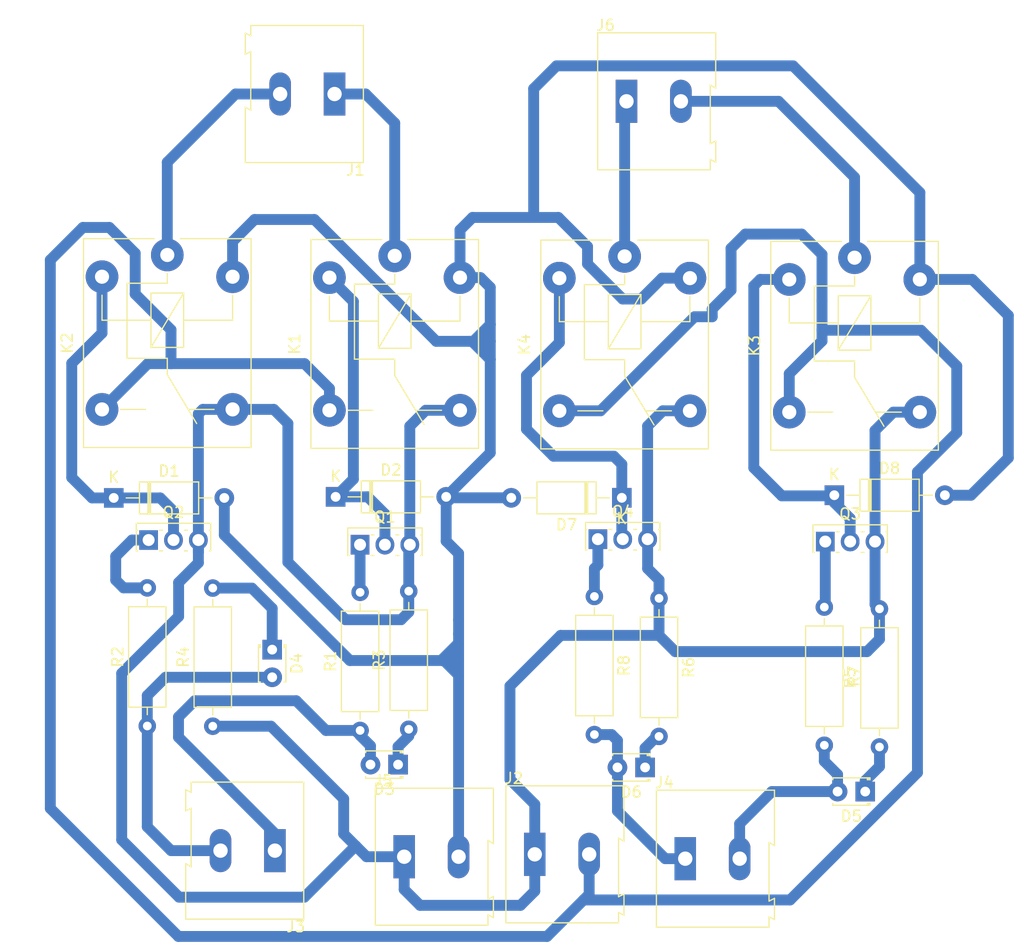
<source format=kicad_pcb>
(kicad_pcb (version 20171130) (host pcbnew "(5.1.6)-1")

  (general
    (thickness 1.6)
    (drawings 4)
    (tracks 244)
    (zones 0)
    (modules 30)
    (nets 24)
  )

  (page A4)
  (layers
    (0 F.Cu signal)
    (31 B.Cu signal)
    (32 B.Adhes user)
    (33 F.Adhes user)
    (34 B.Paste user)
    (35 F.Paste user)
    (36 B.SilkS user)
    (37 F.SilkS user)
    (38 B.Mask user)
    (39 F.Mask user)
    (40 Dwgs.User user)
    (41 Cmts.User user)
    (42 Eco1.User user)
    (43 Eco2.User user)
    (44 Edge.Cuts user)
    (45 Margin user)
    (46 B.CrtYd user)
    (47 F.CrtYd user)
    (48 B.Fab user)
    (49 F.Fab user)
  )

  (setup
    (last_trace_width 1)
    (trace_clearance 0.2)
    (zone_clearance 0.508)
    (zone_45_only no)
    (trace_min 0.2)
    (via_size 0.8)
    (via_drill 0.4)
    (via_min_size 0.4)
    (via_min_drill 0.3)
    (uvia_size 0.3)
    (uvia_drill 0.1)
    (uvias_allowed no)
    (uvia_min_size 0.2)
    (uvia_min_drill 0.1)
    (edge_width 0.05)
    (segment_width 0.2)
    (pcb_text_width 0.3)
    (pcb_text_size 1.5 1.5)
    (mod_edge_width 0.12)
    (mod_text_size 1 1)
    (mod_text_width 0.15)
    (pad_size 1.524 1.524)
    (pad_drill 0.762)
    (pad_to_mask_clearance 0.05)
    (aux_axis_origin 0 0)
    (visible_elements 7FFFFFFF)
    (pcbplotparams
      (layerselection 0x010fc_ffffffff)
      (usegerberextensions false)
      (usegerberattributes true)
      (usegerberadvancedattributes true)
      (creategerberjobfile true)
      (excludeedgelayer true)
      (linewidth 0.100000)
      (plotframeref false)
      (viasonmask false)
      (mode 1)
      (useauxorigin false)
      (hpglpennumber 1)
      (hpglpenspeed 20)
      (hpglpendiameter 15.000000)
      (psnegative false)
      (psa4output false)
      (plotreference true)
      (plotvalue true)
      (plotinvisibletext false)
      (padsonsilk false)
      (subtractmaskfromsilk false)
      (outputformat 1)
      (mirror false)
      (drillshape 1)
      (scaleselection 1)
      (outputdirectory ""))
  )

  (net 0 "")
  (net 1 "Net-(D1-Pad1)")
  (net 2 +5V)
  (net 3 "Net-(D2-Pad1)")
  (net 4 "Net-(D3-Pad2)")
  (net 5 "Net-(D3-Pad1)")
  (net 6 "Net-(D4-Pad1)")
  (net 7 "Net-(D4-Pad2)")
  (net 8 "Net-(D5-Pad2)")
  (net 9 "Net-(D5-Pad1)")
  (net 10 "Net-(D6-Pad1)")
  (net 11 "Net-(D6-Pad2)")
  (net 12 "Net-(D7-Pad1)")
  (net 13 "Net-(D8-Pad1)")
  (net 14 "Net-(J1-Pad1)")
  (net 15 "Net-(J1-Pad2)")
  (net 16 GND)
  (net 17 +12V)
  (net 18 "Net-(J6-Pad2)")
  (net 19 "Net-(J6-Pad1)")
  (net 20 "Net-(Q1-Pad1)")
  (net 21 "Net-(Q2-Pad1)")
  (net 22 "Net-(Q3-Pad1)")
  (net 23 "Net-(Q4-Pad1)")

  (net_class Default "This is the default net class."
    (clearance 0.2)
    (trace_width 1)
    (via_dia 0.8)
    (via_drill 0.4)
    (uvia_dia 0.3)
    (uvia_drill 0.1)
    (add_net +12V)
    (add_net +5V)
    (add_net GND)
    (add_net "Net-(D1-Pad1)")
    (add_net "Net-(D2-Pad1)")
    (add_net "Net-(D3-Pad1)")
    (add_net "Net-(D3-Pad2)")
    (add_net "Net-(D4-Pad1)")
    (add_net "Net-(D4-Pad2)")
    (add_net "Net-(D5-Pad1)")
    (add_net "Net-(D5-Pad2)")
    (add_net "Net-(D6-Pad1)")
    (add_net "Net-(D6-Pad2)")
    (add_net "Net-(D7-Pad1)")
    (add_net "Net-(D8-Pad1)")
    (add_net "Net-(J1-Pad1)")
    (add_net "Net-(J1-Pad2)")
    (add_net "Net-(J6-Pad1)")
    (add_net "Net-(J6-Pad2)")
    (add_net "Net-(Q1-Pad1)")
    (add_net "Net-(Q2-Pad1)")
    (add_net "Net-(Q3-Pad1)")
    (add_net "Net-(Q4-Pad1)")
  )

  (module Diode_THT:D_A-405_P10.16mm_Horizontal (layer F.Cu) (tedit 5AE50CD5) (tstamp 5EDC68E9)
    (at 23.08 60.95)
    (descr "Diode, A-405 series, Axial, Horizontal, pin pitch=10.16mm, , length*diameter=5.2*2.7mm^2, , http://www.diodes.com/_files/packages/A-405.pdf")
    (tags "Diode A-405 series Axial Horizontal pin pitch 10.16mm  length 5.2mm diameter 2.7mm")
    (path /5EDBD8BF)
    (fp_text reference D1 (at 5.08 -2.47) (layer F.SilkS)
      (effects (font (size 1 1) (thickness 0.15)))
    )
    (fp_text value DIODE (at 5.08 2.47) (layer F.Fab)
      (effects (font (size 1 1) (thickness 0.15)))
    )
    (fp_line (start 2.48 -1.35) (end 2.48 1.35) (layer F.Fab) (width 0.1))
    (fp_line (start 2.48 1.35) (end 7.68 1.35) (layer F.Fab) (width 0.1))
    (fp_line (start 7.68 1.35) (end 7.68 -1.35) (layer F.Fab) (width 0.1))
    (fp_line (start 7.68 -1.35) (end 2.48 -1.35) (layer F.Fab) (width 0.1))
    (fp_line (start 0 0) (end 2.48 0) (layer F.Fab) (width 0.1))
    (fp_line (start 10.16 0) (end 7.68 0) (layer F.Fab) (width 0.1))
    (fp_line (start 3.26 -1.35) (end 3.26 1.35) (layer F.Fab) (width 0.1))
    (fp_line (start 3.36 -1.35) (end 3.36 1.35) (layer F.Fab) (width 0.1))
    (fp_line (start 3.16 -1.35) (end 3.16 1.35) (layer F.Fab) (width 0.1))
    (fp_line (start 2.36 -1.47) (end 2.36 1.47) (layer F.SilkS) (width 0.12))
    (fp_line (start 2.36 1.47) (end 7.8 1.47) (layer F.SilkS) (width 0.12))
    (fp_line (start 7.8 1.47) (end 7.8 -1.47) (layer F.SilkS) (width 0.12))
    (fp_line (start 7.8 -1.47) (end 2.36 -1.47) (layer F.SilkS) (width 0.12))
    (fp_line (start 1.14 0) (end 2.36 0) (layer F.SilkS) (width 0.12))
    (fp_line (start 9.02 0) (end 7.8 0) (layer F.SilkS) (width 0.12))
    (fp_line (start 3.26 -1.47) (end 3.26 1.47) (layer F.SilkS) (width 0.12))
    (fp_line (start 3.38 -1.47) (end 3.38 1.47) (layer F.SilkS) (width 0.12))
    (fp_line (start 3.14 -1.47) (end 3.14 1.47) (layer F.SilkS) (width 0.12))
    (fp_line (start -1.15 -1.6) (end -1.15 1.6) (layer F.CrtYd) (width 0.05))
    (fp_line (start -1.15 1.6) (end 11.31 1.6) (layer F.CrtYd) (width 0.05))
    (fp_line (start 11.31 1.6) (end 11.31 -1.6) (layer F.CrtYd) (width 0.05))
    (fp_line (start 11.31 -1.6) (end -1.15 -1.6) (layer F.CrtYd) (width 0.05))
    (fp_text user %R (at 5.47 0) (layer F.Fab)
      (effects (font (size 1 1) (thickness 0.15)))
    )
    (fp_text user K (at 0 -1.9) (layer F.Fab)
      (effects (font (size 1 1) (thickness 0.15)))
    )
    (fp_text user K (at 0 -1.9) (layer F.SilkS)
      (effects (font (size 1 1) (thickness 0.15)))
    )
    (pad 1 thru_hole rect (at 0 0) (size 1.8 1.8) (drill 0.9) (layers *.Cu *.Mask)
      (net 1 "Net-(D1-Pad1)"))
    (pad 2 thru_hole oval (at 10.16 0) (size 1.8 1.8) (drill 0.9) (layers *.Cu *.Mask)
      (net 2 +5V))
    (model ${KISYS3DMOD}/Diode_THT.3dshapes/D_A-405_P10.16mm_Horizontal.wrl
      (at (xyz 0 0 0))
      (scale (xyz 1 1 1))
      (rotate (xyz 0 0 0))
    )
  )

  (module Diode_THT:D_A-405_P10.16mm_Horizontal (layer F.Cu) (tedit 5AE50CD5) (tstamp 5EDC4B74)
    (at 43.47 60.85)
    (descr "Diode, A-405 series, Axial, Horizontal, pin pitch=10.16mm, , length*diameter=5.2*2.7mm^2, , http://www.diodes.com/_files/packages/A-405.pdf")
    (tags "Diode A-405 series Axial Horizontal pin pitch 10.16mm  length 5.2mm diameter 2.7mm")
    (path /5EDBCC90)
    (fp_text reference D2 (at 5.08 -2.47) (layer F.SilkS)
      (effects (font (size 1 1) (thickness 0.15)))
    )
    (fp_text value DIODE (at 5.08 2.47) (layer F.Fab)
      (effects (font (size 1 1) (thickness 0.15)))
    )
    (fp_line (start 11.31 -1.6) (end -1.15 -1.6) (layer F.CrtYd) (width 0.05))
    (fp_line (start 11.31 1.6) (end 11.31 -1.6) (layer F.CrtYd) (width 0.05))
    (fp_line (start -1.15 1.6) (end 11.31 1.6) (layer F.CrtYd) (width 0.05))
    (fp_line (start -1.15 -1.6) (end -1.15 1.6) (layer F.CrtYd) (width 0.05))
    (fp_line (start 3.14 -1.47) (end 3.14 1.47) (layer F.SilkS) (width 0.12))
    (fp_line (start 3.38 -1.47) (end 3.38 1.47) (layer F.SilkS) (width 0.12))
    (fp_line (start 3.26 -1.47) (end 3.26 1.47) (layer F.SilkS) (width 0.12))
    (fp_line (start 9.02 0) (end 7.8 0) (layer F.SilkS) (width 0.12))
    (fp_line (start 1.14 0) (end 2.36 0) (layer F.SilkS) (width 0.12))
    (fp_line (start 7.8 -1.47) (end 2.36 -1.47) (layer F.SilkS) (width 0.12))
    (fp_line (start 7.8 1.47) (end 7.8 -1.47) (layer F.SilkS) (width 0.12))
    (fp_line (start 2.36 1.47) (end 7.8 1.47) (layer F.SilkS) (width 0.12))
    (fp_line (start 2.36 -1.47) (end 2.36 1.47) (layer F.SilkS) (width 0.12))
    (fp_line (start 3.16 -1.35) (end 3.16 1.35) (layer F.Fab) (width 0.1))
    (fp_line (start 3.36 -1.35) (end 3.36 1.35) (layer F.Fab) (width 0.1))
    (fp_line (start 3.26 -1.35) (end 3.26 1.35) (layer F.Fab) (width 0.1))
    (fp_line (start 10.16 0) (end 7.68 0) (layer F.Fab) (width 0.1))
    (fp_line (start 0 0) (end 2.48 0) (layer F.Fab) (width 0.1))
    (fp_line (start 7.68 -1.35) (end 2.48 -1.35) (layer F.Fab) (width 0.1))
    (fp_line (start 7.68 1.35) (end 7.68 -1.35) (layer F.Fab) (width 0.1))
    (fp_line (start 2.48 1.35) (end 7.68 1.35) (layer F.Fab) (width 0.1))
    (fp_line (start 2.48 -1.35) (end 2.48 1.35) (layer F.Fab) (width 0.1))
    (fp_text user K (at 0 -1.9) (layer F.SilkS)
      (effects (font (size 1 1) (thickness 0.15)))
    )
    (fp_text user K (at 0 -1.9) (layer F.Fab)
      (effects (font (size 1 1) (thickness 0.15)))
    )
    (fp_text user %R (at 5.47 0) (layer F.Fab)
      (effects (font (size 1 1) (thickness 0.15)))
    )
    (pad 2 thru_hole oval (at 10.16 0) (size 1.8 1.8) (drill 0.9) (layers *.Cu *.Mask)
      (net 2 +5V))
    (pad 1 thru_hole rect (at 0 0) (size 1.8 1.8) (drill 0.9) (layers *.Cu *.Mask)
      (net 3 "Net-(D2-Pad1)"))
    (model ${KISYS3DMOD}/Diode_THT.3dshapes/D_A-405_P10.16mm_Horizontal.wrl
      (at (xyz 0 0 0))
      (scale (xyz 1 1 1))
      (rotate (xyz 0 0 0))
    )
  )

  (module LED_THT:LED_D1.8mm_W3.3mm_H2.4mm (layer F.Cu) (tedit 5880A862) (tstamp 5EDC4B8D)
    (at 49.21 85.47 180)
    (descr "LED, Round,  Rectangular size 3.3x2.4mm^2 diameter 1.8mm, 2 pins")
    (tags "LED Round  Rectangular size 3.3x2.4mm^2 diameter 1.8mm 2 pins")
    (path /5EDD5E50)
    (fp_text reference D3 (at 1.27 -2.26) (layer F.SilkS)
      (effects (font (size 1 1) (thickness 0.15)))
    )
    (fp_text value LED (at 1.27 2.26) (layer F.Fab)
      (effects (font (size 1 1) (thickness 0.15)))
    )
    (fp_line (start 3.7 -1.55) (end -1.15 -1.55) (layer F.CrtYd) (width 0.05))
    (fp_line (start 3.7 1.55) (end 3.7 -1.55) (layer F.CrtYd) (width 0.05))
    (fp_line (start -1.15 1.55) (end 3.7 1.55) (layer F.CrtYd) (width 0.05))
    (fp_line (start -1.15 -1.55) (end -1.15 1.55) (layer F.CrtYd) (width 0.05))
    (fp_line (start -0.2 1.08) (end -0.2 1.26) (layer F.SilkS) (width 0.12))
    (fp_line (start -0.2 -1.26) (end -0.2 -1.08) (layer F.SilkS) (width 0.12))
    (fp_line (start -0.32 1.08) (end -0.32 1.26) (layer F.SilkS) (width 0.12))
    (fp_line (start -0.32 -1.26) (end -0.32 -1.08) (layer F.SilkS) (width 0.12))
    (fp_line (start 2.98 1.095) (end 2.98 1.26) (layer F.SilkS) (width 0.12))
    (fp_line (start 2.98 -1.26) (end 2.98 -1.095) (layer F.SilkS) (width 0.12))
    (fp_line (start -0.44 1.08) (end -0.44 1.26) (layer F.SilkS) (width 0.12))
    (fp_line (start -0.44 -1.26) (end -0.44 -1.08) (layer F.SilkS) (width 0.12))
    (fp_line (start -0.44 1.26) (end 2.98 1.26) (layer F.SilkS) (width 0.12))
    (fp_line (start -0.44 -1.26) (end 2.98 -1.26) (layer F.SilkS) (width 0.12))
    (fp_line (start 2.92 -1.2) (end -0.38 -1.2) (layer F.Fab) (width 0.1))
    (fp_line (start 2.92 1.2) (end 2.92 -1.2) (layer F.Fab) (width 0.1))
    (fp_line (start -0.38 1.2) (end 2.92 1.2) (layer F.Fab) (width 0.1))
    (fp_line (start -0.38 -1.2) (end -0.38 1.2) (layer F.Fab) (width 0.1))
    (fp_circle (center 1.27 0) (end 2.17 0) (layer F.Fab) (width 0.1))
    (pad 2 thru_hole circle (at 2.54 0 180) (size 1.8 1.8) (drill 0.9) (layers *.Cu *.Mask)
      (net 4 "Net-(D3-Pad2)"))
    (pad 1 thru_hole rect (at 0 0 180) (size 1.8 1.8) (drill 0.9) (layers *.Cu *.Mask)
      (net 5 "Net-(D3-Pad1)"))
    (model ${KISYS3DMOD}/LED_THT.3dshapes/LED_D1.8mm_W3.3mm_H2.4mm.wrl
      (at (xyz 0 0 0))
      (scale (xyz 1 1 1))
      (rotate (xyz 0 0 0))
    )
  )

  (module LED_THT:LED_D1.8mm_W3.3mm_H2.4mm (layer F.Cu) (tedit 5880A862) (tstamp 5EDC4BA6)
    (at 37.64 74.9 270)
    (descr "LED, Round,  Rectangular size 3.3x2.4mm^2 diameter 1.8mm, 2 pins")
    (tags "LED Round  Rectangular size 3.3x2.4mm^2 diameter 1.8mm 2 pins")
    (path /5EDD6EE1)
    (fp_text reference D4 (at 1.27 -2.26 90) (layer F.SilkS)
      (effects (font (size 1 1) (thickness 0.15)))
    )
    (fp_text value LED (at 1.27 2.26 90) (layer F.Fab)
      (effects (font (size 1 1) (thickness 0.15)))
    )
    (fp_circle (center 1.27 0) (end 2.17 0) (layer F.Fab) (width 0.1))
    (fp_line (start -0.38 -1.2) (end -0.38 1.2) (layer F.Fab) (width 0.1))
    (fp_line (start -0.38 1.2) (end 2.92 1.2) (layer F.Fab) (width 0.1))
    (fp_line (start 2.92 1.2) (end 2.92 -1.2) (layer F.Fab) (width 0.1))
    (fp_line (start 2.92 -1.2) (end -0.38 -1.2) (layer F.Fab) (width 0.1))
    (fp_line (start -0.44 -1.26) (end 2.98 -1.26) (layer F.SilkS) (width 0.12))
    (fp_line (start -0.44 1.26) (end 2.98 1.26) (layer F.SilkS) (width 0.12))
    (fp_line (start -0.44 -1.26) (end -0.44 -1.08) (layer F.SilkS) (width 0.12))
    (fp_line (start -0.44 1.08) (end -0.44 1.26) (layer F.SilkS) (width 0.12))
    (fp_line (start 2.98 -1.26) (end 2.98 -1.095) (layer F.SilkS) (width 0.12))
    (fp_line (start 2.98 1.095) (end 2.98 1.26) (layer F.SilkS) (width 0.12))
    (fp_line (start -0.32 -1.26) (end -0.32 -1.08) (layer F.SilkS) (width 0.12))
    (fp_line (start -0.32 1.08) (end -0.32 1.26) (layer F.SilkS) (width 0.12))
    (fp_line (start -0.2 -1.26) (end -0.2 -1.08) (layer F.SilkS) (width 0.12))
    (fp_line (start -0.2 1.08) (end -0.2 1.26) (layer F.SilkS) (width 0.12))
    (fp_line (start -1.15 -1.55) (end -1.15 1.55) (layer F.CrtYd) (width 0.05))
    (fp_line (start -1.15 1.55) (end 3.7 1.55) (layer F.CrtYd) (width 0.05))
    (fp_line (start 3.7 1.55) (end 3.7 -1.55) (layer F.CrtYd) (width 0.05))
    (fp_line (start 3.7 -1.55) (end -1.15 -1.55) (layer F.CrtYd) (width 0.05))
    (pad 1 thru_hole rect (at 0 0 270) (size 1.8 1.8) (drill 0.9) (layers *.Cu *.Mask)
      (net 6 "Net-(D4-Pad1)"))
    (pad 2 thru_hole circle (at 2.54 0 270) (size 1.8 1.8) (drill 0.9) (layers *.Cu *.Mask)
      (net 7 "Net-(D4-Pad2)"))
    (model ${KISYS3DMOD}/LED_THT.3dshapes/LED_D1.8mm_W3.3mm_H2.4mm.wrl
      (at (xyz 0 0 0))
      (scale (xyz 1 1 1))
      (rotate (xyz 0 0 0))
    )
  )

  (module LED_THT:LED_D1.8mm_W3.3mm_H2.4mm (layer F.Cu) (tedit 5880A862) (tstamp 5EDC4BBF)
    (at 92.14 87.95 180)
    (descr "LED, Round,  Rectangular size 3.3x2.4mm^2 diameter 1.8mm, 2 pins")
    (tags "LED Round  Rectangular size 3.3x2.4mm^2 diameter 1.8mm 2 pins")
    (path /5EDD76D8)
    (fp_text reference D5 (at 1.27 -2.26) (layer F.SilkS)
      (effects (font (size 1 1) (thickness 0.15)))
    )
    (fp_text value LED (at 1.27 2.26) (layer F.Fab)
      (effects (font (size 1 1) (thickness 0.15)))
    )
    (fp_line (start 3.7 -1.55) (end -1.15 -1.55) (layer F.CrtYd) (width 0.05))
    (fp_line (start 3.7 1.55) (end 3.7 -1.55) (layer F.CrtYd) (width 0.05))
    (fp_line (start -1.15 1.55) (end 3.7 1.55) (layer F.CrtYd) (width 0.05))
    (fp_line (start -1.15 -1.55) (end -1.15 1.55) (layer F.CrtYd) (width 0.05))
    (fp_line (start -0.2 1.08) (end -0.2 1.26) (layer F.SilkS) (width 0.12))
    (fp_line (start -0.2 -1.26) (end -0.2 -1.08) (layer F.SilkS) (width 0.12))
    (fp_line (start -0.32 1.08) (end -0.32 1.26) (layer F.SilkS) (width 0.12))
    (fp_line (start -0.32 -1.26) (end -0.32 -1.08) (layer F.SilkS) (width 0.12))
    (fp_line (start 2.98 1.095) (end 2.98 1.26) (layer F.SilkS) (width 0.12))
    (fp_line (start 2.98 -1.26) (end 2.98 -1.095) (layer F.SilkS) (width 0.12))
    (fp_line (start -0.44 1.08) (end -0.44 1.26) (layer F.SilkS) (width 0.12))
    (fp_line (start -0.44 -1.26) (end -0.44 -1.08) (layer F.SilkS) (width 0.12))
    (fp_line (start -0.44 1.26) (end 2.98 1.26) (layer F.SilkS) (width 0.12))
    (fp_line (start -0.44 -1.26) (end 2.98 -1.26) (layer F.SilkS) (width 0.12))
    (fp_line (start 2.92 -1.2) (end -0.38 -1.2) (layer F.Fab) (width 0.1))
    (fp_line (start 2.92 1.2) (end 2.92 -1.2) (layer F.Fab) (width 0.1))
    (fp_line (start -0.38 1.2) (end 2.92 1.2) (layer F.Fab) (width 0.1))
    (fp_line (start -0.38 -1.2) (end -0.38 1.2) (layer F.Fab) (width 0.1))
    (fp_circle (center 1.27 0) (end 2.17 0) (layer F.Fab) (width 0.1))
    (pad 2 thru_hole circle (at 2.54 0 180) (size 1.8 1.8) (drill 0.9) (layers *.Cu *.Mask)
      (net 8 "Net-(D5-Pad2)"))
    (pad 1 thru_hole rect (at 0 0 180) (size 1.8 1.8) (drill 0.9) (layers *.Cu *.Mask)
      (net 9 "Net-(D5-Pad1)"))
    (model ${KISYS3DMOD}/LED_THT.3dshapes/LED_D1.8mm_W3.3mm_H2.4mm.wrl
      (at (xyz 0 0 0))
      (scale (xyz 1 1 1))
      (rotate (xyz 0 0 0))
    )
  )

  (module LED_THT:LED_D1.8mm_W3.3mm_H2.4mm (layer F.Cu) (tedit 5880A862) (tstamp 5EDC4BD8)
    (at 71.91 85.73 180)
    (descr "LED, Round,  Rectangular size 3.3x2.4mm^2 diameter 1.8mm, 2 pins")
    (tags "LED Round  Rectangular size 3.3x2.4mm^2 diameter 1.8mm 2 pins")
    (path /5EDD8C8B)
    (fp_text reference D6 (at 1.27 -2.26) (layer F.SilkS)
      (effects (font (size 1 1) (thickness 0.15)))
    )
    (fp_text value LED (at 1.27 2.26) (layer F.Fab)
      (effects (font (size 1 1) (thickness 0.15)))
    )
    (fp_circle (center 1.27 0) (end 2.17 0) (layer F.Fab) (width 0.1))
    (fp_line (start -0.38 -1.2) (end -0.38 1.2) (layer F.Fab) (width 0.1))
    (fp_line (start -0.38 1.2) (end 2.92 1.2) (layer F.Fab) (width 0.1))
    (fp_line (start 2.92 1.2) (end 2.92 -1.2) (layer F.Fab) (width 0.1))
    (fp_line (start 2.92 -1.2) (end -0.38 -1.2) (layer F.Fab) (width 0.1))
    (fp_line (start -0.44 -1.26) (end 2.98 -1.26) (layer F.SilkS) (width 0.12))
    (fp_line (start -0.44 1.26) (end 2.98 1.26) (layer F.SilkS) (width 0.12))
    (fp_line (start -0.44 -1.26) (end -0.44 -1.08) (layer F.SilkS) (width 0.12))
    (fp_line (start -0.44 1.08) (end -0.44 1.26) (layer F.SilkS) (width 0.12))
    (fp_line (start 2.98 -1.26) (end 2.98 -1.095) (layer F.SilkS) (width 0.12))
    (fp_line (start 2.98 1.095) (end 2.98 1.26) (layer F.SilkS) (width 0.12))
    (fp_line (start -0.32 -1.26) (end -0.32 -1.08) (layer F.SilkS) (width 0.12))
    (fp_line (start -0.32 1.08) (end -0.32 1.26) (layer F.SilkS) (width 0.12))
    (fp_line (start -0.2 -1.26) (end -0.2 -1.08) (layer F.SilkS) (width 0.12))
    (fp_line (start -0.2 1.08) (end -0.2 1.26) (layer F.SilkS) (width 0.12))
    (fp_line (start -1.15 -1.55) (end -1.15 1.55) (layer F.CrtYd) (width 0.05))
    (fp_line (start -1.15 1.55) (end 3.7 1.55) (layer F.CrtYd) (width 0.05))
    (fp_line (start 3.7 1.55) (end 3.7 -1.55) (layer F.CrtYd) (width 0.05))
    (fp_line (start 3.7 -1.55) (end -1.15 -1.55) (layer F.CrtYd) (width 0.05))
    (pad 1 thru_hole rect (at 0 0 180) (size 1.8 1.8) (drill 0.9) (layers *.Cu *.Mask)
      (net 10 "Net-(D6-Pad1)"))
    (pad 2 thru_hole circle (at 2.54 0 180) (size 1.8 1.8) (drill 0.9) (layers *.Cu *.Mask)
      (net 11 "Net-(D6-Pad2)"))
    (model ${KISYS3DMOD}/LED_THT.3dshapes/LED_D1.8mm_W3.3mm_H2.4mm.wrl
      (at (xyz 0 0 0))
      (scale (xyz 1 1 1))
      (rotate (xyz 0 0 0))
    )
  )

  (module Diode_THT:D_A-405_P10.16mm_Horizontal (layer F.Cu) (tedit 5AE50CD5) (tstamp 5EDC7991)
    (at 69.77 60.94 180)
    (descr "Diode, A-405 series, Axial, Horizontal, pin pitch=10.16mm, , length*diameter=5.2*2.7mm^2, , http://www.diodes.com/_files/packages/A-405.pdf")
    (tags "Diode A-405 series Axial Horizontal pin pitch 10.16mm  length 5.2mm diameter 2.7mm")
    (path /5EDC0A92)
    (fp_text reference D7 (at 5.08 -2.47) (layer F.SilkS)
      (effects (font (size 1 1) (thickness 0.15)))
    )
    (fp_text value DIODE (at 5.08 2.47) (layer F.Fab)
      (effects (font (size 1 1) (thickness 0.15)))
    )
    (fp_line (start 2.48 -1.35) (end 2.48 1.35) (layer F.Fab) (width 0.1))
    (fp_line (start 2.48 1.35) (end 7.68 1.35) (layer F.Fab) (width 0.1))
    (fp_line (start 7.68 1.35) (end 7.68 -1.35) (layer F.Fab) (width 0.1))
    (fp_line (start 7.68 -1.35) (end 2.48 -1.35) (layer F.Fab) (width 0.1))
    (fp_line (start 0 0) (end 2.48 0) (layer F.Fab) (width 0.1))
    (fp_line (start 10.16 0) (end 7.68 0) (layer F.Fab) (width 0.1))
    (fp_line (start 3.26 -1.35) (end 3.26 1.35) (layer F.Fab) (width 0.1))
    (fp_line (start 3.36 -1.35) (end 3.36 1.35) (layer F.Fab) (width 0.1))
    (fp_line (start 3.16 -1.35) (end 3.16 1.35) (layer F.Fab) (width 0.1))
    (fp_line (start 2.36 -1.47) (end 2.36 1.47) (layer F.SilkS) (width 0.12))
    (fp_line (start 2.36 1.47) (end 7.8 1.47) (layer F.SilkS) (width 0.12))
    (fp_line (start 7.8 1.47) (end 7.8 -1.47) (layer F.SilkS) (width 0.12))
    (fp_line (start 7.8 -1.47) (end 2.36 -1.47) (layer F.SilkS) (width 0.12))
    (fp_line (start 1.14 0) (end 2.36 0) (layer F.SilkS) (width 0.12))
    (fp_line (start 9.02 0) (end 7.8 0) (layer F.SilkS) (width 0.12))
    (fp_line (start 3.26 -1.47) (end 3.26 1.47) (layer F.SilkS) (width 0.12))
    (fp_line (start 3.38 -1.47) (end 3.38 1.47) (layer F.SilkS) (width 0.12))
    (fp_line (start 3.14 -1.47) (end 3.14 1.47) (layer F.SilkS) (width 0.12))
    (fp_line (start -1.15 -1.6) (end -1.15 1.6) (layer F.CrtYd) (width 0.05))
    (fp_line (start -1.15 1.6) (end 11.31 1.6) (layer F.CrtYd) (width 0.05))
    (fp_line (start 11.31 1.6) (end 11.31 -1.6) (layer F.CrtYd) (width 0.05))
    (fp_line (start 11.31 -1.6) (end -1.15 -1.6) (layer F.CrtYd) (width 0.05))
    (fp_text user %R (at 5.47 0) (layer F.Fab)
      (effects (font (size 1 1) (thickness 0.15)))
    )
    (fp_text user K (at 0 -1.9) (layer F.Fab)
      (effects (font (size 1 1) (thickness 0.15)))
    )
    (fp_text user K (at 0 -1.9) (layer F.SilkS)
      (effects (font (size 1 1) (thickness 0.15)))
    )
    (pad 1 thru_hole rect (at 0 0 180) (size 1.8 1.8) (drill 0.9) (layers *.Cu *.Mask)
      (net 12 "Net-(D7-Pad1)"))
    (pad 2 thru_hole oval (at 10.16 0 180) (size 1.8 1.8) (drill 0.9) (layers *.Cu *.Mask)
      (net 2 +5V))
    (model ${KISYS3DMOD}/Diode_THT.3dshapes/D_A-405_P10.16mm_Horizontal.wrl
      (at (xyz 0 0 0))
      (scale (xyz 1 1 1))
      (rotate (xyz 0 0 0))
    )
  )

  (module Diode_THT:D_A-405_P10.16mm_Horizontal (layer F.Cu) (tedit 5AE50CD5) (tstamp 5EDC4C16)
    (at 89.3 60.7)
    (descr "Diode, A-405 series, Axial, Horizontal, pin pitch=10.16mm, , length*diameter=5.2*2.7mm^2, , http://www.diodes.com/_files/packages/A-405.pdf")
    (tags "Diode A-405 series Axial Horizontal pin pitch 10.16mm  length 5.2mm diameter 2.7mm")
    (path /5EDC0617)
    (fp_text reference D8 (at 5.08 -2.47) (layer F.SilkS)
      (effects (font (size 1 1) (thickness 0.15)))
    )
    (fp_text value DIODE (at 5.08 2.47) (layer F.Fab)
      (effects (font (size 1 1) (thickness 0.15)))
    )
    (fp_line (start 11.31 -1.6) (end -1.15 -1.6) (layer F.CrtYd) (width 0.05))
    (fp_line (start 11.31 1.6) (end 11.31 -1.6) (layer F.CrtYd) (width 0.05))
    (fp_line (start -1.15 1.6) (end 11.31 1.6) (layer F.CrtYd) (width 0.05))
    (fp_line (start -1.15 -1.6) (end -1.15 1.6) (layer F.CrtYd) (width 0.05))
    (fp_line (start 3.14 -1.47) (end 3.14 1.47) (layer F.SilkS) (width 0.12))
    (fp_line (start 3.38 -1.47) (end 3.38 1.47) (layer F.SilkS) (width 0.12))
    (fp_line (start 3.26 -1.47) (end 3.26 1.47) (layer F.SilkS) (width 0.12))
    (fp_line (start 9.02 0) (end 7.8 0) (layer F.SilkS) (width 0.12))
    (fp_line (start 1.14 0) (end 2.36 0) (layer F.SilkS) (width 0.12))
    (fp_line (start 7.8 -1.47) (end 2.36 -1.47) (layer F.SilkS) (width 0.12))
    (fp_line (start 7.8 1.47) (end 7.8 -1.47) (layer F.SilkS) (width 0.12))
    (fp_line (start 2.36 1.47) (end 7.8 1.47) (layer F.SilkS) (width 0.12))
    (fp_line (start 2.36 -1.47) (end 2.36 1.47) (layer F.SilkS) (width 0.12))
    (fp_line (start 3.16 -1.35) (end 3.16 1.35) (layer F.Fab) (width 0.1))
    (fp_line (start 3.36 -1.35) (end 3.36 1.35) (layer F.Fab) (width 0.1))
    (fp_line (start 3.26 -1.35) (end 3.26 1.35) (layer F.Fab) (width 0.1))
    (fp_line (start 10.16 0) (end 7.68 0) (layer F.Fab) (width 0.1))
    (fp_line (start 0 0) (end 2.48 0) (layer F.Fab) (width 0.1))
    (fp_line (start 7.68 -1.35) (end 2.48 -1.35) (layer F.Fab) (width 0.1))
    (fp_line (start 7.68 1.35) (end 7.68 -1.35) (layer F.Fab) (width 0.1))
    (fp_line (start 2.48 1.35) (end 7.68 1.35) (layer F.Fab) (width 0.1))
    (fp_line (start 2.48 -1.35) (end 2.48 1.35) (layer F.Fab) (width 0.1))
    (fp_text user K (at 0 -1.9) (layer F.SilkS)
      (effects (font (size 1 1) (thickness 0.15)))
    )
    (fp_text user K (at 0 -1.9) (layer F.Fab)
      (effects (font (size 1 1) (thickness 0.15)))
    )
    (fp_text user %R (at 5.47 0) (layer F.Fab)
      (effects (font (size 1 1) (thickness 0.15)))
    )
    (pad 2 thru_hole oval (at 10.16 0) (size 1.8 1.8) (drill 0.9) (layers *.Cu *.Mask)
      (net 2 +5V))
    (pad 1 thru_hole rect (at 0 0) (size 1.8 1.8) (drill 0.9) (layers *.Cu *.Mask)
      (net 13 "Net-(D8-Pad1)"))
    (model ${KISYS3DMOD}/Diode_THT.3dshapes/D_A-405_P10.16mm_Horizontal.wrl
      (at (xyz 0 0 0))
      (scale (xyz 1 1 1))
      (rotate (xyz 0 0 0))
    )
  )

  (module TerminalBlock:TerminalBlock_Altech_AK300-2_P5.00mm (layer F.Cu) (tedit 59FF0306) (tstamp 5EDC4C7D)
    (at 43.37 23.81 180)
    (descr "Altech AK300 terminal block, pitch 5.0mm, 45 degree angled, see http://www.mouser.com/ds/2/16/PCBMETRC-24178.pdf")
    (tags "Altech AK300 terminal block pitch 5.0mm")
    (path /5EE48C31)
    (fp_text reference J1 (at -1.92 -6.99) (layer F.SilkS)
      (effects (font (size 1 1) (thickness 0.15)))
    )
    (fp_text value . (at 2.78 7.75) (layer F.Fab)
      (effects (font (size 1 1) (thickness 0.15)))
    )
    (fp_line (start -2.65 -6.3) (end -2.65 6.3) (layer F.SilkS) (width 0.12))
    (fp_line (start -2.65 6.3) (end 7.7 6.3) (layer F.SilkS) (width 0.12))
    (fp_line (start 7.7 6.3) (end 7.7 5.35) (layer F.SilkS) (width 0.12))
    (fp_line (start 7.7 5.35) (end 8.2 5.6) (layer F.SilkS) (width 0.12))
    (fp_line (start 8.2 5.6) (end 8.2 3.7) (layer F.SilkS) (width 0.12))
    (fp_line (start 8.2 3.7) (end 8.2 3.65) (layer F.SilkS) (width 0.12))
    (fp_line (start 8.2 3.65) (end 7.7 3.9) (layer F.SilkS) (width 0.12))
    (fp_line (start 7.7 3.9) (end 7.7 -1.5) (layer F.SilkS) (width 0.12))
    (fp_line (start 7.7 -1.5) (end 8.2 -1.2) (layer F.SilkS) (width 0.12))
    (fp_line (start 8.2 -1.2) (end 8.2 -6.3) (layer F.SilkS) (width 0.12))
    (fp_line (start 8.2 -6.3) (end -2.65 -6.3) (layer F.SilkS) (width 0.12))
    (fp_line (start -1.26 2.54) (end 1.28 2.54) (layer F.Fab) (width 0.1))
    (fp_line (start 1.28 2.54) (end 1.28 -0.25) (layer F.Fab) (width 0.1))
    (fp_line (start -1.26 -0.25) (end 1.28 -0.25) (layer F.Fab) (width 0.1))
    (fp_line (start -1.26 2.54) (end -1.26 -0.25) (layer F.Fab) (width 0.1))
    (fp_line (start 3.74 2.54) (end 6.28 2.54) (layer F.Fab) (width 0.1))
    (fp_line (start 6.28 2.54) (end 6.28 -0.25) (layer F.Fab) (width 0.1))
    (fp_line (start 3.74 -0.25) (end 6.28 -0.25) (layer F.Fab) (width 0.1))
    (fp_line (start 3.74 2.54) (end 3.74 -0.25) (layer F.Fab) (width 0.1))
    (fp_line (start 7.61 -6.22) (end 7.61 -3.17) (layer F.Fab) (width 0.1))
    (fp_line (start 7.61 -6.22) (end -2.58 -6.22) (layer F.Fab) (width 0.1))
    (fp_line (start 7.61 -6.22) (end 8.11 -6.22) (layer F.Fab) (width 0.1))
    (fp_line (start 8.11 -6.22) (end 8.11 -1.4) (layer F.Fab) (width 0.1))
    (fp_line (start 8.11 -1.4) (end 7.61 -1.65) (layer F.Fab) (width 0.1))
    (fp_line (start 8.11 5.46) (end 7.61 5.21) (layer F.Fab) (width 0.1))
    (fp_line (start 7.61 5.21) (end 7.61 6.22) (layer F.Fab) (width 0.1))
    (fp_line (start 8.11 3.81) (end 7.61 4.06) (layer F.Fab) (width 0.1))
    (fp_line (start 7.61 4.06) (end 7.61 5.21) (layer F.Fab) (width 0.1))
    (fp_line (start 8.11 3.81) (end 8.11 5.46) (layer F.Fab) (width 0.1))
    (fp_line (start 2.98 6.22) (end 2.98 4.32) (layer F.Fab) (width 0.1))
    (fp_line (start 7.05 -0.25) (end 7.05 4.32) (layer F.Fab) (width 0.1))
    (fp_line (start 2.98 6.22) (end 7.05 6.22) (layer F.Fab) (width 0.1))
    (fp_line (start 7.05 6.22) (end 7.61 6.22) (layer F.Fab) (width 0.1))
    (fp_line (start 2.04 6.22) (end 2.04 4.32) (layer F.Fab) (width 0.1))
    (fp_line (start 2.04 6.22) (end 2.98 6.22) (layer F.Fab) (width 0.1))
    (fp_line (start -2.02 -0.25) (end -2.02 4.32) (layer F.Fab) (width 0.1))
    (fp_line (start -2.58 6.22) (end -2.02 6.22) (layer F.Fab) (width 0.1))
    (fp_line (start -2.02 6.22) (end 2.04 6.22) (layer F.Fab) (width 0.1))
    (fp_line (start 2.98 4.32) (end 7.05 4.32) (layer F.Fab) (width 0.1))
    (fp_line (start 2.98 4.32) (end 2.98 -0.25) (layer F.Fab) (width 0.1))
    (fp_line (start 7.05 4.32) (end 7.05 6.22) (layer F.Fab) (width 0.1))
    (fp_line (start 2.04 4.32) (end -2.02 4.32) (layer F.Fab) (width 0.1))
    (fp_line (start 2.04 4.32) (end 2.04 -0.25) (layer F.Fab) (width 0.1))
    (fp_line (start -2.02 4.32) (end -2.02 6.22) (layer F.Fab) (width 0.1))
    (fp_line (start 6.67 3.68) (end 6.67 0.51) (layer F.Fab) (width 0.1))
    (fp_line (start 6.67 3.68) (end 3.36 3.68) (layer F.Fab) (width 0.1))
    (fp_line (start 3.36 3.68) (end 3.36 0.51) (layer F.Fab) (width 0.1))
    (fp_line (start 1.66 3.68) (end 1.66 0.51) (layer F.Fab) (width 0.1))
    (fp_line (start 1.66 3.68) (end -1.64 3.68) (layer F.Fab) (width 0.1))
    (fp_line (start -1.64 3.68) (end -1.64 0.51) (layer F.Fab) (width 0.1))
    (fp_line (start -1.64 0.51) (end -1.26 0.51) (layer F.Fab) (width 0.1))
    (fp_line (start 1.66 0.51) (end 1.28 0.51) (layer F.Fab) (width 0.1))
    (fp_line (start 3.36 0.51) (end 3.74 0.51) (layer F.Fab) (width 0.1))
    (fp_line (start 6.67 0.51) (end 6.28 0.51) (layer F.Fab) (width 0.1))
    (fp_line (start -2.58 6.22) (end -2.58 -0.64) (layer F.Fab) (width 0.1))
    (fp_line (start -2.58 -0.64) (end -2.58 -3.17) (layer F.Fab) (width 0.1))
    (fp_line (start 7.61 -1.65) (end 7.61 -0.64) (layer F.Fab) (width 0.1))
    (fp_line (start 7.61 -0.64) (end 7.61 4.06) (layer F.Fab) (width 0.1))
    (fp_line (start -2.58 -3.17) (end 7.61 -3.17) (layer F.Fab) (width 0.1))
    (fp_line (start -2.58 -3.17) (end -2.58 -6.22) (layer F.Fab) (width 0.1))
    (fp_line (start 7.61 -3.17) (end 7.61 -1.65) (layer F.Fab) (width 0.1))
    (fp_line (start 2.98 -3.43) (end 2.98 -5.97) (layer F.Fab) (width 0.1))
    (fp_line (start 2.98 -5.97) (end 7.05 -5.97) (layer F.Fab) (width 0.1))
    (fp_line (start 7.05 -5.97) (end 7.05 -3.43) (layer F.Fab) (width 0.1))
    (fp_line (start 7.05 -3.43) (end 2.98 -3.43) (layer F.Fab) (width 0.1))
    (fp_line (start 2.04 -3.43) (end 2.04 -5.97) (layer F.Fab) (width 0.1))
    (fp_line (start 2.04 -3.43) (end -2.02 -3.43) (layer F.Fab) (width 0.1))
    (fp_line (start -2.02 -3.43) (end -2.02 -5.97) (layer F.Fab) (width 0.1))
    (fp_line (start 2.04 -5.97) (end -2.02 -5.97) (layer F.Fab) (width 0.1))
    (fp_line (start 3.39 -4.45) (end 6.44 -5.08) (layer F.Fab) (width 0.1))
    (fp_line (start 3.52 -4.32) (end 6.56 -4.95) (layer F.Fab) (width 0.1))
    (fp_line (start -1.62 -4.45) (end 1.44 -5.08) (layer F.Fab) (width 0.1))
    (fp_line (start -1.49 -4.32) (end 1.56 -4.95) (layer F.Fab) (width 0.1))
    (fp_line (start -2.02 -0.25) (end -1.64 -0.25) (layer F.Fab) (width 0.1))
    (fp_line (start 2.04 -0.25) (end 1.66 -0.25) (layer F.Fab) (width 0.1))
    (fp_line (start 1.66 -0.25) (end -1.64 -0.25) (layer F.Fab) (width 0.1))
    (fp_line (start -2.58 -0.64) (end -1.64 -0.64) (layer F.Fab) (width 0.1))
    (fp_line (start -1.64 -0.64) (end 1.66 -0.64) (layer F.Fab) (width 0.1))
    (fp_line (start 1.66 -0.64) (end 3.36 -0.64) (layer F.Fab) (width 0.1))
    (fp_line (start 7.61 -0.64) (end 6.67 -0.64) (layer F.Fab) (width 0.1))
    (fp_line (start 6.67 -0.64) (end 3.36 -0.64) (layer F.Fab) (width 0.1))
    (fp_line (start 7.05 -0.25) (end 6.67 -0.25) (layer F.Fab) (width 0.1))
    (fp_line (start 2.98 -0.25) (end 3.36 -0.25) (layer F.Fab) (width 0.1))
    (fp_line (start 3.36 -0.25) (end 6.67 -0.25) (layer F.Fab) (width 0.1))
    (fp_line (start -2.83 -6.47) (end 8.36 -6.47) (layer F.CrtYd) (width 0.05))
    (fp_line (start -2.83 -6.47) (end -2.83 6.47) (layer F.CrtYd) (width 0.05))
    (fp_line (start 8.36 6.47) (end 8.36 -6.47) (layer F.CrtYd) (width 0.05))
    (fp_line (start 8.36 6.47) (end -2.83 6.47) (layer F.CrtYd) (width 0.05))
    (fp_text user %R (at 2.5 -2) (layer F.Fab)
      (effects (font (size 1 1) (thickness 0.15)))
    )
    (fp_arc (start 6.03 -4.59) (end 6.54 -5.05) (angle 90.5) (layer F.Fab) (width 0.1))
    (fp_arc (start 5.07 -6.07) (end 6.53 -4.12) (angle 75.5) (layer F.Fab) (width 0.1))
    (fp_arc (start 4.99 -3.71) (end 3.39 -5) (angle 100) (layer F.Fab) (width 0.1))
    (fp_arc (start 3.87 -4.65) (end 3.58 -4.13) (angle 104.2) (layer F.Fab) (width 0.1))
    (fp_arc (start 1.03 -4.59) (end 1.53 -5.05) (angle 90.5) (layer F.Fab) (width 0.1))
    (fp_arc (start 0.06 -6.07) (end 1.53 -4.12) (angle 75.5) (layer F.Fab) (width 0.1))
    (fp_arc (start -0.01 -3.71) (end -1.62 -5) (angle 100) (layer F.Fab) (width 0.1))
    (fp_arc (start -1.13 -4.65) (end -1.42 -4.13) (angle 104.2) (layer F.Fab) (width 0.1))
    (pad 1 thru_hole rect (at 0 0 180) (size 1.98 3.96) (drill 1.32) (layers *.Cu *.Mask)
      (net 14 "Net-(J1-Pad1)"))
    (pad 2 thru_hole oval (at 5 0 180) (size 1.98 3.96) (drill 1.32) (layers *.Cu *.Mask)
      (net 15 "Net-(J1-Pad2)"))
    (model ${KISYS3DMOD}/TerminalBlock.3dshapes/TerminalBlock_Altech_AK300-2_P5.00mm.wrl
      (at (xyz 0 0 0))
      (scale (xyz 1 1 1))
      (rotate (xyz 0 0 0))
    )
  )

  (module TerminalBlock:TerminalBlock_Altech_AK300-2_P5.00mm (layer F.Cu) (tedit 59FF0306) (tstamp 5EDC4CE4)
    (at 61.77 93.72)
    (descr "Altech AK300 terminal block, pitch 5.0mm, 45 degree angled, see http://www.mouser.com/ds/2/16/PCBMETRC-24178.pdf")
    (tags "Altech AK300 terminal block pitch 5.0mm")
    (path /5EDC4880)
    (fp_text reference J2 (at -1.92 -6.99) (layer F.SilkS)
      (effects (font (size 1 1) (thickness 0.15)))
    )
    (fp_text value Screw_Terminal_01x02 (at 2.78 7.75) (layer F.Fab)
      (effects (font (size 1 1) (thickness 0.15)))
    )
    (fp_line (start -2.65 -6.3) (end -2.65 6.3) (layer F.SilkS) (width 0.12))
    (fp_line (start -2.65 6.3) (end 7.7 6.3) (layer F.SilkS) (width 0.12))
    (fp_line (start 7.7 6.3) (end 7.7 5.35) (layer F.SilkS) (width 0.12))
    (fp_line (start 7.7 5.35) (end 8.2 5.6) (layer F.SilkS) (width 0.12))
    (fp_line (start 8.2 5.6) (end 8.2 3.7) (layer F.SilkS) (width 0.12))
    (fp_line (start 8.2 3.7) (end 8.2 3.65) (layer F.SilkS) (width 0.12))
    (fp_line (start 8.2 3.65) (end 7.7 3.9) (layer F.SilkS) (width 0.12))
    (fp_line (start 7.7 3.9) (end 7.7 -1.5) (layer F.SilkS) (width 0.12))
    (fp_line (start 7.7 -1.5) (end 8.2 -1.2) (layer F.SilkS) (width 0.12))
    (fp_line (start 8.2 -1.2) (end 8.2 -6.3) (layer F.SilkS) (width 0.12))
    (fp_line (start 8.2 -6.3) (end -2.65 -6.3) (layer F.SilkS) (width 0.12))
    (fp_line (start -1.26 2.54) (end 1.28 2.54) (layer F.Fab) (width 0.1))
    (fp_line (start 1.28 2.54) (end 1.28 -0.25) (layer F.Fab) (width 0.1))
    (fp_line (start -1.26 -0.25) (end 1.28 -0.25) (layer F.Fab) (width 0.1))
    (fp_line (start -1.26 2.54) (end -1.26 -0.25) (layer F.Fab) (width 0.1))
    (fp_line (start 3.74 2.54) (end 6.28 2.54) (layer F.Fab) (width 0.1))
    (fp_line (start 6.28 2.54) (end 6.28 -0.25) (layer F.Fab) (width 0.1))
    (fp_line (start 3.74 -0.25) (end 6.28 -0.25) (layer F.Fab) (width 0.1))
    (fp_line (start 3.74 2.54) (end 3.74 -0.25) (layer F.Fab) (width 0.1))
    (fp_line (start 7.61 -6.22) (end 7.61 -3.17) (layer F.Fab) (width 0.1))
    (fp_line (start 7.61 -6.22) (end -2.58 -6.22) (layer F.Fab) (width 0.1))
    (fp_line (start 7.61 -6.22) (end 8.11 -6.22) (layer F.Fab) (width 0.1))
    (fp_line (start 8.11 -6.22) (end 8.11 -1.4) (layer F.Fab) (width 0.1))
    (fp_line (start 8.11 -1.4) (end 7.61 -1.65) (layer F.Fab) (width 0.1))
    (fp_line (start 8.11 5.46) (end 7.61 5.21) (layer F.Fab) (width 0.1))
    (fp_line (start 7.61 5.21) (end 7.61 6.22) (layer F.Fab) (width 0.1))
    (fp_line (start 8.11 3.81) (end 7.61 4.06) (layer F.Fab) (width 0.1))
    (fp_line (start 7.61 4.06) (end 7.61 5.21) (layer F.Fab) (width 0.1))
    (fp_line (start 8.11 3.81) (end 8.11 5.46) (layer F.Fab) (width 0.1))
    (fp_line (start 2.98 6.22) (end 2.98 4.32) (layer F.Fab) (width 0.1))
    (fp_line (start 7.05 -0.25) (end 7.05 4.32) (layer F.Fab) (width 0.1))
    (fp_line (start 2.98 6.22) (end 7.05 6.22) (layer F.Fab) (width 0.1))
    (fp_line (start 7.05 6.22) (end 7.61 6.22) (layer F.Fab) (width 0.1))
    (fp_line (start 2.04 6.22) (end 2.04 4.32) (layer F.Fab) (width 0.1))
    (fp_line (start 2.04 6.22) (end 2.98 6.22) (layer F.Fab) (width 0.1))
    (fp_line (start -2.02 -0.25) (end -2.02 4.32) (layer F.Fab) (width 0.1))
    (fp_line (start -2.58 6.22) (end -2.02 6.22) (layer F.Fab) (width 0.1))
    (fp_line (start -2.02 6.22) (end 2.04 6.22) (layer F.Fab) (width 0.1))
    (fp_line (start 2.98 4.32) (end 7.05 4.32) (layer F.Fab) (width 0.1))
    (fp_line (start 2.98 4.32) (end 2.98 -0.25) (layer F.Fab) (width 0.1))
    (fp_line (start 7.05 4.32) (end 7.05 6.22) (layer F.Fab) (width 0.1))
    (fp_line (start 2.04 4.32) (end -2.02 4.32) (layer F.Fab) (width 0.1))
    (fp_line (start 2.04 4.32) (end 2.04 -0.25) (layer F.Fab) (width 0.1))
    (fp_line (start -2.02 4.32) (end -2.02 6.22) (layer F.Fab) (width 0.1))
    (fp_line (start 6.67 3.68) (end 6.67 0.51) (layer F.Fab) (width 0.1))
    (fp_line (start 6.67 3.68) (end 3.36 3.68) (layer F.Fab) (width 0.1))
    (fp_line (start 3.36 3.68) (end 3.36 0.51) (layer F.Fab) (width 0.1))
    (fp_line (start 1.66 3.68) (end 1.66 0.51) (layer F.Fab) (width 0.1))
    (fp_line (start 1.66 3.68) (end -1.64 3.68) (layer F.Fab) (width 0.1))
    (fp_line (start -1.64 3.68) (end -1.64 0.51) (layer F.Fab) (width 0.1))
    (fp_line (start -1.64 0.51) (end -1.26 0.51) (layer F.Fab) (width 0.1))
    (fp_line (start 1.66 0.51) (end 1.28 0.51) (layer F.Fab) (width 0.1))
    (fp_line (start 3.36 0.51) (end 3.74 0.51) (layer F.Fab) (width 0.1))
    (fp_line (start 6.67 0.51) (end 6.28 0.51) (layer F.Fab) (width 0.1))
    (fp_line (start -2.58 6.22) (end -2.58 -0.64) (layer F.Fab) (width 0.1))
    (fp_line (start -2.58 -0.64) (end -2.58 -3.17) (layer F.Fab) (width 0.1))
    (fp_line (start 7.61 -1.65) (end 7.61 -0.64) (layer F.Fab) (width 0.1))
    (fp_line (start 7.61 -0.64) (end 7.61 4.06) (layer F.Fab) (width 0.1))
    (fp_line (start -2.58 -3.17) (end 7.61 -3.17) (layer F.Fab) (width 0.1))
    (fp_line (start -2.58 -3.17) (end -2.58 -6.22) (layer F.Fab) (width 0.1))
    (fp_line (start 7.61 -3.17) (end 7.61 -1.65) (layer F.Fab) (width 0.1))
    (fp_line (start 2.98 -3.43) (end 2.98 -5.97) (layer F.Fab) (width 0.1))
    (fp_line (start 2.98 -5.97) (end 7.05 -5.97) (layer F.Fab) (width 0.1))
    (fp_line (start 7.05 -5.97) (end 7.05 -3.43) (layer F.Fab) (width 0.1))
    (fp_line (start 7.05 -3.43) (end 2.98 -3.43) (layer F.Fab) (width 0.1))
    (fp_line (start 2.04 -3.43) (end 2.04 -5.97) (layer F.Fab) (width 0.1))
    (fp_line (start 2.04 -3.43) (end -2.02 -3.43) (layer F.Fab) (width 0.1))
    (fp_line (start -2.02 -3.43) (end -2.02 -5.97) (layer F.Fab) (width 0.1))
    (fp_line (start 2.04 -5.97) (end -2.02 -5.97) (layer F.Fab) (width 0.1))
    (fp_line (start 3.39 -4.45) (end 6.44 -5.08) (layer F.Fab) (width 0.1))
    (fp_line (start 3.52 -4.32) (end 6.56 -4.95) (layer F.Fab) (width 0.1))
    (fp_line (start -1.62 -4.45) (end 1.44 -5.08) (layer F.Fab) (width 0.1))
    (fp_line (start -1.49 -4.32) (end 1.56 -4.95) (layer F.Fab) (width 0.1))
    (fp_line (start -2.02 -0.25) (end -1.64 -0.25) (layer F.Fab) (width 0.1))
    (fp_line (start 2.04 -0.25) (end 1.66 -0.25) (layer F.Fab) (width 0.1))
    (fp_line (start 1.66 -0.25) (end -1.64 -0.25) (layer F.Fab) (width 0.1))
    (fp_line (start -2.58 -0.64) (end -1.64 -0.64) (layer F.Fab) (width 0.1))
    (fp_line (start -1.64 -0.64) (end 1.66 -0.64) (layer F.Fab) (width 0.1))
    (fp_line (start 1.66 -0.64) (end 3.36 -0.64) (layer F.Fab) (width 0.1))
    (fp_line (start 7.61 -0.64) (end 6.67 -0.64) (layer F.Fab) (width 0.1))
    (fp_line (start 6.67 -0.64) (end 3.36 -0.64) (layer F.Fab) (width 0.1))
    (fp_line (start 7.05 -0.25) (end 6.67 -0.25) (layer F.Fab) (width 0.1))
    (fp_line (start 2.98 -0.25) (end 3.36 -0.25) (layer F.Fab) (width 0.1))
    (fp_line (start 3.36 -0.25) (end 6.67 -0.25) (layer F.Fab) (width 0.1))
    (fp_line (start -2.83 -6.47) (end 8.36 -6.47) (layer F.CrtYd) (width 0.05))
    (fp_line (start -2.83 -6.47) (end -2.83 6.47) (layer F.CrtYd) (width 0.05))
    (fp_line (start 8.36 6.47) (end 8.36 -6.47) (layer F.CrtYd) (width 0.05))
    (fp_line (start 8.36 6.47) (end -2.83 6.47) (layer F.CrtYd) (width 0.05))
    (fp_text user %R (at 2.5 -2) (layer F.Fab)
      (effects (font (size 1 1) (thickness 0.15)))
    )
    (fp_arc (start 6.03 -4.59) (end 6.54 -5.05) (angle 90.5) (layer F.Fab) (width 0.1))
    (fp_arc (start 5.07 -6.07) (end 6.53 -4.12) (angle 75.5) (layer F.Fab) (width 0.1))
    (fp_arc (start 4.99 -3.71) (end 3.39 -5) (angle 100) (layer F.Fab) (width 0.1))
    (fp_arc (start 3.87 -4.65) (end 3.58 -4.13) (angle 104.2) (layer F.Fab) (width 0.1))
    (fp_arc (start 1.03 -4.59) (end 1.53 -5.05) (angle 90.5) (layer F.Fab) (width 0.1))
    (fp_arc (start 0.06 -6.07) (end 1.53 -4.12) (angle 75.5) (layer F.Fab) (width 0.1))
    (fp_arc (start -0.01 -3.71) (end -1.62 -5) (angle 100) (layer F.Fab) (width 0.1))
    (fp_arc (start -1.13 -4.65) (end -1.42 -4.13) (angle 104.2) (layer F.Fab) (width 0.1))
    (pad 1 thru_hole rect (at 0 0) (size 1.98 3.96) (drill 1.32) (layers *.Cu *.Mask)
      (net 16 GND))
    (pad 2 thru_hole oval (at 5 0) (size 1.98 3.96) (drill 1.32) (layers *.Cu *.Mask)
      (net 17 +12V))
    (model ${KISYS3DMOD}/TerminalBlock.3dshapes/TerminalBlock_Altech_AK300-2_P5.00mm.wrl
      (at (xyz 0 0 0))
      (scale (xyz 1 1 1))
      (rotate (xyz 0 0 0))
    )
  )

  (module TerminalBlock:TerminalBlock_Altech_AK300-2_P5.00mm (layer F.Cu) (tedit 59FF0306) (tstamp 5EDC4D4B)
    (at 37.89 93.38 180)
    (descr "Altech AK300 terminal block, pitch 5.0mm, 45 degree angled, see http://www.mouser.com/ds/2/16/PCBMETRC-24178.pdf")
    (tags "Altech AK300 terminal block pitch 5.0mm")
    (path /5EE1821B)
    (fp_text reference J3 (at -1.92 -6.99) (layer F.SilkS)
      (effects (font (size 1 1) (thickness 0.15)))
    )
    (fp_text value . (at 2.78 7.75) (layer F.Fab)
      (effects (font (size 1 1) (thickness 0.15)))
    )
    (fp_line (start 8.36 6.47) (end -2.83 6.47) (layer F.CrtYd) (width 0.05))
    (fp_line (start 8.36 6.47) (end 8.36 -6.47) (layer F.CrtYd) (width 0.05))
    (fp_line (start -2.83 -6.47) (end -2.83 6.47) (layer F.CrtYd) (width 0.05))
    (fp_line (start -2.83 -6.47) (end 8.36 -6.47) (layer F.CrtYd) (width 0.05))
    (fp_line (start 3.36 -0.25) (end 6.67 -0.25) (layer F.Fab) (width 0.1))
    (fp_line (start 2.98 -0.25) (end 3.36 -0.25) (layer F.Fab) (width 0.1))
    (fp_line (start 7.05 -0.25) (end 6.67 -0.25) (layer F.Fab) (width 0.1))
    (fp_line (start 6.67 -0.64) (end 3.36 -0.64) (layer F.Fab) (width 0.1))
    (fp_line (start 7.61 -0.64) (end 6.67 -0.64) (layer F.Fab) (width 0.1))
    (fp_line (start 1.66 -0.64) (end 3.36 -0.64) (layer F.Fab) (width 0.1))
    (fp_line (start -1.64 -0.64) (end 1.66 -0.64) (layer F.Fab) (width 0.1))
    (fp_line (start -2.58 -0.64) (end -1.64 -0.64) (layer F.Fab) (width 0.1))
    (fp_line (start 1.66 -0.25) (end -1.64 -0.25) (layer F.Fab) (width 0.1))
    (fp_line (start 2.04 -0.25) (end 1.66 -0.25) (layer F.Fab) (width 0.1))
    (fp_line (start -2.02 -0.25) (end -1.64 -0.25) (layer F.Fab) (width 0.1))
    (fp_line (start -1.49 -4.32) (end 1.56 -4.95) (layer F.Fab) (width 0.1))
    (fp_line (start -1.62 -4.45) (end 1.44 -5.08) (layer F.Fab) (width 0.1))
    (fp_line (start 3.52 -4.32) (end 6.56 -4.95) (layer F.Fab) (width 0.1))
    (fp_line (start 3.39 -4.45) (end 6.44 -5.08) (layer F.Fab) (width 0.1))
    (fp_line (start 2.04 -5.97) (end -2.02 -5.97) (layer F.Fab) (width 0.1))
    (fp_line (start -2.02 -3.43) (end -2.02 -5.97) (layer F.Fab) (width 0.1))
    (fp_line (start 2.04 -3.43) (end -2.02 -3.43) (layer F.Fab) (width 0.1))
    (fp_line (start 2.04 -3.43) (end 2.04 -5.97) (layer F.Fab) (width 0.1))
    (fp_line (start 7.05 -3.43) (end 2.98 -3.43) (layer F.Fab) (width 0.1))
    (fp_line (start 7.05 -5.97) (end 7.05 -3.43) (layer F.Fab) (width 0.1))
    (fp_line (start 2.98 -5.97) (end 7.05 -5.97) (layer F.Fab) (width 0.1))
    (fp_line (start 2.98 -3.43) (end 2.98 -5.97) (layer F.Fab) (width 0.1))
    (fp_line (start 7.61 -3.17) (end 7.61 -1.65) (layer F.Fab) (width 0.1))
    (fp_line (start -2.58 -3.17) (end -2.58 -6.22) (layer F.Fab) (width 0.1))
    (fp_line (start -2.58 -3.17) (end 7.61 -3.17) (layer F.Fab) (width 0.1))
    (fp_line (start 7.61 -0.64) (end 7.61 4.06) (layer F.Fab) (width 0.1))
    (fp_line (start 7.61 -1.65) (end 7.61 -0.64) (layer F.Fab) (width 0.1))
    (fp_line (start -2.58 -0.64) (end -2.58 -3.17) (layer F.Fab) (width 0.1))
    (fp_line (start -2.58 6.22) (end -2.58 -0.64) (layer F.Fab) (width 0.1))
    (fp_line (start 6.67 0.51) (end 6.28 0.51) (layer F.Fab) (width 0.1))
    (fp_line (start 3.36 0.51) (end 3.74 0.51) (layer F.Fab) (width 0.1))
    (fp_line (start 1.66 0.51) (end 1.28 0.51) (layer F.Fab) (width 0.1))
    (fp_line (start -1.64 0.51) (end -1.26 0.51) (layer F.Fab) (width 0.1))
    (fp_line (start -1.64 3.68) (end -1.64 0.51) (layer F.Fab) (width 0.1))
    (fp_line (start 1.66 3.68) (end -1.64 3.68) (layer F.Fab) (width 0.1))
    (fp_line (start 1.66 3.68) (end 1.66 0.51) (layer F.Fab) (width 0.1))
    (fp_line (start 3.36 3.68) (end 3.36 0.51) (layer F.Fab) (width 0.1))
    (fp_line (start 6.67 3.68) (end 3.36 3.68) (layer F.Fab) (width 0.1))
    (fp_line (start 6.67 3.68) (end 6.67 0.51) (layer F.Fab) (width 0.1))
    (fp_line (start -2.02 4.32) (end -2.02 6.22) (layer F.Fab) (width 0.1))
    (fp_line (start 2.04 4.32) (end 2.04 -0.25) (layer F.Fab) (width 0.1))
    (fp_line (start 2.04 4.32) (end -2.02 4.32) (layer F.Fab) (width 0.1))
    (fp_line (start 7.05 4.32) (end 7.05 6.22) (layer F.Fab) (width 0.1))
    (fp_line (start 2.98 4.32) (end 2.98 -0.25) (layer F.Fab) (width 0.1))
    (fp_line (start 2.98 4.32) (end 7.05 4.32) (layer F.Fab) (width 0.1))
    (fp_line (start -2.02 6.22) (end 2.04 6.22) (layer F.Fab) (width 0.1))
    (fp_line (start -2.58 6.22) (end -2.02 6.22) (layer F.Fab) (width 0.1))
    (fp_line (start -2.02 -0.25) (end -2.02 4.32) (layer F.Fab) (width 0.1))
    (fp_line (start 2.04 6.22) (end 2.98 6.22) (layer F.Fab) (width 0.1))
    (fp_line (start 2.04 6.22) (end 2.04 4.32) (layer F.Fab) (width 0.1))
    (fp_line (start 7.05 6.22) (end 7.61 6.22) (layer F.Fab) (width 0.1))
    (fp_line (start 2.98 6.22) (end 7.05 6.22) (layer F.Fab) (width 0.1))
    (fp_line (start 7.05 -0.25) (end 7.05 4.32) (layer F.Fab) (width 0.1))
    (fp_line (start 2.98 6.22) (end 2.98 4.32) (layer F.Fab) (width 0.1))
    (fp_line (start 8.11 3.81) (end 8.11 5.46) (layer F.Fab) (width 0.1))
    (fp_line (start 7.61 4.06) (end 7.61 5.21) (layer F.Fab) (width 0.1))
    (fp_line (start 8.11 3.81) (end 7.61 4.06) (layer F.Fab) (width 0.1))
    (fp_line (start 7.61 5.21) (end 7.61 6.22) (layer F.Fab) (width 0.1))
    (fp_line (start 8.11 5.46) (end 7.61 5.21) (layer F.Fab) (width 0.1))
    (fp_line (start 8.11 -1.4) (end 7.61 -1.65) (layer F.Fab) (width 0.1))
    (fp_line (start 8.11 -6.22) (end 8.11 -1.4) (layer F.Fab) (width 0.1))
    (fp_line (start 7.61 -6.22) (end 8.11 -6.22) (layer F.Fab) (width 0.1))
    (fp_line (start 7.61 -6.22) (end -2.58 -6.22) (layer F.Fab) (width 0.1))
    (fp_line (start 7.61 -6.22) (end 7.61 -3.17) (layer F.Fab) (width 0.1))
    (fp_line (start 3.74 2.54) (end 3.74 -0.25) (layer F.Fab) (width 0.1))
    (fp_line (start 3.74 -0.25) (end 6.28 -0.25) (layer F.Fab) (width 0.1))
    (fp_line (start 6.28 2.54) (end 6.28 -0.25) (layer F.Fab) (width 0.1))
    (fp_line (start 3.74 2.54) (end 6.28 2.54) (layer F.Fab) (width 0.1))
    (fp_line (start -1.26 2.54) (end -1.26 -0.25) (layer F.Fab) (width 0.1))
    (fp_line (start -1.26 -0.25) (end 1.28 -0.25) (layer F.Fab) (width 0.1))
    (fp_line (start 1.28 2.54) (end 1.28 -0.25) (layer F.Fab) (width 0.1))
    (fp_line (start -1.26 2.54) (end 1.28 2.54) (layer F.Fab) (width 0.1))
    (fp_line (start 8.2 -6.3) (end -2.65 -6.3) (layer F.SilkS) (width 0.12))
    (fp_line (start 8.2 -1.2) (end 8.2 -6.3) (layer F.SilkS) (width 0.12))
    (fp_line (start 7.7 -1.5) (end 8.2 -1.2) (layer F.SilkS) (width 0.12))
    (fp_line (start 7.7 3.9) (end 7.7 -1.5) (layer F.SilkS) (width 0.12))
    (fp_line (start 8.2 3.65) (end 7.7 3.9) (layer F.SilkS) (width 0.12))
    (fp_line (start 8.2 3.7) (end 8.2 3.65) (layer F.SilkS) (width 0.12))
    (fp_line (start 8.2 5.6) (end 8.2 3.7) (layer F.SilkS) (width 0.12))
    (fp_line (start 7.7 5.35) (end 8.2 5.6) (layer F.SilkS) (width 0.12))
    (fp_line (start 7.7 6.3) (end 7.7 5.35) (layer F.SilkS) (width 0.12))
    (fp_line (start -2.65 6.3) (end 7.7 6.3) (layer F.SilkS) (width 0.12))
    (fp_line (start -2.65 -6.3) (end -2.65 6.3) (layer F.SilkS) (width 0.12))
    (fp_arc (start -1.13 -4.65) (end -1.42 -4.13) (angle 104.2) (layer F.Fab) (width 0.1))
    (fp_arc (start -0.01 -3.71) (end -1.62 -5) (angle 100) (layer F.Fab) (width 0.1))
    (fp_arc (start 0.06 -6.07) (end 1.53 -4.12) (angle 75.5) (layer F.Fab) (width 0.1))
    (fp_arc (start 1.03 -4.59) (end 1.53 -5.05) (angle 90.5) (layer F.Fab) (width 0.1))
    (fp_arc (start 3.87 -4.65) (end 3.58 -4.13) (angle 104.2) (layer F.Fab) (width 0.1))
    (fp_arc (start 4.99 -3.71) (end 3.39 -5) (angle 100) (layer F.Fab) (width 0.1))
    (fp_arc (start 5.07 -6.07) (end 6.53 -4.12) (angle 75.5) (layer F.Fab) (width 0.1))
    (fp_arc (start 6.03 -4.59) (end 6.54 -5.05) (angle 90.5) (layer F.Fab) (width 0.1))
    (fp_text user %R (at 2.5 -2) (layer F.Fab)
      (effects (font (size 1 1) (thickness 0.15)))
    )
    (pad 2 thru_hole oval (at 5 0 180) (size 1.98 3.96) (drill 1.32) (layers *.Cu *.Mask)
      (net 7 "Net-(D4-Pad2)"))
    (pad 1 thru_hole rect (at 0 0 180) (size 1.98 3.96) (drill 1.32) (layers *.Cu *.Mask)
      (net 4 "Net-(D3-Pad2)"))
    (model ${KISYS3DMOD}/TerminalBlock.3dshapes/TerminalBlock_Altech_AK300-2_P5.00mm.wrl
      (at (xyz 0 0 0))
      (scale (xyz 1 1 1))
      (rotate (xyz 0 0 0))
    )
  )

  (module TerminalBlock:TerminalBlock_Altech_AK300-2_P5.00mm (layer F.Cu) (tedit 59FF0306) (tstamp 5EDC722E)
    (at 75.6 94.12)
    (descr "Altech AK300 terminal block, pitch 5.0mm, 45 degree angled, see http://www.mouser.com/ds/2/16/PCBMETRC-24178.pdf")
    (tags "Altech AK300 terminal block pitch 5.0mm")
    (path /5EE1AFA5)
    (fp_text reference J4 (at -1.92 -6.99) (layer F.SilkS)
      (effects (font (size 1 1) (thickness 0.15)))
    )
    (fp_text value . (at 2.78 7.75) (layer F.Fab)
      (effects (font (size 1 1) (thickness 0.15)))
    )
    (fp_line (start -2.65 -6.3) (end -2.65 6.3) (layer F.SilkS) (width 0.12))
    (fp_line (start -2.65 6.3) (end 7.7 6.3) (layer F.SilkS) (width 0.12))
    (fp_line (start 7.7 6.3) (end 7.7 5.35) (layer F.SilkS) (width 0.12))
    (fp_line (start 7.7 5.35) (end 8.2 5.6) (layer F.SilkS) (width 0.12))
    (fp_line (start 8.2 5.6) (end 8.2 3.7) (layer F.SilkS) (width 0.12))
    (fp_line (start 8.2 3.7) (end 8.2 3.65) (layer F.SilkS) (width 0.12))
    (fp_line (start 8.2 3.65) (end 7.7 3.9) (layer F.SilkS) (width 0.12))
    (fp_line (start 7.7 3.9) (end 7.7 -1.5) (layer F.SilkS) (width 0.12))
    (fp_line (start 7.7 -1.5) (end 8.2 -1.2) (layer F.SilkS) (width 0.12))
    (fp_line (start 8.2 -1.2) (end 8.2 -6.3) (layer F.SilkS) (width 0.12))
    (fp_line (start 8.2 -6.3) (end -2.65 -6.3) (layer F.SilkS) (width 0.12))
    (fp_line (start -1.26 2.54) (end 1.28 2.54) (layer F.Fab) (width 0.1))
    (fp_line (start 1.28 2.54) (end 1.28 -0.25) (layer F.Fab) (width 0.1))
    (fp_line (start -1.26 -0.25) (end 1.28 -0.25) (layer F.Fab) (width 0.1))
    (fp_line (start -1.26 2.54) (end -1.26 -0.25) (layer F.Fab) (width 0.1))
    (fp_line (start 3.74 2.54) (end 6.28 2.54) (layer F.Fab) (width 0.1))
    (fp_line (start 6.28 2.54) (end 6.28 -0.25) (layer F.Fab) (width 0.1))
    (fp_line (start 3.74 -0.25) (end 6.28 -0.25) (layer F.Fab) (width 0.1))
    (fp_line (start 3.74 2.54) (end 3.74 -0.25) (layer F.Fab) (width 0.1))
    (fp_line (start 7.61 -6.22) (end 7.61 -3.17) (layer F.Fab) (width 0.1))
    (fp_line (start 7.61 -6.22) (end -2.58 -6.22) (layer F.Fab) (width 0.1))
    (fp_line (start 7.61 -6.22) (end 8.11 -6.22) (layer F.Fab) (width 0.1))
    (fp_line (start 8.11 -6.22) (end 8.11 -1.4) (layer F.Fab) (width 0.1))
    (fp_line (start 8.11 -1.4) (end 7.61 -1.65) (layer F.Fab) (width 0.1))
    (fp_line (start 8.11 5.46) (end 7.61 5.21) (layer F.Fab) (width 0.1))
    (fp_line (start 7.61 5.21) (end 7.61 6.22) (layer F.Fab) (width 0.1))
    (fp_line (start 8.11 3.81) (end 7.61 4.06) (layer F.Fab) (width 0.1))
    (fp_line (start 7.61 4.06) (end 7.61 5.21) (layer F.Fab) (width 0.1))
    (fp_line (start 8.11 3.81) (end 8.11 5.46) (layer F.Fab) (width 0.1))
    (fp_line (start 2.98 6.22) (end 2.98 4.32) (layer F.Fab) (width 0.1))
    (fp_line (start 7.05 -0.25) (end 7.05 4.32) (layer F.Fab) (width 0.1))
    (fp_line (start 2.98 6.22) (end 7.05 6.22) (layer F.Fab) (width 0.1))
    (fp_line (start 7.05 6.22) (end 7.61 6.22) (layer F.Fab) (width 0.1))
    (fp_line (start 2.04 6.22) (end 2.04 4.32) (layer F.Fab) (width 0.1))
    (fp_line (start 2.04 6.22) (end 2.98 6.22) (layer F.Fab) (width 0.1))
    (fp_line (start -2.02 -0.25) (end -2.02 4.32) (layer F.Fab) (width 0.1))
    (fp_line (start -2.58 6.22) (end -2.02 6.22) (layer F.Fab) (width 0.1))
    (fp_line (start -2.02 6.22) (end 2.04 6.22) (layer F.Fab) (width 0.1))
    (fp_line (start 2.98 4.32) (end 7.05 4.32) (layer F.Fab) (width 0.1))
    (fp_line (start 2.98 4.32) (end 2.98 -0.25) (layer F.Fab) (width 0.1))
    (fp_line (start 7.05 4.32) (end 7.05 6.22) (layer F.Fab) (width 0.1))
    (fp_line (start 2.04 4.32) (end -2.02 4.32) (layer F.Fab) (width 0.1))
    (fp_line (start 2.04 4.32) (end 2.04 -0.25) (layer F.Fab) (width 0.1))
    (fp_line (start -2.02 4.32) (end -2.02 6.22) (layer F.Fab) (width 0.1))
    (fp_line (start 6.67 3.68) (end 6.67 0.51) (layer F.Fab) (width 0.1))
    (fp_line (start 6.67 3.68) (end 3.36 3.68) (layer F.Fab) (width 0.1))
    (fp_line (start 3.36 3.68) (end 3.36 0.51) (layer F.Fab) (width 0.1))
    (fp_line (start 1.66 3.68) (end 1.66 0.51) (layer F.Fab) (width 0.1))
    (fp_line (start 1.66 3.68) (end -1.64 3.68) (layer F.Fab) (width 0.1))
    (fp_line (start -1.64 3.68) (end -1.64 0.51) (layer F.Fab) (width 0.1))
    (fp_line (start -1.64 0.51) (end -1.26 0.51) (layer F.Fab) (width 0.1))
    (fp_line (start 1.66 0.51) (end 1.28 0.51) (layer F.Fab) (width 0.1))
    (fp_line (start 3.36 0.51) (end 3.74 0.51) (layer F.Fab) (width 0.1))
    (fp_line (start 6.67 0.51) (end 6.28 0.51) (layer F.Fab) (width 0.1))
    (fp_line (start -2.58 6.22) (end -2.58 -0.64) (layer F.Fab) (width 0.1))
    (fp_line (start -2.58 -0.64) (end -2.58 -3.17) (layer F.Fab) (width 0.1))
    (fp_line (start 7.61 -1.65) (end 7.61 -0.64) (layer F.Fab) (width 0.1))
    (fp_line (start 7.61 -0.64) (end 7.61 4.06) (layer F.Fab) (width 0.1))
    (fp_line (start -2.58 -3.17) (end 7.61 -3.17) (layer F.Fab) (width 0.1))
    (fp_line (start -2.58 -3.17) (end -2.58 -6.22) (layer F.Fab) (width 0.1))
    (fp_line (start 7.61 -3.17) (end 7.61 -1.65) (layer F.Fab) (width 0.1))
    (fp_line (start 2.98 -3.43) (end 2.98 -5.97) (layer F.Fab) (width 0.1))
    (fp_line (start 2.98 -5.97) (end 7.05 -5.97) (layer F.Fab) (width 0.1))
    (fp_line (start 7.05 -5.97) (end 7.05 -3.43) (layer F.Fab) (width 0.1))
    (fp_line (start 7.05 -3.43) (end 2.98 -3.43) (layer F.Fab) (width 0.1))
    (fp_line (start 2.04 -3.43) (end 2.04 -5.97) (layer F.Fab) (width 0.1))
    (fp_line (start 2.04 -3.43) (end -2.02 -3.43) (layer F.Fab) (width 0.1))
    (fp_line (start -2.02 -3.43) (end -2.02 -5.97) (layer F.Fab) (width 0.1))
    (fp_line (start 2.04 -5.97) (end -2.02 -5.97) (layer F.Fab) (width 0.1))
    (fp_line (start 3.39 -4.45) (end 6.44 -5.08) (layer F.Fab) (width 0.1))
    (fp_line (start 3.52 -4.32) (end 6.56 -4.95) (layer F.Fab) (width 0.1))
    (fp_line (start -1.62 -4.45) (end 1.44 -5.08) (layer F.Fab) (width 0.1))
    (fp_line (start -1.49 -4.32) (end 1.56 -4.95) (layer F.Fab) (width 0.1))
    (fp_line (start -2.02 -0.25) (end -1.64 -0.25) (layer F.Fab) (width 0.1))
    (fp_line (start 2.04 -0.25) (end 1.66 -0.25) (layer F.Fab) (width 0.1))
    (fp_line (start 1.66 -0.25) (end -1.64 -0.25) (layer F.Fab) (width 0.1))
    (fp_line (start -2.58 -0.64) (end -1.64 -0.64) (layer F.Fab) (width 0.1))
    (fp_line (start -1.64 -0.64) (end 1.66 -0.64) (layer F.Fab) (width 0.1))
    (fp_line (start 1.66 -0.64) (end 3.36 -0.64) (layer F.Fab) (width 0.1))
    (fp_line (start 7.61 -0.64) (end 6.67 -0.64) (layer F.Fab) (width 0.1))
    (fp_line (start 6.67 -0.64) (end 3.36 -0.64) (layer F.Fab) (width 0.1))
    (fp_line (start 7.05 -0.25) (end 6.67 -0.25) (layer F.Fab) (width 0.1))
    (fp_line (start 2.98 -0.25) (end 3.36 -0.25) (layer F.Fab) (width 0.1))
    (fp_line (start 3.36 -0.25) (end 6.67 -0.25) (layer F.Fab) (width 0.1))
    (fp_line (start -2.83 -6.47) (end 8.36 -6.47) (layer F.CrtYd) (width 0.05))
    (fp_line (start -2.83 -6.47) (end -2.83 6.47) (layer F.CrtYd) (width 0.05))
    (fp_line (start 8.36 6.47) (end 8.36 -6.47) (layer F.CrtYd) (width 0.05))
    (fp_line (start 8.36 6.47) (end -2.83 6.47) (layer F.CrtYd) (width 0.05))
    (fp_text user %R (at 2.5 -2) (layer F.Fab)
      (effects (font (size 1 1) (thickness 0.15)))
    )
    (fp_arc (start 6.03 -4.59) (end 6.54 -5.05) (angle 90.5) (layer F.Fab) (width 0.1))
    (fp_arc (start 5.07 -6.07) (end 6.53 -4.12) (angle 75.5) (layer F.Fab) (width 0.1))
    (fp_arc (start 4.99 -3.71) (end 3.39 -5) (angle 100) (layer F.Fab) (width 0.1))
    (fp_arc (start 3.87 -4.65) (end 3.58 -4.13) (angle 104.2) (layer F.Fab) (width 0.1))
    (fp_arc (start 1.03 -4.59) (end 1.53 -5.05) (angle 90.5) (layer F.Fab) (width 0.1))
    (fp_arc (start 0.06 -6.07) (end 1.53 -4.12) (angle 75.5) (layer F.Fab) (width 0.1))
    (fp_arc (start -0.01 -3.71) (end -1.62 -5) (angle 100) (layer F.Fab) (width 0.1))
    (fp_arc (start -1.13 -4.65) (end -1.42 -4.13) (angle 104.2) (layer F.Fab) (width 0.1))
    (pad 1 thru_hole rect (at 0 0) (size 1.98 3.96) (drill 1.32) (layers *.Cu *.Mask)
      (net 11 "Net-(D6-Pad2)"))
    (pad 2 thru_hole oval (at 5 0) (size 1.98 3.96) (drill 1.32) (layers *.Cu *.Mask)
      (net 8 "Net-(D5-Pad2)"))
    (model ${KISYS3DMOD}/TerminalBlock.3dshapes/TerminalBlock_Altech_AK300-2_P5.00mm.wrl
      (at (xyz 0 0 0))
      (scale (xyz 1 1 1))
      (rotate (xyz 0 0 0))
    )
  )

  (module TerminalBlock:TerminalBlock_Altech_AK300-2_P5.00mm (layer F.Cu) (tedit 59FF0306) (tstamp 5EDC4E19)
    (at 49.77 93.94)
    (descr "Altech AK300 terminal block, pitch 5.0mm, 45 degree angled, see http://www.mouser.com/ds/2/16/PCBMETRC-24178.pdf")
    (tags "Altech AK300 terminal block pitch 5.0mm")
    (path /5EDCEAC4)
    (fp_text reference J5 (at -1.92 -6.99) (layer F.SilkS)
      (effects (font (size 1 1) (thickness 0.15)))
    )
    (fp_text value Screw_Terminal_01x02 (at 2.78 7.75) (layer F.Fab)
      (effects (font (size 1 1) (thickness 0.15)))
    )
    (fp_line (start 8.36 6.47) (end -2.83 6.47) (layer F.CrtYd) (width 0.05))
    (fp_line (start 8.36 6.47) (end 8.36 -6.47) (layer F.CrtYd) (width 0.05))
    (fp_line (start -2.83 -6.47) (end -2.83 6.47) (layer F.CrtYd) (width 0.05))
    (fp_line (start -2.83 -6.47) (end 8.36 -6.47) (layer F.CrtYd) (width 0.05))
    (fp_line (start 3.36 -0.25) (end 6.67 -0.25) (layer F.Fab) (width 0.1))
    (fp_line (start 2.98 -0.25) (end 3.36 -0.25) (layer F.Fab) (width 0.1))
    (fp_line (start 7.05 -0.25) (end 6.67 -0.25) (layer F.Fab) (width 0.1))
    (fp_line (start 6.67 -0.64) (end 3.36 -0.64) (layer F.Fab) (width 0.1))
    (fp_line (start 7.61 -0.64) (end 6.67 -0.64) (layer F.Fab) (width 0.1))
    (fp_line (start 1.66 -0.64) (end 3.36 -0.64) (layer F.Fab) (width 0.1))
    (fp_line (start -1.64 -0.64) (end 1.66 -0.64) (layer F.Fab) (width 0.1))
    (fp_line (start -2.58 -0.64) (end -1.64 -0.64) (layer F.Fab) (width 0.1))
    (fp_line (start 1.66 -0.25) (end -1.64 -0.25) (layer F.Fab) (width 0.1))
    (fp_line (start 2.04 -0.25) (end 1.66 -0.25) (layer F.Fab) (width 0.1))
    (fp_line (start -2.02 -0.25) (end -1.64 -0.25) (layer F.Fab) (width 0.1))
    (fp_line (start -1.49 -4.32) (end 1.56 -4.95) (layer F.Fab) (width 0.1))
    (fp_line (start -1.62 -4.45) (end 1.44 -5.08) (layer F.Fab) (width 0.1))
    (fp_line (start 3.52 -4.32) (end 6.56 -4.95) (layer F.Fab) (width 0.1))
    (fp_line (start 3.39 -4.45) (end 6.44 -5.08) (layer F.Fab) (width 0.1))
    (fp_line (start 2.04 -5.97) (end -2.02 -5.97) (layer F.Fab) (width 0.1))
    (fp_line (start -2.02 -3.43) (end -2.02 -5.97) (layer F.Fab) (width 0.1))
    (fp_line (start 2.04 -3.43) (end -2.02 -3.43) (layer F.Fab) (width 0.1))
    (fp_line (start 2.04 -3.43) (end 2.04 -5.97) (layer F.Fab) (width 0.1))
    (fp_line (start 7.05 -3.43) (end 2.98 -3.43) (layer F.Fab) (width 0.1))
    (fp_line (start 7.05 -5.97) (end 7.05 -3.43) (layer F.Fab) (width 0.1))
    (fp_line (start 2.98 -5.97) (end 7.05 -5.97) (layer F.Fab) (width 0.1))
    (fp_line (start 2.98 -3.43) (end 2.98 -5.97) (layer F.Fab) (width 0.1))
    (fp_line (start 7.61 -3.17) (end 7.61 -1.65) (layer F.Fab) (width 0.1))
    (fp_line (start -2.58 -3.17) (end -2.58 -6.22) (layer F.Fab) (width 0.1))
    (fp_line (start -2.58 -3.17) (end 7.61 -3.17) (layer F.Fab) (width 0.1))
    (fp_line (start 7.61 -0.64) (end 7.61 4.06) (layer F.Fab) (width 0.1))
    (fp_line (start 7.61 -1.65) (end 7.61 -0.64) (layer F.Fab) (width 0.1))
    (fp_line (start -2.58 -0.64) (end -2.58 -3.17) (layer F.Fab) (width 0.1))
    (fp_line (start -2.58 6.22) (end -2.58 -0.64) (layer F.Fab) (width 0.1))
    (fp_line (start 6.67 0.51) (end 6.28 0.51) (layer F.Fab) (width 0.1))
    (fp_line (start 3.36 0.51) (end 3.74 0.51) (layer F.Fab) (width 0.1))
    (fp_line (start 1.66 0.51) (end 1.28 0.51) (layer F.Fab) (width 0.1))
    (fp_line (start -1.64 0.51) (end -1.26 0.51) (layer F.Fab) (width 0.1))
    (fp_line (start -1.64 3.68) (end -1.64 0.51) (layer F.Fab) (width 0.1))
    (fp_line (start 1.66 3.68) (end -1.64 3.68) (layer F.Fab) (width 0.1))
    (fp_line (start 1.66 3.68) (end 1.66 0.51) (layer F.Fab) (width 0.1))
    (fp_line (start 3.36 3.68) (end 3.36 0.51) (layer F.Fab) (width 0.1))
    (fp_line (start 6.67 3.68) (end 3.36 3.68) (layer F.Fab) (width 0.1))
    (fp_line (start 6.67 3.68) (end 6.67 0.51) (layer F.Fab) (width 0.1))
    (fp_line (start -2.02 4.32) (end -2.02 6.22) (layer F.Fab) (width 0.1))
    (fp_line (start 2.04 4.32) (end 2.04 -0.25) (layer F.Fab) (width 0.1))
    (fp_line (start 2.04 4.32) (end -2.02 4.32) (layer F.Fab) (width 0.1))
    (fp_line (start 7.05 4.32) (end 7.05 6.22) (layer F.Fab) (width 0.1))
    (fp_line (start 2.98 4.32) (end 2.98 -0.25) (layer F.Fab) (width 0.1))
    (fp_line (start 2.98 4.32) (end 7.05 4.32) (layer F.Fab) (width 0.1))
    (fp_line (start -2.02 6.22) (end 2.04 6.22) (layer F.Fab) (width 0.1))
    (fp_line (start -2.58 6.22) (end -2.02 6.22) (layer F.Fab) (width 0.1))
    (fp_line (start -2.02 -0.25) (end -2.02 4.32) (layer F.Fab) (width 0.1))
    (fp_line (start 2.04 6.22) (end 2.98 6.22) (layer F.Fab) (width 0.1))
    (fp_line (start 2.04 6.22) (end 2.04 4.32) (layer F.Fab) (width 0.1))
    (fp_line (start 7.05 6.22) (end 7.61 6.22) (layer F.Fab) (width 0.1))
    (fp_line (start 2.98 6.22) (end 7.05 6.22) (layer F.Fab) (width 0.1))
    (fp_line (start 7.05 -0.25) (end 7.05 4.32) (layer F.Fab) (width 0.1))
    (fp_line (start 2.98 6.22) (end 2.98 4.32) (layer F.Fab) (width 0.1))
    (fp_line (start 8.11 3.81) (end 8.11 5.46) (layer F.Fab) (width 0.1))
    (fp_line (start 7.61 4.06) (end 7.61 5.21) (layer F.Fab) (width 0.1))
    (fp_line (start 8.11 3.81) (end 7.61 4.06) (layer F.Fab) (width 0.1))
    (fp_line (start 7.61 5.21) (end 7.61 6.22) (layer F.Fab) (width 0.1))
    (fp_line (start 8.11 5.46) (end 7.61 5.21) (layer F.Fab) (width 0.1))
    (fp_line (start 8.11 -1.4) (end 7.61 -1.65) (layer F.Fab) (width 0.1))
    (fp_line (start 8.11 -6.22) (end 8.11 -1.4) (layer F.Fab) (width 0.1))
    (fp_line (start 7.61 -6.22) (end 8.11 -6.22) (layer F.Fab) (width 0.1))
    (fp_line (start 7.61 -6.22) (end -2.58 -6.22) (layer F.Fab) (width 0.1))
    (fp_line (start 7.61 -6.22) (end 7.61 -3.17) (layer F.Fab) (width 0.1))
    (fp_line (start 3.74 2.54) (end 3.74 -0.25) (layer F.Fab) (width 0.1))
    (fp_line (start 3.74 -0.25) (end 6.28 -0.25) (layer F.Fab) (width 0.1))
    (fp_line (start 6.28 2.54) (end 6.28 -0.25) (layer F.Fab) (width 0.1))
    (fp_line (start 3.74 2.54) (end 6.28 2.54) (layer F.Fab) (width 0.1))
    (fp_line (start -1.26 2.54) (end -1.26 -0.25) (layer F.Fab) (width 0.1))
    (fp_line (start -1.26 -0.25) (end 1.28 -0.25) (layer F.Fab) (width 0.1))
    (fp_line (start 1.28 2.54) (end 1.28 -0.25) (layer F.Fab) (width 0.1))
    (fp_line (start -1.26 2.54) (end 1.28 2.54) (layer F.Fab) (width 0.1))
    (fp_line (start 8.2 -6.3) (end -2.65 -6.3) (layer F.SilkS) (width 0.12))
    (fp_line (start 8.2 -1.2) (end 8.2 -6.3) (layer F.SilkS) (width 0.12))
    (fp_line (start 7.7 -1.5) (end 8.2 -1.2) (layer F.SilkS) (width 0.12))
    (fp_line (start 7.7 3.9) (end 7.7 -1.5) (layer F.SilkS) (width 0.12))
    (fp_line (start 8.2 3.65) (end 7.7 3.9) (layer F.SilkS) (width 0.12))
    (fp_line (start 8.2 3.7) (end 8.2 3.65) (layer F.SilkS) (width 0.12))
    (fp_line (start 8.2 5.6) (end 8.2 3.7) (layer F.SilkS) (width 0.12))
    (fp_line (start 7.7 5.35) (end 8.2 5.6) (layer F.SilkS) (width 0.12))
    (fp_line (start 7.7 6.3) (end 7.7 5.35) (layer F.SilkS) (width 0.12))
    (fp_line (start -2.65 6.3) (end 7.7 6.3) (layer F.SilkS) (width 0.12))
    (fp_line (start -2.65 -6.3) (end -2.65 6.3) (layer F.SilkS) (width 0.12))
    (fp_arc (start -1.13 -4.65) (end -1.42 -4.13) (angle 104.2) (layer F.Fab) (width 0.1))
    (fp_arc (start -0.01 -3.71) (end -1.62 -5) (angle 100) (layer F.Fab) (width 0.1))
    (fp_arc (start 0.06 -6.07) (end 1.53 -4.12) (angle 75.5) (layer F.Fab) (width 0.1))
    (fp_arc (start 1.03 -4.59) (end 1.53 -5.05) (angle 90.5) (layer F.Fab) (width 0.1))
    (fp_arc (start 3.87 -4.65) (end 3.58 -4.13) (angle 104.2) (layer F.Fab) (width 0.1))
    (fp_arc (start 4.99 -3.71) (end 3.39 -5) (angle 100) (layer F.Fab) (width 0.1))
    (fp_arc (start 5.07 -6.07) (end 6.53 -4.12) (angle 75.5) (layer F.Fab) (width 0.1))
    (fp_arc (start 6.03 -4.59) (end 6.54 -5.05) (angle 90.5) (layer F.Fab) (width 0.1))
    (fp_text user %R (at 2.5 -2) (layer F.Fab)
      (effects (font (size 1 1) (thickness 0.15)))
    )
    (pad 2 thru_hole oval (at 5 0) (size 1.98 3.96) (drill 1.32) (layers *.Cu *.Mask)
      (net 2 +5V))
    (pad 1 thru_hole rect (at 0 0) (size 1.98 3.96) (drill 1.32) (layers *.Cu *.Mask)
      (net 16 GND))
    (model ${KISYS3DMOD}/TerminalBlock.3dshapes/TerminalBlock_Altech_AK300-2_P5.00mm.wrl
      (at (xyz 0 0 0))
      (scale (xyz 1 1 1))
      (rotate (xyz 0 0 0))
    )
  )

  (module TerminalBlock:TerminalBlock_Altech_AK300-2_P5.00mm (layer F.Cu) (tedit 59FF0306) (tstamp 5EDC4E80)
    (at 70.2 24.48)
    (descr "Altech AK300 terminal block, pitch 5.0mm, 45 degree angled, see http://www.mouser.com/ds/2/16/PCBMETRC-24178.pdf")
    (tags "Altech AK300 terminal block pitch 5.0mm")
    (path /5EE50FA8)
    (fp_text reference J6 (at -1.92 -6.99) (layer F.SilkS)
      (effects (font (size 1 1) (thickness 0.15)))
    )
    (fp_text value . (at 2.78 7.75) (layer F.Fab)
      (effects (font (size 1 1) (thickness 0.15)))
    )
    (fp_line (start 8.36 6.47) (end -2.83 6.47) (layer F.CrtYd) (width 0.05))
    (fp_line (start 8.36 6.47) (end 8.36 -6.47) (layer F.CrtYd) (width 0.05))
    (fp_line (start -2.83 -6.47) (end -2.83 6.47) (layer F.CrtYd) (width 0.05))
    (fp_line (start -2.83 -6.47) (end 8.36 -6.47) (layer F.CrtYd) (width 0.05))
    (fp_line (start 3.36 -0.25) (end 6.67 -0.25) (layer F.Fab) (width 0.1))
    (fp_line (start 2.98 -0.25) (end 3.36 -0.25) (layer F.Fab) (width 0.1))
    (fp_line (start 7.05 -0.25) (end 6.67 -0.25) (layer F.Fab) (width 0.1))
    (fp_line (start 6.67 -0.64) (end 3.36 -0.64) (layer F.Fab) (width 0.1))
    (fp_line (start 7.61 -0.64) (end 6.67 -0.64) (layer F.Fab) (width 0.1))
    (fp_line (start 1.66 -0.64) (end 3.36 -0.64) (layer F.Fab) (width 0.1))
    (fp_line (start -1.64 -0.64) (end 1.66 -0.64) (layer F.Fab) (width 0.1))
    (fp_line (start -2.58 -0.64) (end -1.64 -0.64) (layer F.Fab) (width 0.1))
    (fp_line (start 1.66 -0.25) (end -1.64 -0.25) (layer F.Fab) (width 0.1))
    (fp_line (start 2.04 -0.25) (end 1.66 -0.25) (layer F.Fab) (width 0.1))
    (fp_line (start -2.02 -0.25) (end -1.64 -0.25) (layer F.Fab) (width 0.1))
    (fp_line (start -1.49 -4.32) (end 1.56 -4.95) (layer F.Fab) (width 0.1))
    (fp_line (start -1.62 -4.45) (end 1.44 -5.08) (layer F.Fab) (width 0.1))
    (fp_line (start 3.52 -4.32) (end 6.56 -4.95) (layer F.Fab) (width 0.1))
    (fp_line (start 3.39 -4.45) (end 6.44 -5.08) (layer F.Fab) (width 0.1))
    (fp_line (start 2.04 -5.97) (end -2.02 -5.97) (layer F.Fab) (width 0.1))
    (fp_line (start -2.02 -3.43) (end -2.02 -5.97) (layer F.Fab) (width 0.1))
    (fp_line (start 2.04 -3.43) (end -2.02 -3.43) (layer F.Fab) (width 0.1))
    (fp_line (start 2.04 -3.43) (end 2.04 -5.97) (layer F.Fab) (width 0.1))
    (fp_line (start 7.05 -3.43) (end 2.98 -3.43) (layer F.Fab) (width 0.1))
    (fp_line (start 7.05 -5.97) (end 7.05 -3.43) (layer F.Fab) (width 0.1))
    (fp_line (start 2.98 -5.97) (end 7.05 -5.97) (layer F.Fab) (width 0.1))
    (fp_line (start 2.98 -3.43) (end 2.98 -5.97) (layer F.Fab) (width 0.1))
    (fp_line (start 7.61 -3.17) (end 7.61 -1.65) (layer F.Fab) (width 0.1))
    (fp_line (start -2.58 -3.17) (end -2.58 -6.22) (layer F.Fab) (width 0.1))
    (fp_line (start -2.58 -3.17) (end 7.61 -3.17) (layer F.Fab) (width 0.1))
    (fp_line (start 7.61 -0.64) (end 7.61 4.06) (layer F.Fab) (width 0.1))
    (fp_line (start 7.61 -1.65) (end 7.61 -0.64) (layer F.Fab) (width 0.1))
    (fp_line (start -2.58 -0.64) (end -2.58 -3.17) (layer F.Fab) (width 0.1))
    (fp_line (start -2.58 6.22) (end -2.58 -0.64) (layer F.Fab) (width 0.1))
    (fp_line (start 6.67 0.51) (end 6.28 0.51) (layer F.Fab) (width 0.1))
    (fp_line (start 3.36 0.51) (end 3.74 0.51) (layer F.Fab) (width 0.1))
    (fp_line (start 1.66 0.51) (end 1.28 0.51) (layer F.Fab) (width 0.1))
    (fp_line (start -1.64 0.51) (end -1.26 0.51) (layer F.Fab) (width 0.1))
    (fp_line (start -1.64 3.68) (end -1.64 0.51) (layer F.Fab) (width 0.1))
    (fp_line (start 1.66 3.68) (end -1.64 3.68) (layer F.Fab) (width 0.1))
    (fp_line (start 1.66 3.68) (end 1.66 0.51) (layer F.Fab) (width 0.1))
    (fp_line (start 3.36 3.68) (end 3.36 0.51) (layer F.Fab) (width 0.1))
    (fp_line (start 6.67 3.68) (end 3.36 3.68) (layer F.Fab) (width 0.1))
    (fp_line (start 6.67 3.68) (end 6.67 0.51) (layer F.Fab) (width 0.1))
    (fp_line (start -2.02 4.32) (end -2.02 6.22) (layer F.Fab) (width 0.1))
    (fp_line (start 2.04 4.32) (end 2.04 -0.25) (layer F.Fab) (width 0.1))
    (fp_line (start 2.04 4.32) (end -2.02 4.32) (layer F.Fab) (width 0.1))
    (fp_line (start 7.05 4.32) (end 7.05 6.22) (layer F.Fab) (width 0.1))
    (fp_line (start 2.98 4.32) (end 2.98 -0.25) (layer F.Fab) (width 0.1))
    (fp_line (start 2.98 4.32) (end 7.05 4.32) (layer F.Fab) (width 0.1))
    (fp_line (start -2.02 6.22) (end 2.04 6.22) (layer F.Fab) (width 0.1))
    (fp_line (start -2.58 6.22) (end -2.02 6.22) (layer F.Fab) (width 0.1))
    (fp_line (start -2.02 -0.25) (end -2.02 4.32) (layer F.Fab) (width 0.1))
    (fp_line (start 2.04 6.22) (end 2.98 6.22) (layer F.Fab) (width 0.1))
    (fp_line (start 2.04 6.22) (end 2.04 4.32) (layer F.Fab) (width 0.1))
    (fp_line (start 7.05 6.22) (end 7.61 6.22) (layer F.Fab) (width 0.1))
    (fp_line (start 2.98 6.22) (end 7.05 6.22) (layer F.Fab) (width 0.1))
    (fp_line (start 7.05 -0.25) (end 7.05 4.32) (layer F.Fab) (width 0.1))
    (fp_line (start 2.98 6.22) (end 2.98 4.32) (layer F.Fab) (width 0.1))
    (fp_line (start 8.11 3.81) (end 8.11 5.46) (layer F.Fab) (width 0.1))
    (fp_line (start 7.61 4.06) (end 7.61 5.21) (layer F.Fab) (width 0.1))
    (fp_line (start 8.11 3.81) (end 7.61 4.06) (layer F.Fab) (width 0.1))
    (fp_line (start 7.61 5.21) (end 7.61 6.22) (layer F.Fab) (width 0.1))
    (fp_line (start 8.11 5.46) (end 7.61 5.21) (layer F.Fab) (width 0.1))
    (fp_line (start 8.11 -1.4) (end 7.61 -1.65) (layer F.Fab) (width 0.1))
    (fp_line (start 8.11 -6.22) (end 8.11 -1.4) (layer F.Fab) (width 0.1))
    (fp_line (start 7.61 -6.22) (end 8.11 -6.22) (layer F.Fab) (width 0.1))
    (fp_line (start 7.61 -6.22) (end -2.58 -6.22) (layer F.Fab) (width 0.1))
    (fp_line (start 7.61 -6.22) (end 7.61 -3.17) (layer F.Fab) (width 0.1))
    (fp_line (start 3.74 2.54) (end 3.74 -0.25) (layer F.Fab) (width 0.1))
    (fp_line (start 3.74 -0.25) (end 6.28 -0.25) (layer F.Fab) (width 0.1))
    (fp_line (start 6.28 2.54) (end 6.28 -0.25) (layer F.Fab) (width 0.1))
    (fp_line (start 3.74 2.54) (end 6.28 2.54) (layer F.Fab) (width 0.1))
    (fp_line (start -1.26 2.54) (end -1.26 -0.25) (layer F.Fab) (width 0.1))
    (fp_line (start -1.26 -0.25) (end 1.28 -0.25) (layer F.Fab) (width 0.1))
    (fp_line (start 1.28 2.54) (end 1.28 -0.25) (layer F.Fab) (width 0.1))
    (fp_line (start -1.26 2.54) (end 1.28 2.54) (layer F.Fab) (width 0.1))
    (fp_line (start 8.2 -6.3) (end -2.65 -6.3) (layer F.SilkS) (width 0.12))
    (fp_line (start 8.2 -1.2) (end 8.2 -6.3) (layer F.SilkS) (width 0.12))
    (fp_line (start 7.7 -1.5) (end 8.2 -1.2) (layer F.SilkS) (width 0.12))
    (fp_line (start 7.7 3.9) (end 7.7 -1.5) (layer F.SilkS) (width 0.12))
    (fp_line (start 8.2 3.65) (end 7.7 3.9) (layer F.SilkS) (width 0.12))
    (fp_line (start 8.2 3.7) (end 8.2 3.65) (layer F.SilkS) (width 0.12))
    (fp_line (start 8.2 5.6) (end 8.2 3.7) (layer F.SilkS) (width 0.12))
    (fp_line (start 7.7 5.35) (end 8.2 5.6) (layer F.SilkS) (width 0.12))
    (fp_line (start 7.7 6.3) (end 7.7 5.35) (layer F.SilkS) (width 0.12))
    (fp_line (start -2.65 6.3) (end 7.7 6.3) (layer F.SilkS) (width 0.12))
    (fp_line (start -2.65 -6.3) (end -2.65 6.3) (layer F.SilkS) (width 0.12))
    (fp_arc (start -1.13 -4.65) (end -1.42 -4.13) (angle 104.2) (layer F.Fab) (width 0.1))
    (fp_arc (start -0.01 -3.71) (end -1.62 -5) (angle 100) (layer F.Fab) (width 0.1))
    (fp_arc (start 0.06 -6.07) (end 1.53 -4.12) (angle 75.5) (layer F.Fab) (width 0.1))
    (fp_arc (start 1.03 -4.59) (end 1.53 -5.05) (angle 90.5) (layer F.Fab) (width 0.1))
    (fp_arc (start 3.87 -4.65) (end 3.58 -4.13) (angle 104.2) (layer F.Fab) (width 0.1))
    (fp_arc (start 4.99 -3.71) (end 3.39 -5) (angle 100) (layer F.Fab) (width 0.1))
    (fp_arc (start 5.07 -6.07) (end 6.53 -4.12) (angle 75.5) (layer F.Fab) (width 0.1))
    (fp_arc (start 6.03 -4.59) (end 6.54 -5.05) (angle 90.5) (layer F.Fab) (width 0.1))
    (fp_text user %R (at 2.5 -2) (layer F.Fab)
      (effects (font (size 1 1) (thickness 0.15)))
    )
    (pad 2 thru_hole oval (at 5 0) (size 1.98 3.96) (drill 1.32) (layers *.Cu *.Mask)
      (net 18 "Net-(J6-Pad2)"))
    (pad 1 thru_hole rect (at 0 0) (size 1.98 3.96) (drill 1.32) (layers *.Cu *.Mask)
      (net 19 "Net-(J6-Pad1)"))
    (model ${KISYS3DMOD}/TerminalBlock.3dshapes/TerminalBlock_Altech_AK300-2_P5.00mm.wrl
      (at (xyz 0 0 0))
      (scale (xyz 1 1 1))
      (rotate (xyz 0 0 0))
    )
  )

  (module Relay_THT:Relay_SPDT_Finder_36.11 (layer F.Cu) (tedit 5D3F5A07) (tstamp 5EDC4EA8)
    (at 48.9 38.69 270)
    (descr "FINDER 36.11, SPDT relay, 10A, https://gfinder.findernet.com/public/attachments/36/EN/S36EN.pdf")
    (tags "spdt relay")
    (path /5EEA975C)
    (fp_text reference K1 (at 8.1 9.2 90) (layer F.SilkS)
      (effects (font (size 1 1) (thickness 0.15)))
    )
    (fp_text value FINDER-36.11 (at 8 -9.6 90) (layer F.Fab)
      (effects (font (size 1 1) (thickness 0.15)))
    )
    (fp_line (start -1.5 1.2) (end -1.5 7.7) (layer F.SilkS) (width 0.12))
    (fp_line (start -1.5 -7.7) (end -1.5 -1.2) (layer F.SilkS) (width 0.12))
    (fp_line (start -1.5 -7.7) (end 17.7 -7.7) (layer F.SilkS) (width 0.12))
    (fp_line (start 17.7 -7.7) (end 17.7 7.7) (layer F.SilkS) (width 0.12))
    (fp_line (start 17.7 7.7) (end -1.5 7.7) (layer F.SilkS) (width 0.12))
    (fp_line (start -1.4 -7.6) (end 17.6 -7.6) (layer F.Fab) (width 0.1))
    (fp_line (start 17.6 -7.6) (end 17.6 7.6) (layer F.Fab) (width 0.1))
    (fp_line (start 17.6 7.6) (end -1.4 7.6) (layer F.Fab) (width 0.1))
    (fp_line (start -1.4 7.6) (end -1.4 -7.6) (layer F.Fab) (width 0.1))
    (fp_line (start 17.85 -7.85) (end -1.75 -7.85) (layer F.CrtYd) (width 0.05))
    (fp_line (start -1.75 7.85) (end -1.75 -7.85) (layer F.CrtYd) (width 0.05))
    (fp_line (start 17.85 -7.85) (end 17.85 7.85) (layer F.CrtYd) (width 0.05))
    (fp_line (start -1.75 7.85) (end 17.85 7.85) (layer F.CrtYd) (width 0.05))
    (fp_line (start 14.2 4.3) (end 14.2 2) (layer F.SilkS) (width 0.12))
    (fp_line (start 14.2 -4.3) (end 14.2 -2) (layer F.SilkS) (width 0.12))
    (fp_line (start 3.7 6) (end 6 6) (layer F.SilkS) (width 0.12))
    (fp_line (start 2.6 0) (end 1.7 0) (layer F.SilkS) (width 0.12))
    (fp_line (start 6 -6) (end 3.7 -6) (layer F.SilkS) (width 0.12))
    (fp_line (start 9.5 0) (end 11 0) (layer F.SilkS) (width 0.12))
    (fp_line (start 11 0) (end 15.5 -2.7) (layer F.SilkS) (width 0.12))
    (fp_line (start 9.5 3.7) (end 2.6 3.7) (layer F.SilkS) (width 0.12))
    (fp_line (start 9.5 0) (end 9.5 3.7) (layer F.SilkS) (width 0.12))
    (fp_line (start 2.6 0) (end 2.6 3.7) (layer F.SilkS) (width 0.12))
    (fp_line (start 6 -6) (end 6 -1.5) (layer F.SilkS) (width 0.12))
    (fp_line (start 6 1.5) (end 6 6) (layer F.SilkS) (width 0.12))
    (fp_line (start 8.5 1.5) (end 3.5 -1.5) (layer F.SilkS) (width 0.12))
    (fp_line (start 3.5 1.5) (end 3.5 -1.5) (layer F.SilkS) (width 0.12))
    (fp_line (start 3.5 -1.5) (end 8.5 -1.5) (layer F.SilkS) (width 0.12))
    (fp_line (start 8.5 -1.5) (end 8.5 1.5) (layer F.SilkS) (width 0.12))
    (fp_line (start 8.5 1.5) (end 3.5 1.5) (layer F.SilkS) (width 0.12))
    (fp_text user %R (at 7.1 0.025 90) (layer F.Fab)
      (effects (font (size 1 1) (thickness 0.15)))
    )
    (pad A1 thru_hole circle (at 2 6 270) (size 3 3) (drill 1.3) (layers *.Cu *.Mask)
      (net 3 "Net-(D2-Pad1)"))
    (pad 14 thru_hole circle (at 14.2 6 270) (size 3 3) (drill 1.3) (layers *.Cu *.Mask)
      (net 17 +12V))
    (pad 12 thru_hole circle (at 14.2 -6 270) (size 3 3) (drill 1.3) (layers *.Cu *.Mask)
      (net 16 GND))
    (pad A2 thru_hole circle (at 2 -6 270) (size 3 3) (drill 1.3) (layers *.Cu *.Mask)
      (net 2 +5V))
    (pad 11 thru_hole circle (at 0 0 270) (size 3 3) (drill 1.3) (layers *.Cu *.Mask)
      (net 14 "Net-(J1-Pad1)"))
    (model ${KISYS3DMOD}/Relay_THT.3dshapes/Relay_SPDT_Finder_36.11.wrl
      (at (xyz 0 0 0))
      (scale (xyz 1 1 1))
      (rotate (xyz 0 0 0))
    )
  )

  (module Relay_THT:Relay_SPDT_Finder_36.11 (layer F.Cu) (tedit 5D3F5A07) (tstamp 5EDC4ED0)
    (at 28 38.61 270)
    (descr "FINDER 36.11, SPDT relay, 10A, https://gfinder.findernet.com/public/attachments/36/EN/S36EN.pdf")
    (tags "spdt relay")
    (path /5EEA7E5A)
    (fp_text reference K2 (at 8.1 9.2 90) (layer F.SilkS)
      (effects (font (size 1 1) (thickness 0.15)))
    )
    (fp_text value FINDER-36.11 (at 8 -9.6 90) (layer F.Fab)
      (effects (font (size 1 1) (thickness 0.15)))
    )
    (fp_line (start 8.5 1.5) (end 3.5 1.5) (layer F.SilkS) (width 0.12))
    (fp_line (start 8.5 -1.5) (end 8.5 1.5) (layer F.SilkS) (width 0.12))
    (fp_line (start 3.5 -1.5) (end 8.5 -1.5) (layer F.SilkS) (width 0.12))
    (fp_line (start 3.5 1.5) (end 3.5 -1.5) (layer F.SilkS) (width 0.12))
    (fp_line (start 8.5 1.5) (end 3.5 -1.5) (layer F.SilkS) (width 0.12))
    (fp_line (start 6 1.5) (end 6 6) (layer F.SilkS) (width 0.12))
    (fp_line (start 6 -6) (end 6 -1.5) (layer F.SilkS) (width 0.12))
    (fp_line (start 2.6 0) (end 2.6 3.7) (layer F.SilkS) (width 0.12))
    (fp_line (start 9.5 0) (end 9.5 3.7) (layer F.SilkS) (width 0.12))
    (fp_line (start 9.5 3.7) (end 2.6 3.7) (layer F.SilkS) (width 0.12))
    (fp_line (start 11 0) (end 15.5 -2.7) (layer F.SilkS) (width 0.12))
    (fp_line (start 9.5 0) (end 11 0) (layer F.SilkS) (width 0.12))
    (fp_line (start 6 -6) (end 3.7 -6) (layer F.SilkS) (width 0.12))
    (fp_line (start 2.6 0) (end 1.7 0) (layer F.SilkS) (width 0.12))
    (fp_line (start 3.7 6) (end 6 6) (layer F.SilkS) (width 0.12))
    (fp_line (start 14.2 -4.3) (end 14.2 -2) (layer F.SilkS) (width 0.12))
    (fp_line (start 14.2 4.3) (end 14.2 2) (layer F.SilkS) (width 0.12))
    (fp_line (start -1.75 7.85) (end 17.85 7.85) (layer F.CrtYd) (width 0.05))
    (fp_line (start 17.85 -7.85) (end 17.85 7.85) (layer F.CrtYd) (width 0.05))
    (fp_line (start -1.75 7.85) (end -1.75 -7.85) (layer F.CrtYd) (width 0.05))
    (fp_line (start 17.85 -7.85) (end -1.75 -7.85) (layer F.CrtYd) (width 0.05))
    (fp_line (start -1.4 7.6) (end -1.4 -7.6) (layer F.Fab) (width 0.1))
    (fp_line (start 17.6 7.6) (end -1.4 7.6) (layer F.Fab) (width 0.1))
    (fp_line (start 17.6 -7.6) (end 17.6 7.6) (layer F.Fab) (width 0.1))
    (fp_line (start -1.4 -7.6) (end 17.6 -7.6) (layer F.Fab) (width 0.1))
    (fp_line (start 17.7 7.7) (end -1.5 7.7) (layer F.SilkS) (width 0.12))
    (fp_line (start 17.7 -7.7) (end 17.7 7.7) (layer F.SilkS) (width 0.12))
    (fp_line (start -1.5 -7.7) (end 17.7 -7.7) (layer F.SilkS) (width 0.12))
    (fp_line (start -1.5 -7.7) (end -1.5 -1.2) (layer F.SilkS) (width 0.12))
    (fp_line (start -1.5 1.2) (end -1.5 7.7) (layer F.SilkS) (width 0.12))
    (fp_text user %R (at 7.1 0.025 90) (layer F.Fab)
      (effects (font (size 1 1) (thickness 0.15)))
    )
    (pad 11 thru_hole circle (at 0 0 270) (size 3 3) (drill 1.3) (layers *.Cu *.Mask)
      (net 15 "Net-(J1-Pad2)"))
    (pad A2 thru_hole circle (at 2 -6 270) (size 3 3) (drill 1.3) (layers *.Cu *.Mask)
      (net 2 +5V))
    (pad 12 thru_hole circle (at 14.2 -6 270) (size 3 3) (drill 1.3) (layers *.Cu *.Mask)
      (net 16 GND))
    (pad 14 thru_hole circle (at 14.2 6 270) (size 3 3) (drill 1.3) (layers *.Cu *.Mask)
      (net 17 +12V))
    (pad A1 thru_hole circle (at 2 6 270) (size 3 3) (drill 1.3) (layers *.Cu *.Mask)
      (net 1 "Net-(D1-Pad1)"))
    (model ${KISYS3DMOD}/Relay_THT.3dshapes/Relay_SPDT_Finder_36.11.wrl
      (at (xyz 0 0 0))
      (scale (xyz 1 1 1))
      (rotate (xyz 0 0 0))
    )
  )

  (module Relay_THT:Relay_SPDT_Finder_36.11 (layer F.Cu) (tedit 5D3F5A07) (tstamp 5EDC4EF8)
    (at 91.16 38.86 270)
    (descr "FINDER 36.11, SPDT relay, 10A, https://gfinder.findernet.com/public/attachments/36/EN/S36EN.pdf")
    (tags "spdt relay")
    (path /5EEAB15D)
    (fp_text reference K3 (at 8.1 9.2 90) (layer F.SilkS)
      (effects (font (size 1 1) (thickness 0.15)))
    )
    (fp_text value FINDER-36.11 (at 8 -9.6 90) (layer F.Fab)
      (effects (font (size 1 1) (thickness 0.15)))
    )
    (fp_line (start 8.5 1.5) (end 3.5 1.5) (layer F.SilkS) (width 0.12))
    (fp_line (start 8.5 -1.5) (end 8.5 1.5) (layer F.SilkS) (width 0.12))
    (fp_line (start 3.5 -1.5) (end 8.5 -1.5) (layer F.SilkS) (width 0.12))
    (fp_line (start 3.5 1.5) (end 3.5 -1.5) (layer F.SilkS) (width 0.12))
    (fp_line (start 8.5 1.5) (end 3.5 -1.5) (layer F.SilkS) (width 0.12))
    (fp_line (start 6 1.5) (end 6 6) (layer F.SilkS) (width 0.12))
    (fp_line (start 6 -6) (end 6 -1.5) (layer F.SilkS) (width 0.12))
    (fp_line (start 2.6 0) (end 2.6 3.7) (layer F.SilkS) (width 0.12))
    (fp_line (start 9.5 0) (end 9.5 3.7) (layer F.SilkS) (width 0.12))
    (fp_line (start 9.5 3.7) (end 2.6 3.7) (layer F.SilkS) (width 0.12))
    (fp_line (start 11 0) (end 15.5 -2.7) (layer F.SilkS) (width 0.12))
    (fp_line (start 9.5 0) (end 11 0) (layer F.SilkS) (width 0.12))
    (fp_line (start 6 -6) (end 3.7 -6) (layer F.SilkS) (width 0.12))
    (fp_line (start 2.6 0) (end 1.7 0) (layer F.SilkS) (width 0.12))
    (fp_line (start 3.7 6) (end 6 6) (layer F.SilkS) (width 0.12))
    (fp_line (start 14.2 -4.3) (end 14.2 -2) (layer F.SilkS) (width 0.12))
    (fp_line (start 14.2 4.3) (end 14.2 2) (layer F.SilkS) (width 0.12))
    (fp_line (start -1.75 7.85) (end 17.85 7.85) (layer F.CrtYd) (width 0.05))
    (fp_line (start 17.85 -7.85) (end 17.85 7.85) (layer F.CrtYd) (width 0.05))
    (fp_line (start -1.75 7.85) (end -1.75 -7.85) (layer F.CrtYd) (width 0.05))
    (fp_line (start 17.85 -7.85) (end -1.75 -7.85) (layer F.CrtYd) (width 0.05))
    (fp_line (start -1.4 7.6) (end -1.4 -7.6) (layer F.Fab) (width 0.1))
    (fp_line (start 17.6 7.6) (end -1.4 7.6) (layer F.Fab) (width 0.1))
    (fp_line (start 17.6 -7.6) (end 17.6 7.6) (layer F.Fab) (width 0.1))
    (fp_line (start -1.4 -7.6) (end 17.6 -7.6) (layer F.Fab) (width 0.1))
    (fp_line (start 17.7 7.7) (end -1.5 7.7) (layer F.SilkS) (width 0.12))
    (fp_line (start 17.7 -7.7) (end 17.7 7.7) (layer F.SilkS) (width 0.12))
    (fp_line (start -1.5 -7.7) (end 17.7 -7.7) (layer F.SilkS) (width 0.12))
    (fp_line (start -1.5 -7.7) (end -1.5 -1.2) (layer F.SilkS) (width 0.12))
    (fp_line (start -1.5 1.2) (end -1.5 7.7) (layer F.SilkS) (width 0.12))
    (fp_text user %R (at 7.1 0.025 90) (layer F.Fab)
      (effects (font (size 1 1) (thickness 0.15)))
    )
    (pad 11 thru_hole circle (at 0 0 270) (size 3 3) (drill 1.3) (layers *.Cu *.Mask)
      (net 18 "Net-(J6-Pad2)"))
    (pad A2 thru_hole circle (at 2 -6 270) (size 3 3) (drill 1.3) (layers *.Cu *.Mask)
      (net 2 +5V))
    (pad 12 thru_hole circle (at 14.2 -6 270) (size 3 3) (drill 1.3) (layers *.Cu *.Mask)
      (net 16 GND))
    (pad 14 thru_hole circle (at 14.2 6 270) (size 3 3) (drill 1.3) (layers *.Cu *.Mask)
      (net 17 +12V))
    (pad A1 thru_hole circle (at 2 6 270) (size 3 3) (drill 1.3) (layers *.Cu *.Mask)
      (net 13 "Net-(D8-Pad1)"))
    (model ${KISYS3DMOD}/Relay_THT.3dshapes/Relay_SPDT_Finder_36.11.wrl
      (at (xyz 0 0 0))
      (scale (xyz 1 1 1))
      (rotate (xyz 0 0 0))
    )
  )

  (module Relay_THT:Relay_SPDT_Finder_36.11 (layer F.Cu) (tedit 5D3F5A07) (tstamp 5EDC4F20)
    (at 70.03 38.74 270)
    (descr "FINDER 36.11, SPDT relay, 10A, https://gfinder.findernet.com/public/attachments/36/EN/S36EN.pdf")
    (tags "spdt relay")
    (path /5EEA5EC2)
    (fp_text reference K4 (at 8.1 9.2 90) (layer F.SilkS)
      (effects (font (size 1 1) (thickness 0.15)))
    )
    (fp_text value FINDER-36.11 (at 8 -9.6 90) (layer F.Fab)
      (effects (font (size 1 1) (thickness 0.15)))
    )
    (fp_line (start -1.5 1.2) (end -1.5 7.7) (layer F.SilkS) (width 0.12))
    (fp_line (start -1.5 -7.7) (end -1.5 -1.2) (layer F.SilkS) (width 0.12))
    (fp_line (start -1.5 -7.7) (end 17.7 -7.7) (layer F.SilkS) (width 0.12))
    (fp_line (start 17.7 -7.7) (end 17.7 7.7) (layer F.SilkS) (width 0.12))
    (fp_line (start 17.7 7.7) (end -1.5 7.7) (layer F.SilkS) (width 0.12))
    (fp_line (start -1.4 -7.6) (end 17.6 -7.6) (layer F.Fab) (width 0.1))
    (fp_line (start 17.6 -7.6) (end 17.6 7.6) (layer F.Fab) (width 0.1))
    (fp_line (start 17.6 7.6) (end -1.4 7.6) (layer F.Fab) (width 0.1))
    (fp_line (start -1.4 7.6) (end -1.4 -7.6) (layer F.Fab) (width 0.1))
    (fp_line (start 17.85 -7.85) (end -1.75 -7.85) (layer F.CrtYd) (width 0.05))
    (fp_line (start -1.75 7.85) (end -1.75 -7.85) (layer F.CrtYd) (width 0.05))
    (fp_line (start 17.85 -7.85) (end 17.85 7.85) (layer F.CrtYd) (width 0.05))
    (fp_line (start -1.75 7.85) (end 17.85 7.85) (layer F.CrtYd) (width 0.05))
    (fp_line (start 14.2 4.3) (end 14.2 2) (layer F.SilkS) (width 0.12))
    (fp_line (start 14.2 -4.3) (end 14.2 -2) (layer F.SilkS) (width 0.12))
    (fp_line (start 3.7 6) (end 6 6) (layer F.SilkS) (width 0.12))
    (fp_line (start 2.6 0) (end 1.7 0) (layer F.SilkS) (width 0.12))
    (fp_line (start 6 -6) (end 3.7 -6) (layer F.SilkS) (width 0.12))
    (fp_line (start 9.5 0) (end 11 0) (layer F.SilkS) (width 0.12))
    (fp_line (start 11 0) (end 15.5 -2.7) (layer F.SilkS) (width 0.12))
    (fp_line (start 9.5 3.7) (end 2.6 3.7) (layer F.SilkS) (width 0.12))
    (fp_line (start 9.5 0) (end 9.5 3.7) (layer F.SilkS) (width 0.12))
    (fp_line (start 2.6 0) (end 2.6 3.7) (layer F.SilkS) (width 0.12))
    (fp_line (start 6 -6) (end 6 -1.5) (layer F.SilkS) (width 0.12))
    (fp_line (start 6 1.5) (end 6 6) (layer F.SilkS) (width 0.12))
    (fp_line (start 8.5 1.5) (end 3.5 -1.5) (layer F.SilkS) (width 0.12))
    (fp_line (start 3.5 1.5) (end 3.5 -1.5) (layer F.SilkS) (width 0.12))
    (fp_line (start 3.5 -1.5) (end 8.5 -1.5) (layer F.SilkS) (width 0.12))
    (fp_line (start 8.5 -1.5) (end 8.5 1.5) (layer F.SilkS) (width 0.12))
    (fp_line (start 8.5 1.5) (end 3.5 1.5) (layer F.SilkS) (width 0.12))
    (fp_text user %R (at 7.1 0.025 90) (layer F.Fab)
      (effects (font (size 1 1) (thickness 0.15)))
    )
    (pad A1 thru_hole circle (at 2 6 270) (size 3 3) (drill 1.3) (layers *.Cu *.Mask)
      (net 12 "Net-(D7-Pad1)"))
    (pad 14 thru_hole circle (at 14.2 6 270) (size 3 3) (drill 1.3) (layers *.Cu *.Mask)
      (net 17 +12V))
    (pad 12 thru_hole circle (at 14.2 -6 270) (size 3 3) (drill 1.3) (layers *.Cu *.Mask)
      (net 16 GND))
    (pad A2 thru_hole circle (at 2 -6 270) (size 3 3) (drill 1.3) (layers *.Cu *.Mask)
      (net 2 +5V))
    (pad 11 thru_hole circle (at 0 0 270) (size 3 3) (drill 1.3) (layers *.Cu *.Mask)
      (net 19 "Net-(J6-Pad1)"))
    (model ${KISYS3DMOD}/Relay_THT.3dshapes/Relay_SPDT_Finder_36.11.wrl
      (at (xyz 0 0 0))
      (scale (xyz 1 1 1))
      (rotate (xyz 0 0 0))
    )
  )

  (module Package_TO_SOT_THT:SIPAK_Vertical (layer F.Cu) (tedit 5ACC4916) (tstamp 5EDC4F3C)
    (at 45.714 65.25)
    (descr "SIPAK, Vertical, RM 2.286mm")
    (tags "SIPAK Vertical RM 2.286mm")
    (path /5EDC9E0D)
    (fp_text reference Q1 (at 2.286 -2.54) (layer F.SilkS)
      (effects (font (size 1 1) (thickness 0.15)))
    )
    (fp_text value Q_NPN_BCE (at 2.286 2.15) (layer F.Fab)
      (effects (font (size 1 1) (thickness 0.15)))
    )
    (fp_line (start 5.84 -1.67) (end -1.27 -1.67) (layer F.CrtYd) (width 0.05))
    (fp_line (start 5.84 1.15) (end 5.84 -1.67) (layer F.CrtYd) (width 0.05))
    (fp_line (start -1.27 1.15) (end 5.84 1.15) (layer F.CrtYd) (width 0.05))
    (fp_line (start -1.27 -1.67) (end -1.27 1.15) (layer F.CrtYd) (width 0.05))
    (fp_line (start 5.58 -0.9) (end 5.706 -0.9) (layer F.SilkS) (width 0.12))
    (fp_line (start 3.294 -0.9) (end 3.565 -0.9) (layer F.SilkS) (width 0.12))
    (fp_line (start 1.008 -0.9) (end 1.279 -0.9) (layer F.SilkS) (width 0.12))
    (fp_line (start -1.134 -0.9) (end -1.008 -0.9) (layer F.SilkS) (width 0.12))
    (fp_line (start 5.706 -1.54) (end 5.706 1) (layer F.SilkS) (width 0.12))
    (fp_line (start -1.134 -1.54) (end -1.134 1) (layer F.SilkS) (width 0.12))
    (fp_line (start 5.58 1) (end 5.706 1) (layer F.SilkS) (width 0.12))
    (fp_line (start 3.294 1) (end 3.565 1) (layer F.SilkS) (width 0.12))
    (fp_line (start 1.008 1) (end 1.279 1) (layer F.SilkS) (width 0.12))
    (fp_line (start -1.134 1) (end -1.008 1) (layer F.SilkS) (width 0.12))
    (fp_line (start -1.134 -1.54) (end 5.706 -1.54) (layer F.SilkS) (width 0.12))
    (fp_line (start -1.014 -1.02) (end 5.586 -1.02) (layer F.Fab) (width 0.1))
    (fp_line (start 5.586 -1.42) (end -1.014 -1.42) (layer F.Fab) (width 0.1))
    (fp_line (start 5.586 0.88) (end 5.586 -1.42) (layer F.Fab) (width 0.1))
    (fp_line (start -1.014 0.88) (end 5.586 0.88) (layer F.Fab) (width 0.1))
    (fp_line (start -1.014 -1.42) (end -1.014 0.88) (layer F.Fab) (width 0.1))
    (fp_text user %R (at 2.286 -2.54) (layer F.Fab)
      (effects (font (size 1 1) (thickness 0.15)))
    )
    (pad 3 thru_hole oval (at 4.572 0) (size 1.7145 1.8) (drill 1.1) (layers *.Cu *.Mask)
      (net 16 GND))
    (pad 2 thru_hole oval (at 2.286 0) (size 1.7145 1.8) (drill 1.1) (layers *.Cu *.Mask)
      (net 3 "Net-(D2-Pad1)"))
    (pad 1 thru_hole rect (at 0 0) (size 1.7145 1.8) (drill 1.1) (layers *.Cu *.Mask)
      (net 20 "Net-(Q1-Pad1)"))
    (model ${KISYS3DMOD}/Package_TO_SOT_THT.3dshapes/SIPAK_Vertical.wrl
      (at (xyz 0 0 0))
      (scale (xyz 1 1 1))
      (rotate (xyz 0 0 0))
    )
  )

  (module Package_TO_SOT_THT:SIPAK_Vertical (layer F.Cu) (tedit 5ACC4916) (tstamp 5EDC4F58)
    (at 26.284 64.82)
    (descr "SIPAK, Vertical, RM 2.286mm")
    (tags "SIPAK Vertical RM 2.286mm")
    (path /5EDCC6E2)
    (fp_text reference Q2 (at 2.286 -2.54) (layer F.SilkS)
      (effects (font (size 1 1) (thickness 0.15)))
    )
    (fp_text value Q_NPN_BCE (at 2.286 2.15) (layer F.Fab)
      (effects (font (size 1 1) (thickness 0.15)))
    )
    (fp_line (start -1.014 -1.42) (end -1.014 0.88) (layer F.Fab) (width 0.1))
    (fp_line (start -1.014 0.88) (end 5.586 0.88) (layer F.Fab) (width 0.1))
    (fp_line (start 5.586 0.88) (end 5.586 -1.42) (layer F.Fab) (width 0.1))
    (fp_line (start 5.586 -1.42) (end -1.014 -1.42) (layer F.Fab) (width 0.1))
    (fp_line (start -1.014 -1.02) (end 5.586 -1.02) (layer F.Fab) (width 0.1))
    (fp_line (start -1.134 -1.54) (end 5.706 -1.54) (layer F.SilkS) (width 0.12))
    (fp_line (start -1.134 1) (end -1.008 1) (layer F.SilkS) (width 0.12))
    (fp_line (start 1.008 1) (end 1.279 1) (layer F.SilkS) (width 0.12))
    (fp_line (start 3.294 1) (end 3.565 1) (layer F.SilkS) (width 0.12))
    (fp_line (start 5.58 1) (end 5.706 1) (layer F.SilkS) (width 0.12))
    (fp_line (start -1.134 -1.54) (end -1.134 1) (layer F.SilkS) (width 0.12))
    (fp_line (start 5.706 -1.54) (end 5.706 1) (layer F.SilkS) (width 0.12))
    (fp_line (start -1.134 -0.9) (end -1.008 -0.9) (layer F.SilkS) (width 0.12))
    (fp_line (start 1.008 -0.9) (end 1.279 -0.9) (layer F.SilkS) (width 0.12))
    (fp_line (start 3.294 -0.9) (end 3.565 -0.9) (layer F.SilkS) (width 0.12))
    (fp_line (start 5.58 -0.9) (end 5.706 -0.9) (layer F.SilkS) (width 0.12))
    (fp_line (start -1.27 -1.67) (end -1.27 1.15) (layer F.CrtYd) (width 0.05))
    (fp_line (start -1.27 1.15) (end 5.84 1.15) (layer F.CrtYd) (width 0.05))
    (fp_line (start 5.84 1.15) (end 5.84 -1.67) (layer F.CrtYd) (width 0.05))
    (fp_line (start 5.84 -1.67) (end -1.27 -1.67) (layer F.CrtYd) (width 0.05))
    (fp_text user %R (at 2.286 -2.54) (layer F.Fab)
      (effects (font (size 1 1) (thickness 0.15)))
    )
    (pad 1 thru_hole rect (at 0 0) (size 1.7145 1.8) (drill 1.1) (layers *.Cu *.Mask)
      (net 21 "Net-(Q2-Pad1)"))
    (pad 2 thru_hole oval (at 2.286 0) (size 1.7145 1.8) (drill 1.1) (layers *.Cu *.Mask)
      (net 1 "Net-(D1-Pad1)"))
    (pad 3 thru_hole oval (at 4.572 0) (size 1.7145 1.8) (drill 1.1) (layers *.Cu *.Mask)
      (net 16 GND))
    (model ${KISYS3DMOD}/Package_TO_SOT_THT.3dshapes/SIPAK_Vertical.wrl
      (at (xyz 0 0 0))
      (scale (xyz 1 1 1))
      (rotate (xyz 0 0 0))
    )
  )

  (module Package_TO_SOT_THT:SIPAK_Vertical (layer F.Cu) (tedit 5ACC4916) (tstamp 5EDC4F74)
    (at 88.47 64.96)
    (descr "SIPAK, Vertical, RM 2.286mm")
    (tags "SIPAK Vertical RM 2.286mm")
    (path /5EDD3BAA)
    (fp_text reference Q3 (at 2.286 -2.54) (layer F.SilkS)
      (effects (font (size 1 1) (thickness 0.15)))
    )
    (fp_text value Q_NPN_BCE (at 2.286 2.15) (layer F.Fab)
      (effects (font (size 1 1) (thickness 0.15)))
    )
    (fp_line (start 5.84 -1.67) (end -1.27 -1.67) (layer F.CrtYd) (width 0.05))
    (fp_line (start 5.84 1.15) (end 5.84 -1.67) (layer F.CrtYd) (width 0.05))
    (fp_line (start -1.27 1.15) (end 5.84 1.15) (layer F.CrtYd) (width 0.05))
    (fp_line (start -1.27 -1.67) (end -1.27 1.15) (layer F.CrtYd) (width 0.05))
    (fp_line (start 5.58 -0.9) (end 5.706 -0.9) (layer F.SilkS) (width 0.12))
    (fp_line (start 3.294 -0.9) (end 3.565 -0.9) (layer F.SilkS) (width 0.12))
    (fp_line (start 1.008 -0.9) (end 1.279 -0.9) (layer F.SilkS) (width 0.12))
    (fp_line (start -1.134 -0.9) (end -1.008 -0.9) (layer F.SilkS) (width 0.12))
    (fp_line (start 5.706 -1.54) (end 5.706 1) (layer F.SilkS) (width 0.12))
    (fp_line (start -1.134 -1.54) (end -1.134 1) (layer F.SilkS) (width 0.12))
    (fp_line (start 5.58 1) (end 5.706 1) (layer F.SilkS) (width 0.12))
    (fp_line (start 3.294 1) (end 3.565 1) (layer F.SilkS) (width 0.12))
    (fp_line (start 1.008 1) (end 1.279 1) (layer F.SilkS) (width 0.12))
    (fp_line (start -1.134 1) (end -1.008 1) (layer F.SilkS) (width 0.12))
    (fp_line (start -1.134 -1.54) (end 5.706 -1.54) (layer F.SilkS) (width 0.12))
    (fp_line (start -1.014 -1.02) (end 5.586 -1.02) (layer F.Fab) (width 0.1))
    (fp_line (start 5.586 -1.42) (end -1.014 -1.42) (layer F.Fab) (width 0.1))
    (fp_line (start 5.586 0.88) (end 5.586 -1.42) (layer F.Fab) (width 0.1))
    (fp_line (start -1.014 0.88) (end 5.586 0.88) (layer F.Fab) (width 0.1))
    (fp_line (start -1.014 -1.42) (end -1.014 0.88) (layer F.Fab) (width 0.1))
    (fp_text user %R (at 2.286 -2.54) (layer F.Fab)
      (effects (font (size 1 1) (thickness 0.15)))
    )
    (pad 3 thru_hole oval (at 4.572 0) (size 1.7145 1.8) (drill 1.1) (layers *.Cu *.Mask)
      (net 16 GND))
    (pad 2 thru_hole oval (at 2.286 0) (size 1.7145 1.8) (drill 1.1) (layers *.Cu *.Mask)
      (net 13 "Net-(D8-Pad1)"))
    (pad 1 thru_hole rect (at 0 0) (size 1.7145 1.8) (drill 1.1) (layers *.Cu *.Mask)
      (net 22 "Net-(Q3-Pad1)"))
    (model ${KISYS3DMOD}/Package_TO_SOT_THT.3dshapes/SIPAK_Vertical.wrl
      (at (xyz 0 0 0))
      (scale (xyz 1 1 1))
      (rotate (xyz 0 0 0))
    )
  )

  (module Package_TO_SOT_THT:SIPAK_Vertical (layer F.Cu) (tedit 5ACC4916) (tstamp 5EDC4F90)
    (at 67.57 64.74)
    (descr "SIPAK, Vertical, RM 2.286mm")
    (tags "SIPAK Vertical RM 2.286mm")
    (path /5EDD487E)
    (fp_text reference Q4 (at 2.286 -2.54) (layer F.SilkS)
      (effects (font (size 1 1) (thickness 0.15)))
    )
    (fp_text value Q_NPN_BCE (at 2.286 2.15) (layer F.Fab)
      (effects (font (size 1 1) (thickness 0.15)))
    )
    (fp_line (start -1.014 -1.42) (end -1.014 0.88) (layer F.Fab) (width 0.1))
    (fp_line (start -1.014 0.88) (end 5.586 0.88) (layer F.Fab) (width 0.1))
    (fp_line (start 5.586 0.88) (end 5.586 -1.42) (layer F.Fab) (width 0.1))
    (fp_line (start 5.586 -1.42) (end -1.014 -1.42) (layer F.Fab) (width 0.1))
    (fp_line (start -1.014 -1.02) (end 5.586 -1.02) (layer F.Fab) (width 0.1))
    (fp_line (start -1.134 -1.54) (end 5.706 -1.54) (layer F.SilkS) (width 0.12))
    (fp_line (start -1.134 1) (end -1.008 1) (layer F.SilkS) (width 0.12))
    (fp_line (start 1.008 1) (end 1.279 1) (layer F.SilkS) (width 0.12))
    (fp_line (start 3.294 1) (end 3.565 1) (layer F.SilkS) (width 0.12))
    (fp_line (start 5.58 1) (end 5.706 1) (layer F.SilkS) (width 0.12))
    (fp_line (start -1.134 -1.54) (end -1.134 1) (layer F.SilkS) (width 0.12))
    (fp_line (start 5.706 -1.54) (end 5.706 1) (layer F.SilkS) (width 0.12))
    (fp_line (start -1.134 -0.9) (end -1.008 -0.9) (layer F.SilkS) (width 0.12))
    (fp_line (start 1.008 -0.9) (end 1.279 -0.9) (layer F.SilkS) (width 0.12))
    (fp_line (start 3.294 -0.9) (end 3.565 -0.9) (layer F.SilkS) (width 0.12))
    (fp_line (start 5.58 -0.9) (end 5.706 -0.9) (layer F.SilkS) (width 0.12))
    (fp_line (start -1.27 -1.67) (end -1.27 1.15) (layer F.CrtYd) (width 0.05))
    (fp_line (start -1.27 1.15) (end 5.84 1.15) (layer F.CrtYd) (width 0.05))
    (fp_line (start 5.84 1.15) (end 5.84 -1.67) (layer F.CrtYd) (width 0.05))
    (fp_line (start 5.84 -1.67) (end -1.27 -1.67) (layer F.CrtYd) (width 0.05))
    (fp_text user %R (at 2.286 -2.54) (layer F.Fab)
      (effects (font (size 1 1) (thickness 0.15)))
    )
    (pad 1 thru_hole rect (at 0 0) (size 1.7145 1.8) (drill 1.1) (layers *.Cu *.Mask)
      (net 23 "Net-(Q4-Pad1)"))
    (pad 2 thru_hole oval (at 2.286 0) (size 1.7145 1.8) (drill 1.1) (layers *.Cu *.Mask)
      (net 12 "Net-(D7-Pad1)"))
    (pad 3 thru_hole oval (at 4.572 0) (size 1.7145 1.8) (drill 1.1) (layers *.Cu *.Mask)
      (net 16 GND))
    (model ${KISYS3DMOD}/Package_TO_SOT_THT.3dshapes/SIPAK_Vertical.wrl
      (at (xyz 0 0 0))
      (scale (xyz 1 1 1))
      (rotate (xyz 0 0 0))
    )
  )

  (module Resistor_THT:R_Axial_DIN0309_L9.0mm_D3.2mm_P12.70mm_Horizontal (layer F.Cu) (tedit 5AE5139B) (tstamp 5EDC4FA7)
    (at 45.72 82.33 90)
    (descr "Resistor, Axial_DIN0309 series, Axial, Horizontal, pin pitch=12.7mm, 0.5W = 1/2W, length*diameter=9*3.2mm^2, http://cdn-reichelt.de/documents/datenblatt/B400/1_4W%23YAG.pdf")
    (tags "Resistor Axial_DIN0309 series Axial Horizontal pin pitch 12.7mm 0.5W = 1/2W length 9mm diameter 3.2mm")
    (path /5EDE4A81)
    (fp_text reference R1 (at 6.35 -2.72 90) (layer F.SilkS)
      (effects (font (size 1 1) (thickness 0.15)))
    )
    (fp_text value R (at 6.35 2.72 90) (layer F.Fab)
      (effects (font (size 1 1) (thickness 0.15)))
    )
    (fp_line (start 13.75 -1.85) (end -1.05 -1.85) (layer F.CrtYd) (width 0.05))
    (fp_line (start 13.75 1.85) (end 13.75 -1.85) (layer F.CrtYd) (width 0.05))
    (fp_line (start -1.05 1.85) (end 13.75 1.85) (layer F.CrtYd) (width 0.05))
    (fp_line (start -1.05 -1.85) (end -1.05 1.85) (layer F.CrtYd) (width 0.05))
    (fp_line (start 11.66 0) (end 10.97 0) (layer F.SilkS) (width 0.12))
    (fp_line (start 1.04 0) (end 1.73 0) (layer F.SilkS) (width 0.12))
    (fp_line (start 10.97 -1.72) (end 1.73 -1.72) (layer F.SilkS) (width 0.12))
    (fp_line (start 10.97 1.72) (end 10.97 -1.72) (layer F.SilkS) (width 0.12))
    (fp_line (start 1.73 1.72) (end 10.97 1.72) (layer F.SilkS) (width 0.12))
    (fp_line (start 1.73 -1.72) (end 1.73 1.72) (layer F.SilkS) (width 0.12))
    (fp_line (start 12.7 0) (end 10.85 0) (layer F.Fab) (width 0.1))
    (fp_line (start 0 0) (end 1.85 0) (layer F.Fab) (width 0.1))
    (fp_line (start 10.85 -1.6) (end 1.85 -1.6) (layer F.Fab) (width 0.1))
    (fp_line (start 10.85 1.6) (end 10.85 -1.6) (layer F.Fab) (width 0.1))
    (fp_line (start 1.85 1.6) (end 10.85 1.6) (layer F.Fab) (width 0.1))
    (fp_line (start 1.85 -1.6) (end 1.85 1.6) (layer F.Fab) (width 0.1))
    (fp_text user %R (at 6.35 0 90) (layer F.Fab)
      (effects (font (size 1 1) (thickness 0.15)))
    )
    (pad 2 thru_hole oval (at 12.7 0 90) (size 1.6 1.6) (drill 0.8) (layers *.Cu *.Mask)
      (net 20 "Net-(Q1-Pad1)"))
    (pad 1 thru_hole circle (at 0 0 90) (size 1.6 1.6) (drill 0.8) (layers *.Cu *.Mask)
      (net 4 "Net-(D3-Pad2)"))
    (model ${KISYS3DMOD}/Resistor_THT.3dshapes/R_Axial_DIN0309_L9.0mm_D3.2mm_P12.70mm_Horizontal.wrl
      (at (xyz 0 0 0))
      (scale (xyz 1 1 1))
      (rotate (xyz 0 0 0))
    )
  )

  (module Resistor_THT:R_Axial_DIN0309_L9.0mm_D3.2mm_P12.70mm_Horizontal (layer F.Cu) (tedit 5AE5139B) (tstamp 5EDC4FBE)
    (at 26.16 81.92 90)
    (descr "Resistor, Axial_DIN0309 series, Axial, Horizontal, pin pitch=12.7mm, 0.5W = 1/2W, length*diameter=9*3.2mm^2, http://cdn-reichelt.de/documents/datenblatt/B400/1_4W%23YAG.pdf")
    (tags "Resistor Axial_DIN0309 series Axial Horizontal pin pitch 12.7mm 0.5W = 1/2W length 9mm diameter 3.2mm")
    (path /5EDE531D)
    (fp_text reference R2 (at 6.35 -2.72 90) (layer F.SilkS)
      (effects (font (size 1 1) (thickness 0.15)))
    )
    (fp_text value R (at 6.35 2.72 90) (layer F.Fab)
      (effects (font (size 1 1) (thickness 0.15)))
    )
    (fp_line (start 1.85 -1.6) (end 1.85 1.6) (layer F.Fab) (width 0.1))
    (fp_line (start 1.85 1.6) (end 10.85 1.6) (layer F.Fab) (width 0.1))
    (fp_line (start 10.85 1.6) (end 10.85 -1.6) (layer F.Fab) (width 0.1))
    (fp_line (start 10.85 -1.6) (end 1.85 -1.6) (layer F.Fab) (width 0.1))
    (fp_line (start 0 0) (end 1.85 0) (layer F.Fab) (width 0.1))
    (fp_line (start 12.7 0) (end 10.85 0) (layer F.Fab) (width 0.1))
    (fp_line (start 1.73 -1.72) (end 1.73 1.72) (layer F.SilkS) (width 0.12))
    (fp_line (start 1.73 1.72) (end 10.97 1.72) (layer F.SilkS) (width 0.12))
    (fp_line (start 10.97 1.72) (end 10.97 -1.72) (layer F.SilkS) (width 0.12))
    (fp_line (start 10.97 -1.72) (end 1.73 -1.72) (layer F.SilkS) (width 0.12))
    (fp_line (start 1.04 0) (end 1.73 0) (layer F.SilkS) (width 0.12))
    (fp_line (start 11.66 0) (end 10.97 0) (layer F.SilkS) (width 0.12))
    (fp_line (start -1.05 -1.85) (end -1.05 1.85) (layer F.CrtYd) (width 0.05))
    (fp_line (start -1.05 1.85) (end 13.75 1.85) (layer F.CrtYd) (width 0.05))
    (fp_line (start 13.75 1.85) (end 13.75 -1.85) (layer F.CrtYd) (width 0.05))
    (fp_line (start 13.75 -1.85) (end -1.05 -1.85) (layer F.CrtYd) (width 0.05))
    (fp_text user %R (at 6.35 0 90) (layer F.Fab)
      (effects (font (size 1 1) (thickness 0.15)))
    )
    (pad 1 thru_hole circle (at 0 0 90) (size 1.6 1.6) (drill 0.8) (layers *.Cu *.Mask)
      (net 7 "Net-(D4-Pad2)"))
    (pad 2 thru_hole oval (at 12.7 0 90) (size 1.6 1.6) (drill 0.8) (layers *.Cu *.Mask)
      (net 21 "Net-(Q2-Pad1)"))
    (model ${KISYS3DMOD}/Resistor_THT.3dshapes/R_Axial_DIN0309_L9.0mm_D3.2mm_P12.70mm_Horizontal.wrl
      (at (xyz 0 0 0))
      (scale (xyz 1 1 1))
      (rotate (xyz 0 0 0))
    )
  )

  (module Resistor_THT:R_Axial_DIN0309_L9.0mm_D3.2mm_P12.70mm_Horizontal (layer F.Cu) (tedit 5AE5139B) (tstamp 5EDC4FD5)
    (at 50.19 82.22 90)
    (descr "Resistor, Axial_DIN0309 series, Axial, Horizontal, pin pitch=12.7mm, 0.5W = 1/2W, length*diameter=9*3.2mm^2, http://cdn-reichelt.de/documents/datenblatt/B400/1_4W%23YAG.pdf")
    (tags "Resistor Axial_DIN0309 series Axial Horizontal pin pitch 12.7mm 0.5W = 1/2W length 9mm diameter 3.2mm")
    (path /5EDF7CCE)
    (fp_text reference R3 (at 6.35 -2.72 90) (layer F.SilkS)
      (effects (font (size 1 1) (thickness 0.15)))
    )
    (fp_text value R (at 6.35 2.72 90) (layer F.Fab)
      (effects (font (size 1 1) (thickness 0.15)))
    )
    (fp_line (start 13.75 -1.85) (end -1.05 -1.85) (layer F.CrtYd) (width 0.05))
    (fp_line (start 13.75 1.85) (end 13.75 -1.85) (layer F.CrtYd) (width 0.05))
    (fp_line (start -1.05 1.85) (end 13.75 1.85) (layer F.CrtYd) (width 0.05))
    (fp_line (start -1.05 -1.85) (end -1.05 1.85) (layer F.CrtYd) (width 0.05))
    (fp_line (start 11.66 0) (end 10.97 0) (layer F.SilkS) (width 0.12))
    (fp_line (start 1.04 0) (end 1.73 0) (layer F.SilkS) (width 0.12))
    (fp_line (start 10.97 -1.72) (end 1.73 -1.72) (layer F.SilkS) (width 0.12))
    (fp_line (start 10.97 1.72) (end 10.97 -1.72) (layer F.SilkS) (width 0.12))
    (fp_line (start 1.73 1.72) (end 10.97 1.72) (layer F.SilkS) (width 0.12))
    (fp_line (start 1.73 -1.72) (end 1.73 1.72) (layer F.SilkS) (width 0.12))
    (fp_line (start 12.7 0) (end 10.85 0) (layer F.Fab) (width 0.1))
    (fp_line (start 0 0) (end 1.85 0) (layer F.Fab) (width 0.1))
    (fp_line (start 10.85 -1.6) (end 1.85 -1.6) (layer F.Fab) (width 0.1))
    (fp_line (start 10.85 1.6) (end 10.85 -1.6) (layer F.Fab) (width 0.1))
    (fp_line (start 1.85 1.6) (end 10.85 1.6) (layer F.Fab) (width 0.1))
    (fp_line (start 1.85 -1.6) (end 1.85 1.6) (layer F.Fab) (width 0.1))
    (fp_text user %R (at 6.35 0 90) (layer F.Fab)
      (effects (font (size 1 1) (thickness 0.15)))
    )
    (pad 2 thru_hole oval (at 12.7 0 90) (size 1.6 1.6) (drill 0.8) (layers *.Cu *.Mask)
      (net 16 GND))
    (pad 1 thru_hole circle (at 0 0 90) (size 1.6 1.6) (drill 0.8) (layers *.Cu *.Mask)
      (net 5 "Net-(D3-Pad1)"))
    (model ${KISYS3DMOD}/Resistor_THT.3dshapes/R_Axial_DIN0309_L9.0mm_D3.2mm_P12.70mm_Horizontal.wrl
      (at (xyz 0 0 0))
      (scale (xyz 1 1 1))
      (rotate (xyz 0 0 0))
    )
  )

  (module Resistor_THT:R_Axial_DIN0309_L9.0mm_D3.2mm_P12.70mm_Horizontal (layer F.Cu) (tedit 5AE5139B) (tstamp 5EDC7572)
    (at 32.18 81.94 90)
    (descr "Resistor, Axial_DIN0309 series, Axial, Horizontal, pin pitch=12.7mm, 0.5W = 1/2W, length*diameter=9*3.2mm^2, http://cdn-reichelt.de/documents/datenblatt/B400/1_4W%23YAG.pdf")
    (tags "Resistor Axial_DIN0309 series Axial Horizontal pin pitch 12.7mm 0.5W = 1/2W length 9mm diameter 3.2mm")
    (path /5EDF8177)
    (fp_text reference R4 (at 6.35 -2.72 90) (layer F.SilkS)
      (effects (font (size 1 1) (thickness 0.15)))
    )
    (fp_text value R (at 6.35 2.72 90) (layer F.Fab)
      (effects (font (size 1 1) (thickness 0.15)))
    )
    (fp_line (start 1.85 -1.6) (end 1.85 1.6) (layer F.Fab) (width 0.1))
    (fp_line (start 1.85 1.6) (end 10.85 1.6) (layer F.Fab) (width 0.1))
    (fp_line (start 10.85 1.6) (end 10.85 -1.6) (layer F.Fab) (width 0.1))
    (fp_line (start 10.85 -1.6) (end 1.85 -1.6) (layer F.Fab) (width 0.1))
    (fp_line (start 0 0) (end 1.85 0) (layer F.Fab) (width 0.1))
    (fp_line (start 12.7 0) (end 10.85 0) (layer F.Fab) (width 0.1))
    (fp_line (start 1.73 -1.72) (end 1.73 1.72) (layer F.SilkS) (width 0.12))
    (fp_line (start 1.73 1.72) (end 10.97 1.72) (layer F.SilkS) (width 0.12))
    (fp_line (start 10.97 1.72) (end 10.97 -1.72) (layer F.SilkS) (width 0.12))
    (fp_line (start 10.97 -1.72) (end 1.73 -1.72) (layer F.SilkS) (width 0.12))
    (fp_line (start 1.04 0) (end 1.73 0) (layer F.SilkS) (width 0.12))
    (fp_line (start 11.66 0) (end 10.97 0) (layer F.SilkS) (width 0.12))
    (fp_line (start -1.05 -1.85) (end -1.05 1.85) (layer F.CrtYd) (width 0.05))
    (fp_line (start -1.05 1.85) (end 13.75 1.85) (layer F.CrtYd) (width 0.05))
    (fp_line (start 13.75 1.85) (end 13.75 -1.85) (layer F.CrtYd) (width 0.05))
    (fp_line (start 13.75 -1.85) (end -1.05 -1.85) (layer F.CrtYd) (width 0.05))
    (fp_text user %R (at 6.35 0 90) (layer F.Fab)
      (effects (font (size 1 1) (thickness 0.15)))
    )
    (pad 1 thru_hole circle (at 0 0 90) (size 1.6 1.6) (drill 0.8) (layers *.Cu *.Mask)
      (net 16 GND))
    (pad 2 thru_hole oval (at 12.7 0 90) (size 1.6 1.6) (drill 0.8) (layers *.Cu *.Mask)
      (net 6 "Net-(D4-Pad1)"))
    (model ${KISYS3DMOD}/Resistor_THT.3dshapes/R_Axial_DIN0309_L9.0mm_D3.2mm_P12.70mm_Horizontal.wrl
      (at (xyz 0 0 0))
      (scale (xyz 1 1 1))
      (rotate (xyz 0 0 0))
    )
  )

  (module Resistor_THT:R_Axial_DIN0309_L9.0mm_D3.2mm_P12.70mm_Horizontal (layer F.Cu) (tedit 5AE5139B) (tstamp 5EDC738E)
    (at 93.45 83.85 90)
    (descr "Resistor, Axial_DIN0309 series, Axial, Horizontal, pin pitch=12.7mm, 0.5W = 1/2W, length*diameter=9*3.2mm^2, http://cdn-reichelt.de/documents/datenblatt/B400/1_4W%23YAG.pdf")
    (tags "Resistor Axial_DIN0309 series Axial Horizontal pin pitch 12.7mm 0.5W = 1/2W length 9mm diameter 3.2mm")
    (path /5EDF755D)
    (fp_text reference R5 (at 6.35 -2.72 90) (layer F.SilkS)
      (effects (font (size 1 1) (thickness 0.15)))
    )
    (fp_text value R (at 6.35 2.72 90) (layer F.Fab)
      (effects (font (size 1 1) (thickness 0.15)))
    )
    (fp_line (start 1.85 -1.6) (end 1.85 1.6) (layer F.Fab) (width 0.1))
    (fp_line (start 1.85 1.6) (end 10.85 1.6) (layer F.Fab) (width 0.1))
    (fp_line (start 10.85 1.6) (end 10.85 -1.6) (layer F.Fab) (width 0.1))
    (fp_line (start 10.85 -1.6) (end 1.85 -1.6) (layer F.Fab) (width 0.1))
    (fp_line (start 0 0) (end 1.85 0) (layer F.Fab) (width 0.1))
    (fp_line (start 12.7 0) (end 10.85 0) (layer F.Fab) (width 0.1))
    (fp_line (start 1.73 -1.72) (end 1.73 1.72) (layer F.SilkS) (width 0.12))
    (fp_line (start 1.73 1.72) (end 10.97 1.72) (layer F.SilkS) (width 0.12))
    (fp_line (start 10.97 1.72) (end 10.97 -1.72) (layer F.SilkS) (width 0.12))
    (fp_line (start 10.97 -1.72) (end 1.73 -1.72) (layer F.SilkS) (width 0.12))
    (fp_line (start 1.04 0) (end 1.73 0) (layer F.SilkS) (width 0.12))
    (fp_line (start 11.66 0) (end 10.97 0) (layer F.SilkS) (width 0.12))
    (fp_line (start -1.05 -1.85) (end -1.05 1.85) (layer F.CrtYd) (width 0.05))
    (fp_line (start -1.05 1.85) (end 13.75 1.85) (layer F.CrtYd) (width 0.05))
    (fp_line (start 13.75 1.85) (end 13.75 -1.85) (layer F.CrtYd) (width 0.05))
    (fp_line (start 13.75 -1.85) (end -1.05 -1.85) (layer F.CrtYd) (width 0.05))
    (fp_text user %R (at 6.35 0 90) (layer F.Fab)
      (effects (font (size 1 1) (thickness 0.15)))
    )
    (pad 1 thru_hole circle (at 0 0 90) (size 1.6 1.6) (drill 0.8) (layers *.Cu *.Mask)
      (net 9 "Net-(D5-Pad1)"))
    (pad 2 thru_hole oval (at 12.7 0 90) (size 1.6 1.6) (drill 0.8) (layers *.Cu *.Mask)
      (net 16 GND))
    (model ${KISYS3DMOD}/Resistor_THT.3dshapes/R_Axial_DIN0309_L9.0mm_D3.2mm_P12.70mm_Horizontal.wrl
      (at (xyz 0 0 0))
      (scale (xyz 1 1 1))
      (rotate (xyz 0 0 0))
    )
  )

  (module Resistor_THT:R_Axial_DIN0309_L9.0mm_D3.2mm_P12.70mm_Horizontal (layer F.Cu) (tedit 5AE5139B) (tstamp 5EDC76BA)
    (at 73.19 70.18 270)
    (descr "Resistor, Axial_DIN0309 series, Axial, Horizontal, pin pitch=12.7mm, 0.5W = 1/2W, length*diameter=9*3.2mm^2, http://cdn-reichelt.de/documents/datenblatt/B400/1_4W%23YAG.pdf")
    (tags "Resistor Axial_DIN0309 series Axial Horizontal pin pitch 12.7mm 0.5W = 1/2W length 9mm diameter 3.2mm")
    (path /5EDF914D)
    (fp_text reference R6 (at 6.35 -2.72 90) (layer F.SilkS)
      (effects (font (size 1 1) (thickness 0.15)))
    )
    (fp_text value R (at 6.35 2.72 90) (layer F.Fab)
      (effects (font (size 1 1) (thickness 0.15)))
    )
    (fp_line (start 13.75 -1.85) (end -1.05 -1.85) (layer F.CrtYd) (width 0.05))
    (fp_line (start 13.75 1.85) (end 13.75 -1.85) (layer F.CrtYd) (width 0.05))
    (fp_line (start -1.05 1.85) (end 13.75 1.85) (layer F.CrtYd) (width 0.05))
    (fp_line (start -1.05 -1.85) (end -1.05 1.85) (layer F.CrtYd) (width 0.05))
    (fp_line (start 11.66 0) (end 10.97 0) (layer F.SilkS) (width 0.12))
    (fp_line (start 1.04 0) (end 1.73 0) (layer F.SilkS) (width 0.12))
    (fp_line (start 10.97 -1.72) (end 1.73 -1.72) (layer F.SilkS) (width 0.12))
    (fp_line (start 10.97 1.72) (end 10.97 -1.72) (layer F.SilkS) (width 0.12))
    (fp_line (start 1.73 1.72) (end 10.97 1.72) (layer F.SilkS) (width 0.12))
    (fp_line (start 1.73 -1.72) (end 1.73 1.72) (layer F.SilkS) (width 0.12))
    (fp_line (start 12.7 0) (end 10.85 0) (layer F.Fab) (width 0.1))
    (fp_line (start 0 0) (end 1.85 0) (layer F.Fab) (width 0.1))
    (fp_line (start 10.85 -1.6) (end 1.85 -1.6) (layer F.Fab) (width 0.1))
    (fp_line (start 10.85 1.6) (end 10.85 -1.6) (layer F.Fab) (width 0.1))
    (fp_line (start 1.85 1.6) (end 10.85 1.6) (layer F.Fab) (width 0.1))
    (fp_line (start 1.85 -1.6) (end 1.85 1.6) (layer F.Fab) (width 0.1))
    (fp_text user %R (at 6.35 0 90) (layer F.Fab)
      (effects (font (size 1 1) (thickness 0.15)))
    )
    (pad 2 thru_hole oval (at 12.7 0 270) (size 1.6 1.6) (drill 0.8) (layers *.Cu *.Mask)
      (net 10 "Net-(D6-Pad1)"))
    (pad 1 thru_hole circle (at 0 0 270) (size 1.6 1.6) (drill 0.8) (layers *.Cu *.Mask)
      (net 16 GND))
    (model ${KISYS3DMOD}/Resistor_THT.3dshapes/R_Axial_DIN0309_L9.0mm_D3.2mm_P12.70mm_Horizontal.wrl
      (at (xyz 0 0 0))
      (scale (xyz 1 1 1))
      (rotate (xyz 0 0 0))
    )
  )

  (module Resistor_THT:R_Axial_DIN0309_L9.0mm_D3.2mm_P12.70mm_Horizontal (layer F.Cu) (tedit 5AE5139B) (tstamp 5EDC5031)
    (at 88.38 70.99 270)
    (descr "Resistor, Axial_DIN0309 series, Axial, Horizontal, pin pitch=12.7mm, 0.5W = 1/2W, length*diameter=9*3.2mm^2, http://cdn-reichelt.de/documents/datenblatt/B400/1_4W%23YAG.pdf")
    (tags "Resistor Axial_DIN0309 series Axial Horizontal pin pitch 12.7mm 0.5W = 1/2W length 9mm diameter 3.2mm")
    (path /5EDF4A2B)
    (fp_text reference R7 (at 6.35 -2.72 90) (layer F.SilkS)
      (effects (font (size 1 1) (thickness 0.15)))
    )
    (fp_text value R (at 6.35 2.72 90) (layer F.Fab)
      (effects (font (size 1 1) (thickness 0.15)))
    )
    (fp_line (start 1.85 -1.6) (end 1.85 1.6) (layer F.Fab) (width 0.1))
    (fp_line (start 1.85 1.6) (end 10.85 1.6) (layer F.Fab) (width 0.1))
    (fp_line (start 10.85 1.6) (end 10.85 -1.6) (layer F.Fab) (width 0.1))
    (fp_line (start 10.85 -1.6) (end 1.85 -1.6) (layer F.Fab) (width 0.1))
    (fp_line (start 0 0) (end 1.85 0) (layer F.Fab) (width 0.1))
    (fp_line (start 12.7 0) (end 10.85 0) (layer F.Fab) (width 0.1))
    (fp_line (start 1.73 -1.72) (end 1.73 1.72) (layer F.SilkS) (width 0.12))
    (fp_line (start 1.73 1.72) (end 10.97 1.72) (layer F.SilkS) (width 0.12))
    (fp_line (start 10.97 1.72) (end 10.97 -1.72) (layer F.SilkS) (width 0.12))
    (fp_line (start 10.97 -1.72) (end 1.73 -1.72) (layer F.SilkS) (width 0.12))
    (fp_line (start 1.04 0) (end 1.73 0) (layer F.SilkS) (width 0.12))
    (fp_line (start 11.66 0) (end 10.97 0) (layer F.SilkS) (width 0.12))
    (fp_line (start -1.05 -1.85) (end -1.05 1.85) (layer F.CrtYd) (width 0.05))
    (fp_line (start -1.05 1.85) (end 13.75 1.85) (layer F.CrtYd) (width 0.05))
    (fp_line (start 13.75 1.85) (end 13.75 -1.85) (layer F.CrtYd) (width 0.05))
    (fp_line (start 13.75 -1.85) (end -1.05 -1.85) (layer F.CrtYd) (width 0.05))
    (fp_text user %R (at 6.35 0 90) (layer F.Fab)
      (effects (font (size 1 1) (thickness 0.15)))
    )
    (pad 1 thru_hole circle (at 0 0 270) (size 1.6 1.6) (drill 0.8) (layers *.Cu *.Mask)
      (net 22 "Net-(Q3-Pad1)"))
    (pad 2 thru_hole oval (at 12.7 0 270) (size 1.6 1.6) (drill 0.8) (layers *.Cu *.Mask)
      (net 8 "Net-(D5-Pad2)"))
    (model ${KISYS3DMOD}/Resistor_THT.3dshapes/R_Axial_DIN0309_L9.0mm_D3.2mm_P12.70mm_Horizontal.wrl
      (at (xyz 0 0 0))
      (scale (xyz 1 1 1))
      (rotate (xyz 0 0 0))
    )
  )

  (module Resistor_THT:R_Axial_DIN0309_L9.0mm_D3.2mm_P12.70mm_Horizontal (layer F.Cu) (tedit 5AE5139B) (tstamp 5EDC5048)
    (at 67.25 70.01 270)
    (descr "Resistor, Axial_DIN0309 series, Axial, Horizontal, pin pitch=12.7mm, 0.5W = 1/2W, length*diameter=9*3.2mm^2, http://cdn-reichelt.de/documents/datenblatt/B400/1_4W%23YAG.pdf")
    (tags "Resistor Axial_DIN0309 series Axial Horizontal pin pitch 12.7mm 0.5W = 1/2W length 9mm diameter 3.2mm")
    (path /5EDF2D25)
    (fp_text reference R8 (at 6.35 -2.72 90) (layer F.SilkS)
      (effects (font (size 1 1) (thickness 0.15)))
    )
    (fp_text value R (at 6.35 2.72 90) (layer F.Fab)
      (effects (font (size 1 1) (thickness 0.15)))
    )
    (fp_line (start 13.75 -1.85) (end -1.05 -1.85) (layer F.CrtYd) (width 0.05))
    (fp_line (start 13.75 1.85) (end 13.75 -1.85) (layer F.CrtYd) (width 0.05))
    (fp_line (start -1.05 1.85) (end 13.75 1.85) (layer F.CrtYd) (width 0.05))
    (fp_line (start -1.05 -1.85) (end -1.05 1.85) (layer F.CrtYd) (width 0.05))
    (fp_line (start 11.66 0) (end 10.97 0) (layer F.SilkS) (width 0.12))
    (fp_line (start 1.04 0) (end 1.73 0) (layer F.SilkS) (width 0.12))
    (fp_line (start 10.97 -1.72) (end 1.73 -1.72) (layer F.SilkS) (width 0.12))
    (fp_line (start 10.97 1.72) (end 10.97 -1.72) (layer F.SilkS) (width 0.12))
    (fp_line (start 1.73 1.72) (end 10.97 1.72) (layer F.SilkS) (width 0.12))
    (fp_line (start 1.73 -1.72) (end 1.73 1.72) (layer F.SilkS) (width 0.12))
    (fp_line (start 12.7 0) (end 10.85 0) (layer F.Fab) (width 0.1))
    (fp_line (start 0 0) (end 1.85 0) (layer F.Fab) (width 0.1))
    (fp_line (start 10.85 -1.6) (end 1.85 -1.6) (layer F.Fab) (width 0.1))
    (fp_line (start 10.85 1.6) (end 10.85 -1.6) (layer F.Fab) (width 0.1))
    (fp_line (start 1.85 1.6) (end 10.85 1.6) (layer F.Fab) (width 0.1))
    (fp_line (start 1.85 -1.6) (end 1.85 1.6) (layer F.Fab) (width 0.1))
    (fp_text user %R (at 6.35 0 90) (layer F.Fab)
      (effects (font (size 1 1) (thickness 0.15)))
    )
    (pad 2 thru_hole oval (at 12.7 0 270) (size 1.6 1.6) (drill 0.8) (layers *.Cu *.Mask)
      (net 11 "Net-(D6-Pad2)"))
    (pad 1 thru_hole circle (at 0 0 270) (size 1.6 1.6) (drill 0.8) (layers *.Cu *.Mask)
      (net 23 "Net-(Q4-Pad1)"))
    (model ${KISYS3DMOD}/Resistor_THT.3dshapes/R_Axial_DIN0309_L9.0mm_D3.2mm_P12.70mm_Horizontal.wrl
      (at (xyz 0 0 0))
      (scale (xyz 1 1 1))
      (rotate (xyz 0 0 0))
    )
  )

  (gr_line (start 106.68 15.24) (end 12.7 15.24) (layer Eco2.User) (width 0.15) (tstamp 5EDCA9A5))
  (gr_line (start 106.68 102.108) (end 106.68 15.24) (layer Eco2.User) (width 0.15))
  (gr_line (start 12.7 102.108) (end 106.68 102.108) (layer Eco2.User) (width 0.15))
  (gr_line (start 12.7 15.24) (end 12.7 102.108) (layer Eco2.User) (width 0.15))

  (segment (start 28.57 64.82) (end 28.57 62.17) (width 1) (layer B.Cu) (net 1))
  (segment (start 27.35 60.95) (end 23.08 60.95) (width 1) (layer B.Cu) (net 1))
  (segment (start 28.57 62.17) (end 27.35 60.95) (width 1) (layer B.Cu) (net 1))
  (segment (start 22 40.61) (end 22 45.79) (width 1) (layer B.Cu) (net 1))
  (segment (start 22 45.79) (end 19.22 48.57) (width 1) (layer B.Cu) (net 1))
  (segment (start 19.22 48.57) (end 19.22 59.08) (width 1) (layer B.Cu) (net 1))
  (segment (start 21.09 60.95) (end 23.08 60.95) (width 1) (layer B.Cu) (net 1))
  (segment (start 19.22 59.08) (end 21.09 60.95) (width 1) (layer B.Cu) (net 1))
  (segment (start 53.63 64.92) (end 53.63 60.85) (width 1) (layer B.Cu) (net 2))
  (segment (start 54.77 66.06) (end 53.63 64.92) (width 1) (layer B.Cu) (net 2))
  (segment (start 54.77 72.16) (end 54.77 66.06) (width 1) (layer B.Cu) (net 2))
  (segment (start 54.77 73.46) (end 54.77 72.16) (width 1) (layer B.Cu) (net 2))
  (segment (start 54.77 74.3) (end 54.77 73.46) (width 1) (layer B.Cu) (net 2))
  (segment (start 53.63 60.85) (end 57.68 56.8) (width 1) (layer B.Cu) (net 2))
  (segment (start 56.78 40.69) (end 54.9 40.69) (width 1) (layer B.Cu) (net 2))
  (segment (start 57.68 41.59) (end 56.78 40.69) (width 1) (layer B.Cu) (net 2))
  (segment (start 76.03 40.74) (end 73.47 40.74) (width 1) (layer B.Cu) (net 2))
  (segment (start 73.47 40.74) (end 71.55 42.66) (width 1) (layer B.Cu) (net 2))
  (segment (start 71.55 42.66) (end 69.85 42.66) (width 1) (layer B.Cu) (net 2))
  (segment (start 69.85 42.66) (end 66.62 39.43) (width 1) (layer B.Cu) (net 2))
  (segment (start 66.62 39.43) (end 66.62 37.84) (width 1) (layer B.Cu) (net 2))
  (segment (start 66.62 37.84) (end 63.94 35.16) (width 1) (layer B.Cu) (net 2))
  (segment (start 54.9 36.31) (end 54.9 40.69) (width 1) (layer B.Cu) (net 2))
  (segment (start 56.05 35.16) (end 54.9 36.31) (width 1) (layer B.Cu) (net 2))
  (segment (start 33.24 60.95) (end 33.24 64.36) (width 1) (layer B.Cu) (net 2))
  (segment (start 33.24 64.36) (end 44.78 75.9) (width 1) (layer B.Cu) (net 2))
  (segment (start 54.77 75.9) (end 54.77 74.3) (width 1) (layer B.Cu) (net 2))
  (segment (start 53.3 75.77) (end 54.77 74.3) (width 1) (layer B.Cu) (net 2))
  (segment (start 53.3 75.9) (end 54.77 75.9) (width 1) (layer B.Cu) (net 2))
  (segment (start 53.3 75.9) (end 53.3 75.77) (width 1) (layer B.Cu) (net 2))
  (segment (start 44.78 75.9) (end 53.3 75.9) (width 1) (layer B.Cu) (net 2))
  (segment (start 53.3 75.9) (end 53.43 75.9) (width 1) (layer B.Cu) (net 2))
  (segment (start 54.77 93.94) (end 54.77 77.24) (width 1) (layer B.Cu) (net 2))
  (segment (start 53.43 75.9) (end 54.77 77.24) (width 1) (layer B.Cu) (net 2))
  (segment (start 54.77 77.24) (end 54.77 75.9) (width 1) (layer B.Cu) (net 2))
  (segment (start 53.72 60.94) (end 53.63 60.85) (width 1) (layer B.Cu) (net 2))
  (segment (start 59.61 60.94) (end 53.72 60.94) (width 1) (layer B.Cu) (net 2))
  (segment (start 41.52 35.35) (end 52.72 46.55) (width 1) (layer B.Cu) (net 2))
  (segment (start 34 40.61) (end 34 37.37) (width 1) (layer B.Cu) (net 2))
  (segment (start 36.02 35.35) (end 41.52 35.35) (width 1) (layer B.Cu) (net 2))
  (segment (start 34 37.37) (end 36.02 35.35) (width 1) (layer B.Cu) (net 2))
  (segment (start 56.13 46.55) (end 57.68 45) (width 1) (layer B.Cu) (net 2))
  (segment (start 55.82 46.55) (end 56.13 46.55) (width 1) (layer B.Cu) (net 2))
  (segment (start 52.72 46.55) (end 55.82 46.55) (width 1) (layer B.Cu) (net 2))
  (segment (start 55.82 46.55) (end 57.68 46.55) (width 1) (layer B.Cu) (net 2))
  (segment (start 57.68 45) (end 57.68 41.59) (width 1) (layer B.Cu) (net 2))
  (segment (start 57.68 46.55) (end 57.68 45) (width 1) (layer B.Cu) (net 2))
  (segment (start 56.01 46.55) (end 57.68 48.22) (width 1) (layer B.Cu) (net 2))
  (segment (start 55.82 46.55) (end 56.01 46.55) (width 1) (layer B.Cu) (net 2))
  (segment (start 57.68 56.8) (end 57.68 48.22) (width 1) (layer B.Cu) (net 2))
  (segment (start 57.68 48.22) (end 57.68 46.55) (width 1) (layer B.Cu) (net 2))
  (segment (start 61.67 23.32) (end 61.67 35.16) (width 1) (layer B.Cu) (net 2))
  (segment (start 63.77 21.22) (end 61.67 23.32) (width 1) (layer B.Cu) (net 2))
  (segment (start 61.67 35.16) (end 56.05 35.16) (width 1) (layer B.Cu) (net 2))
  (segment (start 97.16 40.86) (end 97.16 32.87) (width 1) (layer B.Cu) (net 2))
  (segment (start 63.94 35.16) (end 61.67 35.16) (width 1) (layer B.Cu) (net 2))
  (segment (start 97.16 32.87) (end 85.51 21.22) (width 1) (layer B.Cu) (net 2))
  (segment (start 85.51 21.22) (end 63.77 21.22) (width 1) (layer B.Cu) (net 2))
  (segment (start 99.46 60.7) (end 101.86 60.7) (width 1) (layer B.Cu) (net 2))
  (segment (start 101.86 60.7) (end 105.29 57.27) (width 1) (layer B.Cu) (net 2))
  (segment (start 105.29 57.27) (end 105.29 44.17) (width 1) (layer B.Cu) (net 2))
  (segment (start 101.98 40.86) (end 97.16 40.86) (width 1) (layer B.Cu) (net 2))
  (segment (start 105.29 44.17) (end 101.98 40.86) (width 1) (layer B.Cu) (net 2))
  (segment (start 43.47 60.85) (end 46.42 60.85) (width 1) (layer B.Cu) (net 3))
  (segment (start 48 62.43) (end 48 65.25) (width 1) (layer B.Cu) (net 3))
  (segment (start 46.42 60.85) (end 48 62.43) (width 1) (layer B.Cu) (net 3))
  (segment (start 45.100001 42.890001) (end 42.9 40.69) (width 1) (layer B.Cu) (net 3))
  (segment (start 45.100001 59.219999) (end 45.100001 42.890001) (width 1) (layer B.Cu) (net 3))
  (segment (start 43.47 60.85) (end 45.100001 59.219999) (width 1) (layer B.Cu) (net 3))
  (segment (start 37.89 93.38) (end 37.89 91.81) (width 1) (layer B.Cu) (net 4))
  (segment (start 37.89 91.81) (end 29.03 82.95) (width 1) (layer B.Cu) (net 4))
  (segment (start 29.03 82.95) (end 29.03 81.09) (width 1) (layer B.Cu) (net 4))
  (segment (start 29.03 81.09) (end 30.52 79.6) (width 1) (layer B.Cu) (net 4))
  (segment (start 30.52 79.6) (end 39.85 79.6) (width 1) (layer B.Cu) (net 4))
  (segment (start 42.58 82.33) (end 45.72 82.33) (width 1) (layer B.Cu) (net 4))
  (segment (start 39.85 79.6) (end 42.58 82.33) (width 1) (layer B.Cu) (net 4))
  (segment (start 45.72 82.33) (end 45.72 82.79) (width 1) (layer B.Cu) (net 4))
  (segment (start 46.67 83.74) (end 46.67 85.47) (width 1) (layer B.Cu) (net 4))
  (segment (start 45.72 82.79) (end 46.67 83.74) (width 1) (layer B.Cu) (net 4))
  (segment (start 50.19 82.22) (end 50.19 82.84) (width 1) (layer B.Cu) (net 5))
  (segment (start 49.21 83.82) (end 49.21 85.47) (width 1) (layer B.Cu) (net 5))
  (segment (start 50.19 82.84) (end 49.21 83.82) (width 1) (layer B.Cu) (net 5))
  (segment (start 32.18 69.24) (end 35.77 69.24) (width 1) (layer B.Cu) (net 6))
  (segment (start 37.64 71.11) (end 37.64 74.9) (width 1) (layer B.Cu) (net 6))
  (segment (start 35.77 69.24) (end 37.64 71.11) (width 1) (layer B.Cu) (net 6))
  (segment (start 37.64 77.44) (end 27.84 77.44) (width 1) (layer B.Cu) (net 7))
  (segment (start 26.16 79.12) (end 26.16 81.92) (width 1) (layer B.Cu) (net 7))
  (segment (start 27.84 77.44) (end 26.16 79.12) (width 1) (layer B.Cu) (net 7))
  (segment (start 26.16 81.92) (end 26.16 91.19) (width 1) (layer B.Cu) (net 7))
  (segment (start 28.35 93.38) (end 32.89 93.38) (width 1) (layer B.Cu) (net 7))
  (segment (start 26.16 91.19) (end 28.35 93.38) (width 1) (layer B.Cu) (net 7))
  (segment (start 80.6 94.12) (end 80.6 90.91) (width 1) (layer B.Cu) (net 8))
  (segment (start 83.56 87.95) (end 89.6 87.95) (width 1) (layer B.Cu) (net 8))
  (segment (start 80.6 90.91) (end 83.56 87.95) (width 1) (layer B.Cu) (net 8))
  (segment (start 88.38 83.69) (end 88.38 85.16) (width 1) (layer B.Cu) (net 8))
  (segment (start 89.6 86.38) (end 89.6 87.95) (width 1) (layer B.Cu) (net 8))
  (segment (start 88.38 85.16) (end 89.6 86.38) (width 1) (layer B.Cu) (net 8))
  (segment (start 92.14 87.95) (end 92.14 86.95) (width 1) (layer B.Cu) (net 9))
  (segment (start 93.45 85.64) (end 93.45 83.85) (width 1) (layer B.Cu) (net 9))
  (segment (start 92.14 86.95) (end 93.45 85.64) (width 1) (layer B.Cu) (net 9))
  (segment (start 71.91 85.73) (end 71.91 83.95) (width 1) (layer B.Cu) (net 10))
  (segment (start 72.98 82.88) (end 73.19 82.88) (width 1) (layer B.Cu) (net 10))
  (segment (start 71.91 83.95) (end 72.98 82.88) (width 1) (layer B.Cu) (net 10))
  (segment (start 67.25 82.71) (end 68.83 82.71) (width 1) (layer B.Cu) (net 11))
  (segment (start 69.37 83.25) (end 69.37 85.73) (width 1) (layer B.Cu) (net 11))
  (segment (start 68.83 82.71) (end 69.37 83.25) (width 1) (layer B.Cu) (net 11))
  (segment (start 75.6 94.12) (end 73.76 94.12) (width 1) (layer B.Cu) (net 11))
  (segment (start 69.37 89.73) (end 69.37 85.73) (width 1) (layer B.Cu) (net 11))
  (segment (start 73.76 94.12) (end 69.37 89.73) (width 1) (layer B.Cu) (net 11))
  (segment (start 69.77 64.654) (end 69.856 64.74) (width 1) (layer B.Cu) (net 12))
  (segment (start 69.77 60.94) (end 69.77 64.654) (width 1) (layer B.Cu) (net 12))
  (segment (start 64.03 40.74) (end 64.03 46.66) (width 1) (layer B.Cu) (net 12))
  (segment (start 64.03 46.66) (end 61.01 49.68) (width 1) (layer B.Cu) (net 12))
  (segment (start 61.01 49.68) (end 61.01 54.63) (width 1) (layer B.Cu) (net 12))
  (segment (start 61.01 54.63) (end 63.49 57.11) (width 1) (layer B.Cu) (net 12))
  (segment (start 63.49 57.11) (end 69.03 57.11) (width 1) (layer B.Cu) (net 12))
  (segment (start 69.77 57.85) (end 69.77 60.94) (width 1) (layer B.Cu) (net 12))
  (segment (start 69.03 57.11) (end 69.77 57.85) (width 1) (layer B.Cu) (net 12))
  (segment (start 82.49 40.86) (end 81.9 41.45) (width 1) (layer B.Cu) (net 13))
  (segment (start 85.16 40.86) (end 82.49 40.86) (width 1) (layer B.Cu) (net 13))
  (segment (start 81.9 41.45) (end 81.9 58.18) (width 1) (layer B.Cu) (net 13))
  (segment (start 81.9 58.18) (end 84.48 60.76) (width 1) (layer B.Cu) (net 13))
  (segment (start 89.24 60.76) (end 89.3 60.7) (width 1) (layer B.Cu) (net 13))
  (segment (start 84.48 60.76) (end 89.24 60.76) (width 1) (layer B.Cu) (net 13))
  (segment (start 89.3 60.7) (end 89.3 61.38) (width 1) (layer B.Cu) (net 13))
  (segment (start 90.756 62.836) (end 90.756 64.96) (width 1) (layer B.Cu) (net 13))
  (segment (start 89.3 61.38) (end 90.756 62.836) (width 1) (layer B.Cu) (net 13))
  (segment (start 48.9 38.69) (end 48.9 26.48) (width 1) (layer B.Cu) (net 14))
  (segment (start 46.23 23.81) (end 43.37 23.81) (width 1) (layer B.Cu) (net 14))
  (segment (start 48.9 26.48) (end 46.23 23.81) (width 1) (layer B.Cu) (net 14))
  (segment (start 28 38.61) (end 28 30.08) (width 1) (layer B.Cu) (net 15))
  (segment (start 34.27 23.81) (end 38.37 23.81) (width 1) (layer B.Cu) (net 15))
  (segment (start 28 30.08) (end 34.27 23.81) (width 1) (layer B.Cu) (net 15))
  (segment (start 32.18 81.94) (end 37.53 81.94) (width 1) (layer B.Cu) (net 16))
  (segment (start 37.53 81.94) (end 44.21 88.62) (width 1) (layer B.Cu) (net 16))
  (segment (start 44.21 88.62) (end 44.21 91.84) (width 1) (layer B.Cu) (net 16))
  (segment (start 46.31 93.94) (end 49.77 93.94) (width 1) (layer B.Cu) (net 16))
  (segment (start 50.19 65.346) (end 50.286 65.25) (width 1) (layer B.Cu) (net 16))
  (segment (start 50.19 69.52) (end 50.19 65.346) (width 1) (layer B.Cu) (net 16))
  (segment (start 73.19 70.18) (end 73.19 68.49) (width 1) (layer B.Cu) (net 16))
  (segment (start 72.142 67.442) (end 72.142 64.74) (width 1) (layer B.Cu) (net 16))
  (segment (start 73.19 68.49) (end 72.142 67.442) (width 1) (layer B.Cu) (net 16))
  (segment (start 30.856 53.214) (end 31.26 52.81) (width 1) (layer B.Cu) (net 16))
  (segment (start 31.26 52.81) (end 34 52.81) (width 1) (layer B.Cu) (net 16))
  (segment (start 30.856 64.82) (end 30.856 53.214) (width 1) (layer B.Cu) (net 16))
  (segment (start 49.77 93.94) (end 49.77 96.95) (width 1) (layer B.Cu) (net 16))
  (segment (start 49.77 96.95) (end 51.23 98.41) (width 1) (layer B.Cu) (net 16))
  (segment (start 51.23 98.41) (end 60.46 98.41) (width 1) (layer B.Cu) (net 16))
  (segment (start 61.77 97.1) (end 61.77 93.72) (width 1) (layer B.Cu) (net 16))
  (segment (start 60.46 98.41) (end 61.77 97.1) (width 1) (layer B.Cu) (net 16))
  (segment (start 93.042 70.742) (end 93.45 71.15) (width 1) (layer B.Cu) (net 16))
  (segment (start 93.042 64.96) (end 93.042 70.742) (width 1) (layer B.Cu) (net 16))
  (segment (start 73.19 70.18) (end 73.19 73.59) (width 1) (layer B.Cu) (net 16))
  (segment (start 73.19 73.59) (end 74.68 75.08) (width 1) (layer B.Cu) (net 16))
  (segment (start 74.68 75.08) (end 92.31 75.08) (width 1) (layer B.Cu) (net 16))
  (segment (start 93.45 73.94) (end 93.45 71.15) (width 1) (layer B.Cu) (net 16))
  (segment (start 92.31 75.08) (end 93.45 73.94) (width 1) (layer B.Cu) (net 16))
  (segment (start 50.286 65.25) (end 50.286 54.354) (width 1) (layer B.Cu) (net 16))
  (segment (start 51.75 52.89) (end 54.9 52.89) (width 1) (layer B.Cu) (net 16))
  (segment (start 50.286 54.354) (end 51.75 52.89) (width 1) (layer B.Cu) (net 16))
  (segment (start 30.856 64.82) (end 30.856 65.954) (width 1) (layer B.Cu) (net 16))
  (segment (start 50.19 69.52) (end 50.19 71.44) (width 1) (layer B.Cu) (net 16))
  (segment (start 50.19 71.44) (end 49.48 72.15) (width 1) (layer B.Cu) (net 16))
  (segment (start 49.48 72.15) (end 44.38 72.15) (width 1) (layer B.Cu) (net 16))
  (segment (start 44.38 72.15) (end 39.08 66.85) (width 1) (layer B.Cu) (net 16))
  (segment (start 39.08 66.85) (end 39.08 54.1) (width 1) (layer B.Cu) (net 16))
  (segment (start 37.79 52.81) (end 34 52.81) (width 1) (layer B.Cu) (net 16))
  (segment (start 39.08 54.1) (end 37.79 52.81) (width 1) (layer B.Cu) (net 16))
  (segment (start 97.16 53.06) (end 94.73 53.06) (width 1) (layer B.Cu) (net 16))
  (segment (start 93.042 54.748) (end 93.042 64.96) (width 1) (layer B.Cu) (net 16))
  (segment (start 94.73 53.06) (end 93.042 54.748) (width 1) (layer B.Cu) (net 16))
  (segment (start 72.142 64.74) (end 72.142 54.338) (width 1) (layer B.Cu) (net 16))
  (segment (start 73.54 52.94) (end 76.03 52.94) (width 1) (layer B.Cu) (net 16))
  (segment (start 72.142 54.338) (end 73.54 52.94) (width 1) (layer B.Cu) (net 16))
  (segment (start 30.856 64.82) (end 30.856 66.914) (width 1) (layer B.Cu) (net 16))
  (segment (start 30.856 66.914) (end 29.04 68.73) (width 1) (layer B.Cu) (net 16))
  (segment (start 29.04 68.73) (end 29.04 71.85) (width 1) (layer B.Cu) (net 16))
  (segment (start 29.04 71.85) (end 23.81 77.08) (width 1) (layer B.Cu) (net 16))
  (segment (start 23.81 77.08) (end 23.81 92.39) (width 1) (layer B.Cu) (net 16))
  (segment (start 23.81 92.39) (end 29.08 97.66) (width 1) (layer B.Cu) (net 16))
  (segment (start 40.59 97.66) (end 45.31 92.94) (width 1) (layer B.Cu) (net 16))
  (segment (start 29.08 97.66) (end 40.59 97.66) (width 1) (layer B.Cu) (net 16))
  (segment (start 44.21 91.84) (end 45.31 92.94) (width 1) (layer B.Cu) (net 16))
  (segment (start 45.31 92.94) (end 46.31 93.94) (width 1) (layer B.Cu) (net 16))
  (segment (start 61.77 93.72) (end 61.77 89.12) (width 1) (layer B.Cu) (net 16))
  (segment (start 61.77 89.12) (end 59.49 86.84) (width 1) (layer B.Cu) (net 16))
  (segment (start 59.49 86.84) (end 59.49 78.25) (width 1) (layer B.Cu) (net 16))
  (segment (start 64.15 73.59) (end 73.19 73.59) (width 1) (layer B.Cu) (net 16))
  (segment (start 59.49 78.25) (end 64.15 73.59) (width 1) (layer B.Cu) (net 16))
  (segment (start 64.03 52.94) (end 67.81 52.94) (width 1) (layer B.Cu) (net 17))
  (segment (start 67.81 52.94) (end 76.46 44.29) (width 1) (layer B.Cu) (net 17))
  (segment (start 76.46 44.29) (end 78.08 44.29) (width 1) (layer B.Cu) (net 17))
  (segment (start 78.08 43.57293) (end 79.81 41.84293) (width 1) (layer B.Cu) (net 17))
  (segment (start 78.08 44.29) (end 78.08 43.57293) (width 1) (layer B.Cu) (net 17))
  (segment (start 79.81 41.84293) (end 79.81 38) (width 1) (layer B.Cu) (net 17))
  (segment (start 79.81 38) (end 81.12 36.69) (width 1) (layer B.Cu) (net 17))
  (segment (start 81.12 36.69) (end 86.3 36.69) (width 1) (layer B.Cu) (net 17))
  (segment (start 86.3 36.69) (end 88.17 38.56) (width 1) (layer B.Cu) (net 17))
  (segment (start 85.16 49.53) (end 85.16 53.06) (width 1) (layer B.Cu) (net 17))
  (segment (start 88.17 46.52) (end 85.16 49.53) (width 1) (layer B.Cu) (net 17))
  (segment (start 22 52.81) (end 26.21 48.6) (width 1) (layer B.Cu) (net 17))
  (segment (start 42.9 50.89) (end 42.9 52.89) (width 1) (layer B.Cu) (net 17))
  (segment (start 40.61 48.6) (end 42.9 50.89) (width 1) (layer B.Cu) (net 17))
  (segment (start 88.17 38.56) (end 88.17 42.82) (width 1) (layer B.Cu) (net 17))
  (segment (start 66.77 93.72) (end 66.77 97.4) (width 1) (layer B.Cu) (net 17))
  (segment (start 62.9 101.27) (end 29.02 101.27) (width 1) (layer B.Cu) (net 17))
  (segment (start 29.02 101.27) (end 17.25 89.5) (width 1) (layer B.Cu) (net 17))
  (segment (start 17.25 89.5) (end 17.25 39.07) (width 1) (layer B.Cu) (net 17))
  (segment (start 17.25 39.07) (end 20.24 36.08) (width 1) (layer B.Cu) (net 17))
  (segment (start 20.24 36.08) (end 22.68 36.08) (width 1) (layer B.Cu) (net 17))
  (segment (start 22.68 36.08) (end 25.05 38.45) (width 1) (layer B.Cu) (net 17))
  (segment (start 25.05 38.45) (end 25.05 42.2) (width 1) (layer B.Cu) (net 17))
  (segment (start 28.34 45.49) (end 28.34 48.6) (width 1) (layer B.Cu) (net 17))
  (segment (start 25.05 42.2) (end 28.34 45.49) (width 1) (layer B.Cu) (net 17))
  (segment (start 26.21 48.6) (end 28.34 48.6) (width 1) (layer B.Cu) (net 17))
  (segment (start 28.34 48.6) (end 40.61 48.6) (width 1) (layer B.Cu) (net 17))
  (segment (start 88.17 45.53) (end 97.26 45.53) (width 1) (layer B.Cu) (net 17))
  (segment (start 88.17 45.53) (end 88.17 46.52) (width 1) (layer B.Cu) (net 17))
  (segment (start 88.17 42.82) (end 88.17 45.53) (width 1) (layer B.Cu) (net 17))
  (segment (start 97.26 45.53) (end 100.55 48.82) (width 1) (layer B.Cu) (net 17))
  (segment (start 100.55 48.82) (end 100.55 54.95) (width 1) (layer B.Cu) (net 17))
  (segment (start 100.55 54.95) (end 96.94 58.56) (width 1) (layer B.Cu) (net 17))
  (segment (start 85.235002 97.915) (end 66.255 97.915) (width 1) (layer B.Cu) (net 17))
  (segment (start 96.94 86.210002) (end 85.235002 97.915) (width 1) (layer B.Cu) (net 17))
  (segment (start 96.94 58.56) (end 96.94 86.210002) (width 1) (layer B.Cu) (net 17))
  (segment (start 66.77 97.4) (end 66.255 97.915) (width 1) (layer B.Cu) (net 17))
  (segment (start 66.255 97.915) (end 62.9 101.27) (width 1) (layer B.Cu) (net 17))
  (segment (start 91.16 31.47) (end 91.16 38.86) (width 1) (layer B.Cu) (net 18))
  (segment (start 75.2 24.48) (end 84.17 24.48) (width 1) (layer B.Cu) (net 18))
  (segment (start 84.17 24.48) (end 91.16 31.47) (width 1) (layer B.Cu) (net 18))
  (segment (start 70.03 24.65) (end 70.2 24.48) (width 1) (layer B.Cu) (net 19))
  (segment (start 70.03 38.74) (end 70.03 24.65) (width 1) (layer B.Cu) (net 19))
  (segment (start 45.714 69.624) (end 45.72 69.63) (width 1) (layer B.Cu) (net 20))
  (segment (start 45.714 65.25) (end 45.714 69.624) (width 1) (layer B.Cu) (net 20))
  (segment (start 26.284 64.82) (end 24.76 64.82) (width 1) (layer B.Cu) (net 21))
  (segment (start 24.76 64.82) (end 23.26 66.32) (width 1) (layer B.Cu) (net 21))
  (segment (start 23.26 66.32) (end 23.26 68.5) (width 1) (layer B.Cu) (net 21))
  (segment (start 23.98 69.22) (end 26.16 69.22) (width 1) (layer B.Cu) (net 21))
  (segment (start 23.26 68.5) (end 23.98 69.22) (width 1) (layer B.Cu) (net 21))
  (segment (start 88.47 70.9) (end 88.38 70.99) (width 1) (layer B.Cu) (net 22))
  (segment (start 88.47 64.96) (end 88.47 70.9) (width 1) (layer B.Cu) (net 22))
  (segment (start 67.57 64.74) (end 67.57 67.12) (width 1) (layer B.Cu) (net 23))
  (segment (start 67.25 67.44) (end 67.25 70.01) (width 1) (layer B.Cu) (net 23))
  (segment (start 67.57 67.12) (end 67.25 67.44) (width 1) (layer B.Cu) (net 23))

)

</source>
